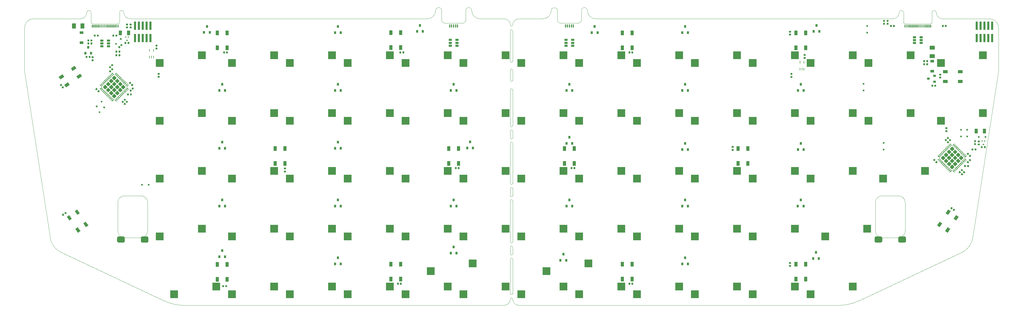
<source format=gbr>
G04 #@! TF.GenerationSoftware,KiCad,Pcbnew,(5.1.5-0-10_14)*
G04 #@! TF.CreationDate,2020-08-05T00:20:44-07:00*
G04 #@! TF.ProjectId,basis_combined_PROTON,62617369-735f-4636-9f6d-62696e65645f,rev?*
G04 #@! TF.SameCoordinates,Original*
G04 #@! TF.FileFunction,Paste,Bot*
G04 #@! TF.FilePolarity,Positive*
%FSLAX46Y46*%
G04 Gerber Fmt 4.6, Leading zero omitted, Abs format (unit mm)*
G04 Created by KiCad (PCBNEW (5.1.5-0-10_14)) date 2020-08-05 00:20:44*
%MOMM*%
%LPD*%
G04 APERTURE LIST*
%ADD10C,0.100000*%
%ADD11C,0.120000*%
%ADD12R,1.000000X1.500000*%
%ADD13R,1.060000X0.650000*%
%ADD14R,2.550000X2.500000*%
%ADD15R,0.450000X1.100000*%
%ADD16R,0.500000X0.500000*%
%ADD17R,0.800000X0.900000*%
%ADD18R,1.500000X1.000000*%
%ADD19R,0.740000X2.790000*%
%ADD20R,0.264800X0.845299*%
%ADD21R,1.100000X1.500000*%
%ADD22R,0.900000X0.800000*%
%ADD23R,0.500000X0.450000*%
%ADD24R,0.400000X0.450000*%
%ADD25R,1.200000X0.900000*%
G04 APERTURE END LIST*
D10*
X-123824375Y-116507500D02*
G75*
G02X-120824375Y-113507500I3000000J0D01*
G01*
X193855625Y-113507500D02*
G75*
G02X196855625Y-116507500I0J-3000000D01*
G01*
X144055625Y-207957499D02*
G75*
G03X150814190Y-206469023I28566J15958475D01*
G01*
X-71044375Y-207957499D02*
G75*
G02X-77802940Y-206469023I-28566J15958475D01*
G01*
X-123824375Y-130787500D02*
G75*
G03X-123788921Y-131207500I2505453J-1D01*
G01*
X196845625Y-130807500D02*
G75*
G02X196810171Y-131227500I-2505453J-1D01*
G01*
X184953082Y-190431995D02*
G75*
G03X188415624Y-185387499I-2817457J5644495D01*
G01*
X-111934375Y-190427500D02*
G75*
G02X-115396917Y-185383004I2817457J5644495D01*
G01*
X-89079308Y-113534373D02*
G75*
G02X-91119308Y-111494373I0J2040000D01*
G01*
X-103332251Y-111461252D02*
G75*
G02X-105372251Y-113501252I-2040000J0D01*
G01*
X-92559375Y-111484375D02*
G75*
G02X-91119308Y-111494373I720068J1D01*
G01*
X-103332251Y-111461252D02*
G75*
G02X-101909375Y-111484375I711626J1D01*
G01*
X178415624Y-113537498D02*
G75*
G02X176375624Y-111497498I0J2040000D01*
G01*
X164144306Y-111474377D02*
G75*
G02X162104306Y-113514377I-2040000J0D01*
G01*
X174935564Y-111484380D02*
G75*
G02X176375624Y-111497498I720061J-3119D01*
G01*
X164144306Y-111474377D02*
G75*
G02X165584375Y-111484375I720069J1D01*
G01*
X64215625Y-113537500D02*
G75*
G02X61515625Y-110837500I0J2700000D01*
G01*
X49623602Y-110727275D02*
G75*
G02X46823602Y-113527275I-2800000J0D01*
G01*
X59516865Y-110787718D02*
G75*
G02X61515625Y-110837500I998760J-49782D01*
G01*
X49623602Y-110727275D02*
G75*
G02X51612500Y-110787500I992023J-110225D01*
G01*
X26115625Y-113537500D02*
G75*
G02X23415625Y-110837500I0J2700000D01*
G01*
X11515625Y-110837500D02*
G75*
G02X8815625Y-113537500I-2700000J0D01*
G01*
X11517497Y-110837500D02*
G75*
G02X13512500Y-110787500I998128J0D01*
G01*
X21416865Y-110787718D02*
G75*
G02X23415625Y-110837500I998760J-49782D01*
G01*
X36915625Y-115537500D02*
G75*
G02X38915625Y-113537500I2000000J0D01*
G01*
X34115625Y-113537500D02*
G75*
G02X36115625Y-115537500I0J-2000000D01*
G01*
X38915625Y-207937500D02*
G75*
G02X36915625Y-205937500I0J2000000D01*
G01*
X36115625Y-205937500D02*
G75*
G02X34115625Y-207937500I-2000000J0D01*
G01*
X36115625Y-205937500D02*
G75*
G02X36915625Y-205937500I400000J0D01*
G01*
X36915625Y-115537500D02*
G75*
G02X36115625Y-115537500I-400000J0D01*
G01*
X150814190Y-206469023D02*
X184953082Y-190431995D01*
X8815625Y-113537500D02*
X-89079308Y-113534373D01*
X-105372251Y-113501252D02*
X-118268750Y-113506250D01*
X36900000Y-204000000D02*
G75*
G02X36100000Y-204000000I-400000J0D01*
G01*
X36100000Y-192750000D02*
G75*
G02X36900000Y-192750000I400000J0D01*
G01*
X36900000Y-191000000D02*
G75*
G02X36100000Y-191000000I-400000J0D01*
G01*
X36100000Y-188750000D02*
G75*
G02X36900000Y-188750000I400000J0D01*
G01*
X36900000Y-187000000D02*
G75*
G02X36100000Y-187000000I-400000J0D01*
G01*
X36100000Y-173500000D02*
G75*
G02X36900000Y-173500000I400000J0D01*
G01*
X36900000Y-171750000D02*
G75*
G02X36100000Y-171750000I-400000J0D01*
G01*
X36100000Y-169500000D02*
G75*
G02X36900000Y-169500000I400000J0D01*
G01*
X36900000Y-167750000D02*
G75*
G02X36100000Y-167750000I-400000J0D01*
G01*
X36100000Y-154500000D02*
G75*
G02X36900000Y-154500000I400000J0D01*
G01*
X36900000Y-152750000D02*
G75*
G02X36100000Y-152750000I-400000J0D01*
G01*
X36100000Y-150500000D02*
G75*
G02X36900000Y-150500000I400000J0D01*
G01*
X36900000Y-148750000D02*
G75*
G02X36100000Y-148750000I-400000J0D01*
G01*
X36100000Y-137000000D02*
G75*
G02X36900000Y-137000000I400000J0D01*
G01*
X36900000Y-133750000D02*
G75*
G02X36100000Y-133750000I-400000J0D01*
G01*
X36100000Y-130500000D02*
G75*
G02X36900000Y-130500000I400000J0D01*
G01*
X36900000Y-127500000D02*
G75*
G02X36100000Y-127500000I-400000J0D01*
G01*
X36100000Y-117500000D02*
G75*
G02X36900000Y-117500000I400000J0D01*
G01*
X36100000Y-133750000D02*
X36100000Y-130500000D01*
X36900000Y-130500000D02*
X36900000Y-133750000D01*
X36100000Y-152750000D02*
X36100000Y-150500000D01*
X36900000Y-150500000D02*
X36900000Y-152750000D01*
X36100000Y-171750000D02*
X36100000Y-169500000D01*
X36900000Y-169500000D02*
X36900000Y-171750000D01*
X36100000Y-191000000D02*
X36100000Y-188750000D01*
X36900000Y-188750000D02*
X36900000Y-191000000D01*
X36900000Y-192750000D02*
X36900000Y-204000000D01*
X36100000Y-204000000D02*
X36100000Y-192750000D01*
X36100000Y-187000000D02*
X36100000Y-173500000D01*
X36900000Y-173500000D02*
X36900000Y-187000000D01*
X36900000Y-167750000D02*
X36900000Y-154500000D01*
X36100000Y-154500000D02*
X36100000Y-167750000D01*
X36100000Y-148750000D02*
X36100000Y-137000000D01*
X36900000Y-137000000D02*
X36900000Y-148750000D01*
X36900000Y-127500000D02*
X36900000Y-117500000D01*
X36100000Y-117500000D02*
X36100000Y-127500000D01*
X26115625Y-113537500D02*
X33337500Y-113537500D01*
X64215625Y-113537500D02*
X162104306Y-113514377D01*
X46823602Y-113527275D02*
X39687500Y-113537500D01*
X178415624Y-113537498D02*
X193855625Y-113507500D01*
X39687500Y-113537500D02*
X38915625Y-113537500D01*
X196855625Y-116507500D02*
X196845625Y-130807500D01*
X196810171Y-131227500D02*
X188415624Y-185387499D01*
X38915625Y-207937500D02*
X144055625Y-207957500D01*
X-77802940Y-206469023D02*
X-111934375Y-190427500D01*
X34115625Y-207937500D02*
X-71044375Y-207957500D01*
X-123788921Y-131207500D02*
X-115396917Y-185383004D01*
X-123824375Y-116507500D02*
X-123824375Y-130787500D01*
X33337500Y-113537500D02*
X34115625Y-113537500D01*
X-118268750Y-113506250D02*
X-120824375Y-113507500D01*
D11*
X166115625Y-174037500D02*
X166115625Y-183437500D01*
X158515625Y-171837500D02*
X163915625Y-171837500D01*
X156315625Y-183437500D02*
X156315625Y-174037500D01*
X163915625Y-185637500D02*
X158515625Y-185637500D01*
X166115625Y-183437500D02*
G75*
G02X163915625Y-185637500I-2200000J0D01*
G01*
X163915625Y-171837500D02*
G75*
G02X166115625Y-174037500I0J-2200000D01*
G01*
X156315625Y-174037500D02*
G75*
G02X158515625Y-171837500I2200000J0D01*
G01*
X158515625Y-185637500D02*
G75*
G02X156315625Y-183437500I0J2200000D01*
G01*
X-83284375Y-174037500D02*
X-83284375Y-183437500D01*
X-90884375Y-171837500D02*
X-85484375Y-171837500D01*
X-93084375Y-183437500D02*
X-93084375Y-174037500D01*
X-85484375Y-185637500D02*
X-90884375Y-185637500D01*
X-83284375Y-183437500D02*
G75*
G02X-85484375Y-185637500I-2200000J0D01*
G01*
X-85484375Y-171837500D02*
G75*
G02X-83284375Y-174037500I0J-2200000D01*
G01*
X-93084375Y-174037500D02*
G75*
G02X-90884375Y-171837500I2200000J0D01*
G01*
X-90884375Y-185637500D02*
G75*
G02X-93084375Y-183437500I0J2200000D01*
G01*
D10*
X-101909375Y-114709375D02*
X-101909375Y-111484375D01*
X-93059375Y-115209375D02*
X-101409375Y-115209375D01*
X-92559375Y-111484375D02*
X-92559375Y-114709375D01*
X-101909375Y-114709375D02*
G75*
G03X-101409375Y-115209375I500000J0D01*
G01*
X-93059375Y-115209375D02*
G75*
G03X-92559375Y-114709375I0J500000D01*
G01*
X165584375Y-114709375D02*
X165584375Y-111484375D01*
X174434375Y-115209375D02*
X166084375Y-115209375D01*
X174934375Y-111484375D02*
X174934375Y-114709375D01*
X165584375Y-114709375D02*
G75*
G03X166084375Y-115209375I500000J0D01*
G01*
X174434375Y-115209375D02*
G75*
G03X174934375Y-114709375I0J500000D01*
G01*
X51612500Y-110787500D02*
X51612500Y-114117500D01*
X52412500Y-114917500D02*
X58712500Y-114917500D01*
X59512500Y-114117500D02*
X59512500Y-110787500D01*
X58712500Y-114917500D02*
G75*
G03X59512500Y-114117500I0J800000D01*
G01*
X51612500Y-114117500D02*
G75*
G03X52412500Y-114917500I800000J0D01*
G01*
X13512500Y-110787500D02*
X13512500Y-114117500D01*
X14312500Y-114917500D02*
X20612500Y-114917500D01*
X21412500Y-114117500D02*
X21412500Y-110787500D01*
X20612500Y-114917500D02*
G75*
G03X21412500Y-114117500I0J800000D01*
G01*
X13512500Y-114117500D02*
G75*
G03X14312500Y-114917500I800000J0D01*
G01*
G36*
X-80197417Y-122058210D02*
G01*
X-80183099Y-122060334D01*
X-80169058Y-122063851D01*
X-80155429Y-122068728D01*
X-80142344Y-122074917D01*
X-80129928Y-122082358D01*
X-80118302Y-122090981D01*
X-80107577Y-122100702D01*
X-80097856Y-122111427D01*
X-80089233Y-122123053D01*
X-80081792Y-122135469D01*
X-80075603Y-122148554D01*
X-80070726Y-122162183D01*
X-80067209Y-122176224D01*
X-80065085Y-122190542D01*
X-80064375Y-122205000D01*
X-80064375Y-122500000D01*
X-80065085Y-122514458D01*
X-80067209Y-122528776D01*
X-80070726Y-122542817D01*
X-80075603Y-122556446D01*
X-80081792Y-122569531D01*
X-80089233Y-122581947D01*
X-80097856Y-122593573D01*
X-80107577Y-122604298D01*
X-80118302Y-122614019D01*
X-80129928Y-122622642D01*
X-80142344Y-122630083D01*
X-80155429Y-122636272D01*
X-80169058Y-122641149D01*
X-80183099Y-122644666D01*
X-80197417Y-122646790D01*
X-80211875Y-122647500D01*
X-80556875Y-122647500D01*
X-80571333Y-122646790D01*
X-80585651Y-122644666D01*
X-80599692Y-122641149D01*
X-80613321Y-122636272D01*
X-80626406Y-122630083D01*
X-80638822Y-122622642D01*
X-80650448Y-122614019D01*
X-80661173Y-122604298D01*
X-80670894Y-122593573D01*
X-80679517Y-122581947D01*
X-80686958Y-122569531D01*
X-80693147Y-122556446D01*
X-80698024Y-122542817D01*
X-80701541Y-122528776D01*
X-80703665Y-122514458D01*
X-80704375Y-122500000D01*
X-80704375Y-122205000D01*
X-80703665Y-122190542D01*
X-80701541Y-122176224D01*
X-80698024Y-122162183D01*
X-80693147Y-122148554D01*
X-80686958Y-122135469D01*
X-80679517Y-122123053D01*
X-80670894Y-122111427D01*
X-80661173Y-122100702D01*
X-80650448Y-122090981D01*
X-80638822Y-122082358D01*
X-80626406Y-122074917D01*
X-80613321Y-122068728D01*
X-80599692Y-122063851D01*
X-80585651Y-122060334D01*
X-80571333Y-122058210D01*
X-80556875Y-122057500D01*
X-80211875Y-122057500D01*
X-80197417Y-122058210D01*
G37*
G36*
X-80197417Y-123028210D02*
G01*
X-80183099Y-123030334D01*
X-80169058Y-123033851D01*
X-80155429Y-123038728D01*
X-80142344Y-123044917D01*
X-80129928Y-123052358D01*
X-80118302Y-123060981D01*
X-80107577Y-123070702D01*
X-80097856Y-123081427D01*
X-80089233Y-123093053D01*
X-80081792Y-123105469D01*
X-80075603Y-123118554D01*
X-80070726Y-123132183D01*
X-80067209Y-123146224D01*
X-80065085Y-123160542D01*
X-80064375Y-123175000D01*
X-80064375Y-123470000D01*
X-80065085Y-123484458D01*
X-80067209Y-123498776D01*
X-80070726Y-123512817D01*
X-80075603Y-123526446D01*
X-80081792Y-123539531D01*
X-80089233Y-123551947D01*
X-80097856Y-123563573D01*
X-80107577Y-123574298D01*
X-80118302Y-123584019D01*
X-80129928Y-123592642D01*
X-80142344Y-123600083D01*
X-80155429Y-123606272D01*
X-80169058Y-123611149D01*
X-80183099Y-123614666D01*
X-80197417Y-123616790D01*
X-80211875Y-123617500D01*
X-80556875Y-123617500D01*
X-80571333Y-123616790D01*
X-80585651Y-123614666D01*
X-80599692Y-123611149D01*
X-80613321Y-123606272D01*
X-80626406Y-123600083D01*
X-80638822Y-123592642D01*
X-80650448Y-123584019D01*
X-80661173Y-123574298D01*
X-80670894Y-123563573D01*
X-80679517Y-123551947D01*
X-80686958Y-123539531D01*
X-80693147Y-123526446D01*
X-80698024Y-123512817D01*
X-80701541Y-123498776D01*
X-80703665Y-123484458D01*
X-80704375Y-123470000D01*
X-80704375Y-123175000D01*
X-80703665Y-123160542D01*
X-80701541Y-123146224D01*
X-80698024Y-123132183D01*
X-80693147Y-123118554D01*
X-80686958Y-123105469D01*
X-80679517Y-123093053D01*
X-80670894Y-123081427D01*
X-80661173Y-123070702D01*
X-80650448Y-123060981D01*
X-80638822Y-123052358D01*
X-80626406Y-123044917D01*
X-80613321Y-123038728D01*
X-80599692Y-123033851D01*
X-80585651Y-123030334D01*
X-80571333Y-123028210D01*
X-80556875Y-123027500D01*
X-80211875Y-123027500D01*
X-80197417Y-123028210D01*
G37*
G36*
X133202583Y-125158210D02*
G01*
X133216901Y-125160334D01*
X133230942Y-125163851D01*
X133244571Y-125168728D01*
X133257656Y-125174917D01*
X133270072Y-125182358D01*
X133281698Y-125190981D01*
X133292423Y-125200702D01*
X133302144Y-125211427D01*
X133310767Y-125223053D01*
X133318208Y-125235469D01*
X133324397Y-125248554D01*
X133329274Y-125262183D01*
X133332791Y-125276224D01*
X133334915Y-125290542D01*
X133335625Y-125305000D01*
X133335625Y-125600000D01*
X133334915Y-125614458D01*
X133332791Y-125628776D01*
X133329274Y-125642817D01*
X133324397Y-125656446D01*
X133318208Y-125669531D01*
X133310767Y-125681947D01*
X133302144Y-125693573D01*
X133292423Y-125704298D01*
X133281698Y-125714019D01*
X133270072Y-125722642D01*
X133257656Y-125730083D01*
X133244571Y-125736272D01*
X133230942Y-125741149D01*
X133216901Y-125744666D01*
X133202583Y-125746790D01*
X133188125Y-125747500D01*
X132843125Y-125747500D01*
X132828667Y-125746790D01*
X132814349Y-125744666D01*
X132800308Y-125741149D01*
X132786679Y-125736272D01*
X132773594Y-125730083D01*
X132761178Y-125722642D01*
X132749552Y-125714019D01*
X132738827Y-125704298D01*
X132729106Y-125693573D01*
X132720483Y-125681947D01*
X132713042Y-125669531D01*
X132706853Y-125656446D01*
X132701976Y-125642817D01*
X132698459Y-125628776D01*
X132696335Y-125614458D01*
X132695625Y-125600000D01*
X132695625Y-125305000D01*
X132696335Y-125290542D01*
X132698459Y-125276224D01*
X132701976Y-125262183D01*
X132706853Y-125248554D01*
X132713042Y-125235469D01*
X132720483Y-125223053D01*
X132729106Y-125211427D01*
X132738827Y-125200702D01*
X132749552Y-125190981D01*
X132761178Y-125182358D01*
X132773594Y-125174917D01*
X132786679Y-125168728D01*
X132800308Y-125163851D01*
X132814349Y-125160334D01*
X132828667Y-125158210D01*
X132843125Y-125157500D01*
X133188125Y-125157500D01*
X133202583Y-125158210D01*
G37*
G36*
X133202583Y-126128210D02*
G01*
X133216901Y-126130334D01*
X133230942Y-126133851D01*
X133244571Y-126138728D01*
X133257656Y-126144917D01*
X133270072Y-126152358D01*
X133281698Y-126160981D01*
X133292423Y-126170702D01*
X133302144Y-126181427D01*
X133310767Y-126193053D01*
X133318208Y-126205469D01*
X133324397Y-126218554D01*
X133329274Y-126232183D01*
X133332791Y-126246224D01*
X133334915Y-126260542D01*
X133335625Y-126275000D01*
X133335625Y-126570000D01*
X133334915Y-126584458D01*
X133332791Y-126598776D01*
X133329274Y-126612817D01*
X133324397Y-126626446D01*
X133318208Y-126639531D01*
X133310767Y-126651947D01*
X133302144Y-126663573D01*
X133292423Y-126674298D01*
X133281698Y-126684019D01*
X133270072Y-126692642D01*
X133257656Y-126700083D01*
X133244571Y-126706272D01*
X133230942Y-126711149D01*
X133216901Y-126714666D01*
X133202583Y-126716790D01*
X133188125Y-126717500D01*
X132843125Y-126717500D01*
X132828667Y-126716790D01*
X132814349Y-126714666D01*
X132800308Y-126711149D01*
X132786679Y-126706272D01*
X132773594Y-126700083D01*
X132761178Y-126692642D01*
X132749552Y-126684019D01*
X132738827Y-126674298D01*
X132729106Y-126663573D01*
X132720483Y-126651947D01*
X132713042Y-126639531D01*
X132706853Y-126626446D01*
X132701976Y-126612817D01*
X132698459Y-126598776D01*
X132696335Y-126584458D01*
X132695625Y-126570000D01*
X132695625Y-126275000D01*
X132696335Y-126260542D01*
X132698459Y-126246224D01*
X132701976Y-126232183D01*
X132706853Y-126218554D01*
X132713042Y-126205469D01*
X132720483Y-126193053D01*
X132729106Y-126181427D01*
X132738827Y-126170702D01*
X132749552Y-126160981D01*
X132761178Y-126152358D01*
X132773594Y-126144917D01*
X132786679Y-126138728D01*
X132800308Y-126133851D01*
X132814349Y-126130334D01*
X132828667Y-126128210D01*
X132843125Y-126127500D01*
X133188125Y-126127500D01*
X133202583Y-126128210D01*
G37*
G36*
X186962583Y-161718210D02*
G01*
X186976901Y-161720334D01*
X186990942Y-161723851D01*
X187004571Y-161728728D01*
X187017656Y-161734917D01*
X187030072Y-161742358D01*
X187041698Y-161750981D01*
X187052423Y-161760702D01*
X187062144Y-161771427D01*
X187070767Y-161783053D01*
X187078208Y-161795469D01*
X187084397Y-161808554D01*
X187089274Y-161822183D01*
X187092791Y-161836224D01*
X187094915Y-161850542D01*
X187095625Y-161865000D01*
X187095625Y-162210000D01*
X187094915Y-162224458D01*
X187092791Y-162238776D01*
X187089274Y-162252817D01*
X187084397Y-162266446D01*
X187078208Y-162279531D01*
X187070767Y-162291947D01*
X187062144Y-162303573D01*
X187052423Y-162314298D01*
X187041698Y-162324019D01*
X187030072Y-162332642D01*
X187017656Y-162340083D01*
X187004571Y-162346272D01*
X186990942Y-162351149D01*
X186976901Y-162354666D01*
X186962583Y-162356790D01*
X186948125Y-162357500D01*
X186653125Y-162357500D01*
X186638667Y-162356790D01*
X186624349Y-162354666D01*
X186610308Y-162351149D01*
X186596679Y-162346272D01*
X186583594Y-162340083D01*
X186571178Y-162332642D01*
X186559552Y-162324019D01*
X186548827Y-162314298D01*
X186539106Y-162303573D01*
X186530483Y-162291947D01*
X186523042Y-162279531D01*
X186516853Y-162266446D01*
X186511976Y-162252817D01*
X186508459Y-162238776D01*
X186506335Y-162224458D01*
X186505625Y-162210000D01*
X186505625Y-161865000D01*
X186506335Y-161850542D01*
X186508459Y-161836224D01*
X186511976Y-161822183D01*
X186516853Y-161808554D01*
X186523042Y-161795469D01*
X186530483Y-161783053D01*
X186539106Y-161771427D01*
X186548827Y-161760702D01*
X186559552Y-161750981D01*
X186571178Y-161742358D01*
X186583594Y-161734917D01*
X186596679Y-161728728D01*
X186610308Y-161723851D01*
X186624349Y-161720334D01*
X186638667Y-161718210D01*
X186653125Y-161717500D01*
X186948125Y-161717500D01*
X186962583Y-161718210D01*
G37*
G36*
X185992583Y-161718210D02*
G01*
X186006901Y-161720334D01*
X186020942Y-161723851D01*
X186034571Y-161728728D01*
X186047656Y-161734917D01*
X186060072Y-161742358D01*
X186071698Y-161750981D01*
X186082423Y-161760702D01*
X186092144Y-161771427D01*
X186100767Y-161783053D01*
X186108208Y-161795469D01*
X186114397Y-161808554D01*
X186119274Y-161822183D01*
X186122791Y-161836224D01*
X186124915Y-161850542D01*
X186125625Y-161865000D01*
X186125625Y-162210000D01*
X186124915Y-162224458D01*
X186122791Y-162238776D01*
X186119274Y-162252817D01*
X186114397Y-162266446D01*
X186108208Y-162279531D01*
X186100767Y-162291947D01*
X186092144Y-162303573D01*
X186082423Y-162314298D01*
X186071698Y-162324019D01*
X186060072Y-162332642D01*
X186047656Y-162340083D01*
X186034571Y-162346272D01*
X186020942Y-162351149D01*
X186006901Y-162354666D01*
X185992583Y-162356790D01*
X185978125Y-162357500D01*
X185683125Y-162357500D01*
X185668667Y-162356790D01*
X185654349Y-162354666D01*
X185640308Y-162351149D01*
X185626679Y-162346272D01*
X185613594Y-162340083D01*
X185601178Y-162332642D01*
X185589552Y-162324019D01*
X185578827Y-162314298D01*
X185569106Y-162303573D01*
X185560483Y-162291947D01*
X185553042Y-162279531D01*
X185546853Y-162266446D01*
X185541976Y-162252817D01*
X185538459Y-162238776D01*
X185536335Y-162224458D01*
X185535625Y-162210000D01*
X185535625Y-161865000D01*
X185536335Y-161850542D01*
X185538459Y-161836224D01*
X185541976Y-161822183D01*
X185546853Y-161808554D01*
X185553042Y-161795469D01*
X185560483Y-161783053D01*
X185569106Y-161771427D01*
X185578827Y-161760702D01*
X185589552Y-161750981D01*
X185601178Y-161742358D01*
X185613594Y-161734917D01*
X185626679Y-161728728D01*
X185640308Y-161723851D01*
X185654349Y-161720334D01*
X185668667Y-161718210D01*
X185683125Y-161717500D01*
X185978125Y-161717500D01*
X185992583Y-161718210D01*
G37*
G36*
X-88637417Y-138118210D02*
G01*
X-88623099Y-138120334D01*
X-88609058Y-138123851D01*
X-88595429Y-138128728D01*
X-88582344Y-138134917D01*
X-88569928Y-138142358D01*
X-88558302Y-138150981D01*
X-88547577Y-138160702D01*
X-88537856Y-138171427D01*
X-88529233Y-138183053D01*
X-88521792Y-138195469D01*
X-88515603Y-138208554D01*
X-88510726Y-138222183D01*
X-88507209Y-138236224D01*
X-88505085Y-138250542D01*
X-88504375Y-138265000D01*
X-88504375Y-138610000D01*
X-88505085Y-138624458D01*
X-88507209Y-138638776D01*
X-88510726Y-138652817D01*
X-88515603Y-138666446D01*
X-88521792Y-138679531D01*
X-88529233Y-138691947D01*
X-88537856Y-138703573D01*
X-88547577Y-138714298D01*
X-88558302Y-138724019D01*
X-88569928Y-138732642D01*
X-88582344Y-138740083D01*
X-88595429Y-138746272D01*
X-88609058Y-138751149D01*
X-88623099Y-138754666D01*
X-88637417Y-138756790D01*
X-88651875Y-138757500D01*
X-88946875Y-138757500D01*
X-88961333Y-138756790D01*
X-88975651Y-138754666D01*
X-88989692Y-138751149D01*
X-89003321Y-138746272D01*
X-89016406Y-138740083D01*
X-89028822Y-138732642D01*
X-89040448Y-138724019D01*
X-89051173Y-138714298D01*
X-89060894Y-138703573D01*
X-89069517Y-138691947D01*
X-89076958Y-138679531D01*
X-89083147Y-138666446D01*
X-89088024Y-138652817D01*
X-89091541Y-138638776D01*
X-89093665Y-138624458D01*
X-89094375Y-138610000D01*
X-89094375Y-138265000D01*
X-89093665Y-138250542D01*
X-89091541Y-138236224D01*
X-89088024Y-138222183D01*
X-89083147Y-138208554D01*
X-89076958Y-138195469D01*
X-89069517Y-138183053D01*
X-89060894Y-138171427D01*
X-89051173Y-138160702D01*
X-89040448Y-138150981D01*
X-89028822Y-138142358D01*
X-89016406Y-138134917D01*
X-89003321Y-138128728D01*
X-88989692Y-138123851D01*
X-88975651Y-138120334D01*
X-88961333Y-138118210D01*
X-88946875Y-138117500D01*
X-88651875Y-138117500D01*
X-88637417Y-138118210D01*
G37*
G36*
X-89607417Y-138118210D02*
G01*
X-89593099Y-138120334D01*
X-89579058Y-138123851D01*
X-89565429Y-138128728D01*
X-89552344Y-138134917D01*
X-89539928Y-138142358D01*
X-89528302Y-138150981D01*
X-89517577Y-138160702D01*
X-89507856Y-138171427D01*
X-89499233Y-138183053D01*
X-89491792Y-138195469D01*
X-89485603Y-138208554D01*
X-89480726Y-138222183D01*
X-89477209Y-138236224D01*
X-89475085Y-138250542D01*
X-89474375Y-138265000D01*
X-89474375Y-138610000D01*
X-89475085Y-138624458D01*
X-89477209Y-138638776D01*
X-89480726Y-138652817D01*
X-89485603Y-138666446D01*
X-89491792Y-138679531D01*
X-89499233Y-138691947D01*
X-89507856Y-138703573D01*
X-89517577Y-138714298D01*
X-89528302Y-138724019D01*
X-89539928Y-138732642D01*
X-89552344Y-138740083D01*
X-89565429Y-138746272D01*
X-89579058Y-138751149D01*
X-89593099Y-138754666D01*
X-89607417Y-138756790D01*
X-89621875Y-138757500D01*
X-89916875Y-138757500D01*
X-89931333Y-138756790D01*
X-89945651Y-138754666D01*
X-89959692Y-138751149D01*
X-89973321Y-138746272D01*
X-89986406Y-138740083D01*
X-89998822Y-138732642D01*
X-90010448Y-138724019D01*
X-90021173Y-138714298D01*
X-90030894Y-138703573D01*
X-90039517Y-138691947D01*
X-90046958Y-138679531D01*
X-90053147Y-138666446D01*
X-90058024Y-138652817D01*
X-90061541Y-138638776D01*
X-90063665Y-138624458D01*
X-90064375Y-138610000D01*
X-90064375Y-138265000D01*
X-90063665Y-138250542D01*
X-90061541Y-138236224D01*
X-90058024Y-138222183D01*
X-90053147Y-138208554D01*
X-90046958Y-138195469D01*
X-90039517Y-138183053D01*
X-90030894Y-138171427D01*
X-90021173Y-138160702D01*
X-90010448Y-138150981D01*
X-89998822Y-138142358D01*
X-89986406Y-138134917D01*
X-89973321Y-138128728D01*
X-89959692Y-138123851D01*
X-89945651Y-138120334D01*
X-89931333Y-138118210D01*
X-89916875Y-138117500D01*
X-89621875Y-138117500D01*
X-89607417Y-138118210D01*
G37*
D12*
X-38084375Y-161187500D03*
X-41284375Y-161187500D03*
X-38084375Y-156287500D03*
X-41284375Y-156287500D03*
X111115625Y-156287500D03*
X114315625Y-156287500D03*
X111115625Y-161187500D03*
X114315625Y-161187500D03*
D10*
G36*
X-37897417Y-163528210D02*
G01*
X-37883099Y-163530334D01*
X-37869058Y-163533851D01*
X-37855429Y-163538728D01*
X-37842344Y-163544917D01*
X-37829928Y-163552358D01*
X-37818302Y-163560981D01*
X-37807577Y-163570702D01*
X-37797856Y-163581427D01*
X-37789233Y-163593053D01*
X-37781792Y-163605469D01*
X-37775603Y-163618554D01*
X-37770726Y-163632183D01*
X-37767209Y-163646224D01*
X-37765085Y-163660542D01*
X-37764375Y-163675000D01*
X-37764375Y-163970000D01*
X-37765085Y-163984458D01*
X-37767209Y-163998776D01*
X-37770726Y-164012817D01*
X-37775603Y-164026446D01*
X-37781792Y-164039531D01*
X-37789233Y-164051947D01*
X-37797856Y-164063573D01*
X-37807577Y-164074298D01*
X-37818302Y-164084019D01*
X-37829928Y-164092642D01*
X-37842344Y-164100083D01*
X-37855429Y-164106272D01*
X-37869058Y-164111149D01*
X-37883099Y-164114666D01*
X-37897417Y-164116790D01*
X-37911875Y-164117500D01*
X-38256875Y-164117500D01*
X-38271333Y-164116790D01*
X-38285651Y-164114666D01*
X-38299692Y-164111149D01*
X-38313321Y-164106272D01*
X-38326406Y-164100083D01*
X-38338822Y-164092642D01*
X-38350448Y-164084019D01*
X-38361173Y-164074298D01*
X-38370894Y-164063573D01*
X-38379517Y-164051947D01*
X-38386958Y-164039531D01*
X-38393147Y-164026446D01*
X-38398024Y-164012817D01*
X-38401541Y-163998776D01*
X-38403665Y-163984458D01*
X-38404375Y-163970000D01*
X-38404375Y-163675000D01*
X-38403665Y-163660542D01*
X-38401541Y-163646224D01*
X-38398024Y-163632183D01*
X-38393147Y-163618554D01*
X-38386958Y-163605469D01*
X-38379517Y-163593053D01*
X-38370894Y-163581427D01*
X-38361173Y-163570702D01*
X-38350448Y-163560981D01*
X-38338822Y-163552358D01*
X-38326406Y-163544917D01*
X-38313321Y-163538728D01*
X-38299692Y-163533851D01*
X-38285651Y-163530334D01*
X-38271333Y-163528210D01*
X-38256875Y-163527500D01*
X-37911875Y-163527500D01*
X-37897417Y-163528210D01*
G37*
G36*
X-37897417Y-162558210D02*
G01*
X-37883099Y-162560334D01*
X-37869058Y-162563851D01*
X-37855429Y-162568728D01*
X-37842344Y-162574917D01*
X-37829928Y-162582358D01*
X-37818302Y-162590981D01*
X-37807577Y-162600702D01*
X-37797856Y-162611427D01*
X-37789233Y-162623053D01*
X-37781792Y-162635469D01*
X-37775603Y-162648554D01*
X-37770726Y-162662183D01*
X-37767209Y-162676224D01*
X-37765085Y-162690542D01*
X-37764375Y-162705000D01*
X-37764375Y-163000000D01*
X-37765085Y-163014458D01*
X-37767209Y-163028776D01*
X-37770726Y-163042817D01*
X-37775603Y-163056446D01*
X-37781792Y-163069531D01*
X-37789233Y-163081947D01*
X-37797856Y-163093573D01*
X-37807577Y-163104298D01*
X-37818302Y-163114019D01*
X-37829928Y-163122642D01*
X-37842344Y-163130083D01*
X-37855429Y-163136272D01*
X-37869058Y-163141149D01*
X-37883099Y-163144666D01*
X-37897417Y-163146790D01*
X-37911875Y-163147500D01*
X-38256875Y-163147500D01*
X-38271333Y-163146790D01*
X-38285651Y-163144666D01*
X-38299692Y-163141149D01*
X-38313321Y-163136272D01*
X-38326406Y-163130083D01*
X-38338822Y-163122642D01*
X-38350448Y-163114019D01*
X-38361173Y-163104298D01*
X-38370894Y-163093573D01*
X-38379517Y-163081947D01*
X-38386958Y-163069531D01*
X-38393147Y-163056446D01*
X-38398024Y-163042817D01*
X-38401541Y-163028776D01*
X-38403665Y-163014458D01*
X-38404375Y-163000000D01*
X-38404375Y-162705000D01*
X-38403665Y-162690542D01*
X-38401541Y-162676224D01*
X-38398024Y-162662183D01*
X-38393147Y-162648554D01*
X-38386958Y-162635469D01*
X-38379517Y-162623053D01*
X-38370894Y-162611427D01*
X-38361173Y-162600702D01*
X-38350448Y-162590981D01*
X-38338822Y-162582358D01*
X-38326406Y-162574917D01*
X-38313321Y-162568728D01*
X-38299692Y-162563851D01*
X-38285651Y-162560334D01*
X-38271333Y-162558210D01*
X-38256875Y-162557500D01*
X-37911875Y-162557500D01*
X-37897417Y-162558210D01*
G37*
G36*
X109502583Y-156428210D02*
G01*
X109516901Y-156430334D01*
X109530942Y-156433851D01*
X109544571Y-156438728D01*
X109557656Y-156444917D01*
X109570072Y-156452358D01*
X109581698Y-156460981D01*
X109592423Y-156470702D01*
X109602144Y-156481427D01*
X109610767Y-156493053D01*
X109618208Y-156505469D01*
X109624397Y-156518554D01*
X109629274Y-156532183D01*
X109632791Y-156546224D01*
X109634915Y-156560542D01*
X109635625Y-156575000D01*
X109635625Y-156870000D01*
X109634915Y-156884458D01*
X109632791Y-156898776D01*
X109629274Y-156912817D01*
X109624397Y-156926446D01*
X109618208Y-156939531D01*
X109610767Y-156951947D01*
X109602144Y-156963573D01*
X109592423Y-156974298D01*
X109581698Y-156984019D01*
X109570072Y-156992642D01*
X109557656Y-157000083D01*
X109544571Y-157006272D01*
X109530942Y-157011149D01*
X109516901Y-157014666D01*
X109502583Y-157016790D01*
X109488125Y-157017500D01*
X109143125Y-157017500D01*
X109128667Y-157016790D01*
X109114349Y-157014666D01*
X109100308Y-157011149D01*
X109086679Y-157006272D01*
X109073594Y-157000083D01*
X109061178Y-156992642D01*
X109049552Y-156984019D01*
X109038827Y-156974298D01*
X109029106Y-156963573D01*
X109020483Y-156951947D01*
X109013042Y-156939531D01*
X109006853Y-156926446D01*
X109001976Y-156912817D01*
X108998459Y-156898776D01*
X108996335Y-156884458D01*
X108995625Y-156870000D01*
X108995625Y-156575000D01*
X108996335Y-156560542D01*
X108998459Y-156546224D01*
X109001976Y-156532183D01*
X109006853Y-156518554D01*
X109013042Y-156505469D01*
X109020483Y-156493053D01*
X109029106Y-156481427D01*
X109038827Y-156470702D01*
X109049552Y-156460981D01*
X109061178Y-156452358D01*
X109073594Y-156444917D01*
X109086679Y-156438728D01*
X109100308Y-156433851D01*
X109114349Y-156430334D01*
X109128667Y-156428210D01*
X109143125Y-156427500D01*
X109488125Y-156427500D01*
X109502583Y-156428210D01*
G37*
G36*
X109502583Y-155458210D02*
G01*
X109516901Y-155460334D01*
X109530942Y-155463851D01*
X109544571Y-155468728D01*
X109557656Y-155474917D01*
X109570072Y-155482358D01*
X109581698Y-155490981D01*
X109592423Y-155500702D01*
X109602144Y-155511427D01*
X109610767Y-155523053D01*
X109618208Y-155535469D01*
X109624397Y-155548554D01*
X109629274Y-155562183D01*
X109632791Y-155576224D01*
X109634915Y-155590542D01*
X109635625Y-155605000D01*
X109635625Y-155900000D01*
X109634915Y-155914458D01*
X109632791Y-155928776D01*
X109629274Y-155942817D01*
X109624397Y-155956446D01*
X109618208Y-155969531D01*
X109610767Y-155981947D01*
X109602144Y-155993573D01*
X109592423Y-156004298D01*
X109581698Y-156014019D01*
X109570072Y-156022642D01*
X109557656Y-156030083D01*
X109544571Y-156036272D01*
X109530942Y-156041149D01*
X109516901Y-156044666D01*
X109502583Y-156046790D01*
X109488125Y-156047500D01*
X109143125Y-156047500D01*
X109128667Y-156046790D01*
X109114349Y-156044666D01*
X109100308Y-156041149D01*
X109086679Y-156036272D01*
X109073594Y-156030083D01*
X109061178Y-156022642D01*
X109049552Y-156014019D01*
X109038827Y-156004298D01*
X109029106Y-155993573D01*
X109020483Y-155981947D01*
X109013042Y-155969531D01*
X109006853Y-155956446D01*
X109001976Y-155942817D01*
X108998459Y-155928776D01*
X108996335Y-155914458D01*
X108995625Y-155900000D01*
X108995625Y-155605000D01*
X108996335Y-155590542D01*
X108998459Y-155576224D01*
X109001976Y-155562183D01*
X109006853Y-155548554D01*
X109013042Y-155535469D01*
X109020483Y-155523053D01*
X109029106Y-155511427D01*
X109038827Y-155500702D01*
X109049552Y-155490981D01*
X109061178Y-155482358D01*
X109073594Y-155474917D01*
X109086679Y-155468728D01*
X109100308Y-155463851D01*
X109114349Y-155460334D01*
X109128667Y-155458210D01*
X109143125Y-155457500D01*
X109488125Y-155457500D01*
X109502583Y-155458210D01*
G37*
G36*
X189302583Y-153558210D02*
G01*
X189316901Y-153560334D01*
X189330942Y-153563851D01*
X189344571Y-153568728D01*
X189357656Y-153574917D01*
X189370072Y-153582358D01*
X189381698Y-153590981D01*
X189392423Y-153600702D01*
X189402144Y-153611427D01*
X189410767Y-153623053D01*
X189418208Y-153635469D01*
X189424397Y-153648554D01*
X189429274Y-153662183D01*
X189432791Y-153676224D01*
X189434915Y-153690542D01*
X189435625Y-153705000D01*
X189435625Y-154000000D01*
X189434915Y-154014458D01*
X189432791Y-154028776D01*
X189429274Y-154042817D01*
X189424397Y-154056446D01*
X189418208Y-154069531D01*
X189410767Y-154081947D01*
X189402144Y-154093573D01*
X189392423Y-154104298D01*
X189381698Y-154114019D01*
X189370072Y-154122642D01*
X189357656Y-154130083D01*
X189344571Y-154136272D01*
X189330942Y-154141149D01*
X189316901Y-154144666D01*
X189302583Y-154146790D01*
X189288125Y-154147500D01*
X188943125Y-154147500D01*
X188928667Y-154146790D01*
X188914349Y-154144666D01*
X188900308Y-154141149D01*
X188886679Y-154136272D01*
X188873594Y-154130083D01*
X188861178Y-154122642D01*
X188849552Y-154114019D01*
X188838827Y-154104298D01*
X188829106Y-154093573D01*
X188820483Y-154081947D01*
X188813042Y-154069531D01*
X188806853Y-154056446D01*
X188801976Y-154042817D01*
X188798459Y-154028776D01*
X188796335Y-154014458D01*
X188795625Y-154000000D01*
X188795625Y-153705000D01*
X188796335Y-153690542D01*
X188798459Y-153676224D01*
X188801976Y-153662183D01*
X188806853Y-153648554D01*
X188813042Y-153635469D01*
X188820483Y-153623053D01*
X188829106Y-153611427D01*
X188838827Y-153600702D01*
X188849552Y-153590981D01*
X188861178Y-153582358D01*
X188873594Y-153574917D01*
X188886679Y-153568728D01*
X188900308Y-153563851D01*
X188914349Y-153560334D01*
X188928667Y-153558210D01*
X188943125Y-153557500D01*
X189288125Y-153557500D01*
X189302583Y-153558210D01*
G37*
G36*
X189302583Y-154528210D02*
G01*
X189316901Y-154530334D01*
X189330942Y-154533851D01*
X189344571Y-154538728D01*
X189357656Y-154544917D01*
X189370072Y-154552358D01*
X189381698Y-154560981D01*
X189392423Y-154570702D01*
X189402144Y-154581427D01*
X189410767Y-154593053D01*
X189418208Y-154605469D01*
X189424397Y-154618554D01*
X189429274Y-154632183D01*
X189432791Y-154646224D01*
X189434915Y-154660542D01*
X189435625Y-154675000D01*
X189435625Y-154970000D01*
X189434915Y-154984458D01*
X189432791Y-154998776D01*
X189429274Y-155012817D01*
X189424397Y-155026446D01*
X189418208Y-155039531D01*
X189410767Y-155051947D01*
X189402144Y-155063573D01*
X189392423Y-155074298D01*
X189381698Y-155084019D01*
X189370072Y-155092642D01*
X189357656Y-155100083D01*
X189344571Y-155106272D01*
X189330942Y-155111149D01*
X189316901Y-155114666D01*
X189302583Y-155116790D01*
X189288125Y-155117500D01*
X188943125Y-155117500D01*
X188928667Y-155116790D01*
X188914349Y-155114666D01*
X188900308Y-155111149D01*
X188886679Y-155106272D01*
X188873594Y-155100083D01*
X188861178Y-155092642D01*
X188849552Y-155084019D01*
X188838827Y-155074298D01*
X188829106Y-155063573D01*
X188820483Y-155051947D01*
X188813042Y-155039531D01*
X188806853Y-155026446D01*
X188801976Y-155012817D01*
X188798459Y-154998776D01*
X188796335Y-154984458D01*
X188795625Y-154970000D01*
X188795625Y-154675000D01*
X188796335Y-154660542D01*
X188798459Y-154646224D01*
X188801976Y-154632183D01*
X188806853Y-154618554D01*
X188813042Y-154605469D01*
X188820483Y-154593053D01*
X188829106Y-154581427D01*
X188838827Y-154570702D01*
X188849552Y-154560981D01*
X188861178Y-154552358D01*
X188873594Y-154544917D01*
X188886679Y-154538728D01*
X188900308Y-154533851D01*
X188914349Y-154530334D01*
X188928667Y-154528210D01*
X188943125Y-154527500D01*
X189288125Y-154527500D01*
X189302583Y-154528210D01*
G37*
G36*
X-93407417Y-124018210D02*
G01*
X-93393099Y-124020334D01*
X-93379058Y-124023851D01*
X-93365429Y-124028728D01*
X-93352344Y-124034917D01*
X-93339928Y-124042358D01*
X-93328302Y-124050981D01*
X-93317577Y-124060702D01*
X-93307856Y-124071427D01*
X-93299233Y-124083053D01*
X-93291792Y-124095469D01*
X-93285603Y-124108554D01*
X-93280726Y-124122183D01*
X-93277209Y-124136224D01*
X-93275085Y-124150542D01*
X-93274375Y-124165000D01*
X-93274375Y-124510000D01*
X-93275085Y-124524458D01*
X-93277209Y-124538776D01*
X-93280726Y-124552817D01*
X-93285603Y-124566446D01*
X-93291792Y-124579531D01*
X-93299233Y-124591947D01*
X-93307856Y-124603573D01*
X-93317577Y-124614298D01*
X-93328302Y-124624019D01*
X-93339928Y-124632642D01*
X-93352344Y-124640083D01*
X-93365429Y-124646272D01*
X-93379058Y-124651149D01*
X-93393099Y-124654666D01*
X-93407417Y-124656790D01*
X-93421875Y-124657500D01*
X-93716875Y-124657500D01*
X-93731333Y-124656790D01*
X-93745651Y-124654666D01*
X-93759692Y-124651149D01*
X-93773321Y-124646272D01*
X-93786406Y-124640083D01*
X-93798822Y-124632642D01*
X-93810448Y-124624019D01*
X-93821173Y-124614298D01*
X-93830894Y-124603573D01*
X-93839517Y-124591947D01*
X-93846958Y-124579531D01*
X-93853147Y-124566446D01*
X-93858024Y-124552817D01*
X-93861541Y-124538776D01*
X-93863665Y-124524458D01*
X-93864375Y-124510000D01*
X-93864375Y-124165000D01*
X-93863665Y-124150542D01*
X-93861541Y-124136224D01*
X-93858024Y-124122183D01*
X-93853147Y-124108554D01*
X-93846958Y-124095469D01*
X-93839517Y-124083053D01*
X-93830894Y-124071427D01*
X-93821173Y-124060702D01*
X-93810448Y-124050981D01*
X-93798822Y-124042358D01*
X-93786406Y-124034917D01*
X-93773321Y-124028728D01*
X-93759692Y-124023851D01*
X-93745651Y-124020334D01*
X-93731333Y-124018210D01*
X-93716875Y-124017500D01*
X-93421875Y-124017500D01*
X-93407417Y-124018210D01*
G37*
G36*
X-92437417Y-124018210D02*
G01*
X-92423099Y-124020334D01*
X-92409058Y-124023851D01*
X-92395429Y-124028728D01*
X-92382344Y-124034917D01*
X-92369928Y-124042358D01*
X-92358302Y-124050981D01*
X-92347577Y-124060702D01*
X-92337856Y-124071427D01*
X-92329233Y-124083053D01*
X-92321792Y-124095469D01*
X-92315603Y-124108554D01*
X-92310726Y-124122183D01*
X-92307209Y-124136224D01*
X-92305085Y-124150542D01*
X-92304375Y-124165000D01*
X-92304375Y-124510000D01*
X-92305085Y-124524458D01*
X-92307209Y-124538776D01*
X-92310726Y-124552817D01*
X-92315603Y-124566446D01*
X-92321792Y-124579531D01*
X-92329233Y-124591947D01*
X-92337856Y-124603573D01*
X-92347577Y-124614298D01*
X-92358302Y-124624019D01*
X-92369928Y-124632642D01*
X-92382344Y-124640083D01*
X-92395429Y-124646272D01*
X-92409058Y-124651149D01*
X-92423099Y-124654666D01*
X-92437417Y-124656790D01*
X-92451875Y-124657500D01*
X-92746875Y-124657500D01*
X-92761333Y-124656790D01*
X-92775651Y-124654666D01*
X-92789692Y-124651149D01*
X-92803321Y-124646272D01*
X-92816406Y-124640083D01*
X-92828822Y-124632642D01*
X-92840448Y-124624019D01*
X-92851173Y-124614298D01*
X-92860894Y-124603573D01*
X-92869517Y-124591947D01*
X-92876958Y-124579531D01*
X-92883147Y-124566446D01*
X-92888024Y-124552817D01*
X-92891541Y-124538776D01*
X-92893665Y-124524458D01*
X-92894375Y-124510000D01*
X-92894375Y-124165000D01*
X-92893665Y-124150542D01*
X-92891541Y-124136224D01*
X-92888024Y-124122183D01*
X-92883147Y-124108554D01*
X-92876958Y-124095469D01*
X-92869517Y-124083053D01*
X-92860894Y-124071427D01*
X-92851173Y-124060702D01*
X-92840448Y-124050981D01*
X-92828822Y-124042358D01*
X-92816406Y-124034917D01*
X-92803321Y-124028728D01*
X-92789692Y-124023851D01*
X-92775651Y-124020334D01*
X-92761333Y-124018210D01*
X-92746875Y-124017500D01*
X-92451875Y-124017500D01*
X-92437417Y-124018210D01*
G37*
D13*
X171415625Y-120537500D03*
X171415625Y-121487500D03*
X171415625Y-119587500D03*
X169215625Y-119587500D03*
X169215625Y-120537500D03*
X169215625Y-121487500D03*
X-98384375Y-121637500D03*
X-98384375Y-120687500D03*
X-98384375Y-122587500D03*
X-96184375Y-122587500D03*
X-96184375Y-121637500D03*
X-96184375Y-120687500D03*
D10*
G36*
X165914634Y-185239908D02*
G01*
X165963170Y-185247107D01*
X166010767Y-185259030D01*
X166056967Y-185275560D01*
X166101323Y-185296539D01*
X166143410Y-185321765D01*
X166182822Y-185350995D01*
X166219178Y-185383947D01*
X166252130Y-185420303D01*
X166281360Y-185459715D01*
X166306586Y-185501802D01*
X166327565Y-185546158D01*
X166344095Y-185592358D01*
X166356018Y-185639955D01*
X166363217Y-185688491D01*
X166365625Y-185737500D01*
X166365625Y-186737500D01*
X166363217Y-186786509D01*
X166356018Y-186835045D01*
X166344095Y-186882642D01*
X166327565Y-186928842D01*
X166306586Y-186973198D01*
X166281360Y-187015285D01*
X166252130Y-187054697D01*
X166219178Y-187091053D01*
X166182822Y-187124005D01*
X166143410Y-187153235D01*
X166101323Y-187178461D01*
X166056967Y-187199440D01*
X166010767Y-187215970D01*
X165963170Y-187227893D01*
X165914634Y-187235092D01*
X165865625Y-187237500D01*
X164365625Y-187237500D01*
X164316616Y-187235092D01*
X164268080Y-187227893D01*
X164220483Y-187215970D01*
X164174283Y-187199440D01*
X164129927Y-187178461D01*
X164087840Y-187153235D01*
X164048428Y-187124005D01*
X164012072Y-187091053D01*
X163979120Y-187054697D01*
X163949890Y-187015285D01*
X163924664Y-186973198D01*
X163903685Y-186928842D01*
X163887155Y-186882642D01*
X163875232Y-186835045D01*
X163868033Y-186786509D01*
X163865625Y-186737500D01*
X163865625Y-185737500D01*
X163868033Y-185688491D01*
X163875232Y-185639955D01*
X163887155Y-185592358D01*
X163903685Y-185546158D01*
X163924664Y-185501802D01*
X163949890Y-185459715D01*
X163979120Y-185420303D01*
X164012072Y-185383947D01*
X164048428Y-185350995D01*
X164087840Y-185321765D01*
X164129927Y-185296539D01*
X164174283Y-185275560D01*
X164220483Y-185259030D01*
X164268080Y-185247107D01*
X164316616Y-185239908D01*
X164365625Y-185237500D01*
X165865625Y-185237500D01*
X165914634Y-185239908D01*
G37*
G36*
X158114634Y-185239908D02*
G01*
X158163170Y-185247107D01*
X158210767Y-185259030D01*
X158256967Y-185275560D01*
X158301323Y-185296539D01*
X158343410Y-185321765D01*
X158382822Y-185350995D01*
X158419178Y-185383947D01*
X158452130Y-185420303D01*
X158481360Y-185459715D01*
X158506586Y-185501802D01*
X158527565Y-185546158D01*
X158544095Y-185592358D01*
X158556018Y-185639955D01*
X158563217Y-185688491D01*
X158565625Y-185737500D01*
X158565625Y-186737500D01*
X158563217Y-186786509D01*
X158556018Y-186835045D01*
X158544095Y-186882642D01*
X158527565Y-186928842D01*
X158506586Y-186973198D01*
X158481360Y-187015285D01*
X158452130Y-187054697D01*
X158419178Y-187091053D01*
X158382822Y-187124005D01*
X158343410Y-187153235D01*
X158301323Y-187178461D01*
X158256967Y-187199440D01*
X158210767Y-187215970D01*
X158163170Y-187227893D01*
X158114634Y-187235092D01*
X158065625Y-187237500D01*
X156565625Y-187237500D01*
X156516616Y-187235092D01*
X156468080Y-187227893D01*
X156420483Y-187215970D01*
X156374283Y-187199440D01*
X156329927Y-187178461D01*
X156287840Y-187153235D01*
X156248428Y-187124005D01*
X156212072Y-187091053D01*
X156179120Y-187054697D01*
X156149890Y-187015285D01*
X156124664Y-186973198D01*
X156103685Y-186928842D01*
X156087155Y-186882642D01*
X156075232Y-186835045D01*
X156068033Y-186786509D01*
X156065625Y-186737500D01*
X156065625Y-185737500D01*
X156068033Y-185688491D01*
X156075232Y-185639955D01*
X156087155Y-185592358D01*
X156103685Y-185546158D01*
X156124664Y-185501802D01*
X156149890Y-185459715D01*
X156179120Y-185420303D01*
X156212072Y-185383947D01*
X156248428Y-185350995D01*
X156287840Y-185321765D01*
X156329927Y-185296539D01*
X156374283Y-185275560D01*
X156420483Y-185259030D01*
X156468080Y-185247107D01*
X156516616Y-185239908D01*
X156565625Y-185237500D01*
X158065625Y-185237500D01*
X158114634Y-185239908D01*
G37*
G36*
X-83485366Y-185239908D02*
G01*
X-83436830Y-185247107D01*
X-83389233Y-185259030D01*
X-83343033Y-185275560D01*
X-83298677Y-185296539D01*
X-83256590Y-185321765D01*
X-83217178Y-185350995D01*
X-83180822Y-185383947D01*
X-83147870Y-185420303D01*
X-83118640Y-185459715D01*
X-83093414Y-185501802D01*
X-83072435Y-185546158D01*
X-83055905Y-185592358D01*
X-83043982Y-185639955D01*
X-83036783Y-185688491D01*
X-83034375Y-185737500D01*
X-83034375Y-186737500D01*
X-83036783Y-186786509D01*
X-83043982Y-186835045D01*
X-83055905Y-186882642D01*
X-83072435Y-186928842D01*
X-83093414Y-186973198D01*
X-83118640Y-187015285D01*
X-83147870Y-187054697D01*
X-83180822Y-187091053D01*
X-83217178Y-187124005D01*
X-83256590Y-187153235D01*
X-83298677Y-187178461D01*
X-83343033Y-187199440D01*
X-83389233Y-187215970D01*
X-83436830Y-187227893D01*
X-83485366Y-187235092D01*
X-83534375Y-187237500D01*
X-85034375Y-187237500D01*
X-85083384Y-187235092D01*
X-85131920Y-187227893D01*
X-85179517Y-187215970D01*
X-85225717Y-187199440D01*
X-85270073Y-187178461D01*
X-85312160Y-187153235D01*
X-85351572Y-187124005D01*
X-85387928Y-187091053D01*
X-85420880Y-187054697D01*
X-85450110Y-187015285D01*
X-85475336Y-186973198D01*
X-85496315Y-186928842D01*
X-85512845Y-186882642D01*
X-85524768Y-186835045D01*
X-85531967Y-186786509D01*
X-85534375Y-186737500D01*
X-85534375Y-185737500D01*
X-85531967Y-185688491D01*
X-85524768Y-185639955D01*
X-85512845Y-185592358D01*
X-85496315Y-185546158D01*
X-85475336Y-185501802D01*
X-85450110Y-185459715D01*
X-85420880Y-185420303D01*
X-85387928Y-185383947D01*
X-85351572Y-185350995D01*
X-85312160Y-185321765D01*
X-85270073Y-185296539D01*
X-85225717Y-185275560D01*
X-85179517Y-185259030D01*
X-85131920Y-185247107D01*
X-85083384Y-185239908D01*
X-85034375Y-185237500D01*
X-83534375Y-185237500D01*
X-83485366Y-185239908D01*
G37*
G36*
X-91285366Y-185239908D02*
G01*
X-91236830Y-185247107D01*
X-91189233Y-185259030D01*
X-91143033Y-185275560D01*
X-91098677Y-185296539D01*
X-91056590Y-185321765D01*
X-91017178Y-185350995D01*
X-90980822Y-185383947D01*
X-90947870Y-185420303D01*
X-90918640Y-185459715D01*
X-90893414Y-185501802D01*
X-90872435Y-185546158D01*
X-90855905Y-185592358D01*
X-90843982Y-185639955D01*
X-90836783Y-185688491D01*
X-90834375Y-185737500D01*
X-90834375Y-186737500D01*
X-90836783Y-186786509D01*
X-90843982Y-186835045D01*
X-90855905Y-186882642D01*
X-90872435Y-186928842D01*
X-90893414Y-186973198D01*
X-90918640Y-187015285D01*
X-90947870Y-187054697D01*
X-90980822Y-187091053D01*
X-91017178Y-187124005D01*
X-91056590Y-187153235D01*
X-91098677Y-187178461D01*
X-91143033Y-187199440D01*
X-91189233Y-187215970D01*
X-91236830Y-187227893D01*
X-91285366Y-187235092D01*
X-91334375Y-187237500D01*
X-92834375Y-187237500D01*
X-92883384Y-187235092D01*
X-92931920Y-187227893D01*
X-92979517Y-187215970D01*
X-93025717Y-187199440D01*
X-93070073Y-187178461D01*
X-93112160Y-187153235D01*
X-93151572Y-187124005D01*
X-93187928Y-187091053D01*
X-93220880Y-187054697D01*
X-93250110Y-187015285D01*
X-93275336Y-186973198D01*
X-93296315Y-186928842D01*
X-93312845Y-186882642D01*
X-93324768Y-186835045D01*
X-93331967Y-186786509D01*
X-93334375Y-186737500D01*
X-93334375Y-185737500D01*
X-93331967Y-185688491D01*
X-93324768Y-185639955D01*
X-93312845Y-185592358D01*
X-93296315Y-185546158D01*
X-93275336Y-185501802D01*
X-93250110Y-185459715D01*
X-93220880Y-185420303D01*
X-93187928Y-185383947D01*
X-93151572Y-185350995D01*
X-93112160Y-185321765D01*
X-93070073Y-185296539D01*
X-93025717Y-185275560D01*
X-92979517Y-185259030D01*
X-92931920Y-185247107D01*
X-92883384Y-185239908D01*
X-92834375Y-185237500D01*
X-91334375Y-185237500D01*
X-91285366Y-185239908D01*
G37*
G36*
X186177945Y-158499755D02*
G01*
X186184012Y-158500655D01*
X186189962Y-158502145D01*
X186195737Y-158504212D01*
X186201281Y-158506834D01*
X186206542Y-158509987D01*
X186211469Y-158513641D01*
X186216013Y-158517760D01*
X186304401Y-158606148D01*
X186308520Y-158610692D01*
X186312174Y-158615619D01*
X186315327Y-158620880D01*
X186317949Y-158626424D01*
X186320016Y-158632199D01*
X186321506Y-158638149D01*
X186322406Y-158644216D01*
X186322707Y-158650342D01*
X186322406Y-158656468D01*
X186321506Y-158662535D01*
X186320016Y-158668485D01*
X186317949Y-158674260D01*
X186315327Y-158679804D01*
X186312174Y-158685065D01*
X186308520Y-158689992D01*
X186304401Y-158694536D01*
X185774071Y-159224866D01*
X185769527Y-159228985D01*
X185764600Y-159232639D01*
X185759339Y-159235792D01*
X185753795Y-159238414D01*
X185748020Y-159240481D01*
X185742070Y-159241971D01*
X185736003Y-159242871D01*
X185729877Y-159243172D01*
X185723751Y-159242871D01*
X185717684Y-159241971D01*
X185711734Y-159240481D01*
X185705959Y-159238414D01*
X185700415Y-159235792D01*
X185695154Y-159232639D01*
X185690227Y-159228985D01*
X185685683Y-159224866D01*
X185597295Y-159136478D01*
X185593176Y-159131934D01*
X185589522Y-159127007D01*
X185586369Y-159121746D01*
X185583747Y-159116202D01*
X185581680Y-159110427D01*
X185580190Y-159104477D01*
X185579290Y-159098410D01*
X185578989Y-159092284D01*
X185579290Y-159086158D01*
X185580190Y-159080091D01*
X185581680Y-159074141D01*
X185583747Y-159068366D01*
X185586369Y-159062822D01*
X185589522Y-159057561D01*
X185593176Y-159052634D01*
X185597295Y-159048090D01*
X186127625Y-158517760D01*
X186132169Y-158513641D01*
X186137096Y-158509987D01*
X186142357Y-158506834D01*
X186147901Y-158504212D01*
X186153676Y-158502145D01*
X186159626Y-158500655D01*
X186165693Y-158499755D01*
X186171819Y-158499454D01*
X186177945Y-158499755D01*
G37*
G36*
X185824392Y-158146202D02*
G01*
X185830459Y-158147102D01*
X185836409Y-158148592D01*
X185842184Y-158150659D01*
X185847728Y-158153281D01*
X185852989Y-158156434D01*
X185857916Y-158160088D01*
X185862460Y-158164207D01*
X185950848Y-158252595D01*
X185954967Y-158257139D01*
X185958621Y-158262066D01*
X185961774Y-158267327D01*
X185964396Y-158272871D01*
X185966463Y-158278646D01*
X185967953Y-158284596D01*
X185968853Y-158290663D01*
X185969154Y-158296789D01*
X185968853Y-158302915D01*
X185967953Y-158308982D01*
X185966463Y-158314932D01*
X185964396Y-158320707D01*
X185961774Y-158326251D01*
X185958621Y-158331512D01*
X185954967Y-158336439D01*
X185950848Y-158340983D01*
X185420518Y-158871313D01*
X185415974Y-158875432D01*
X185411047Y-158879086D01*
X185405786Y-158882239D01*
X185400242Y-158884861D01*
X185394467Y-158886928D01*
X185388517Y-158888418D01*
X185382450Y-158889318D01*
X185376324Y-158889619D01*
X185370198Y-158889318D01*
X185364131Y-158888418D01*
X185358181Y-158886928D01*
X185352406Y-158884861D01*
X185346862Y-158882239D01*
X185341601Y-158879086D01*
X185336674Y-158875432D01*
X185332130Y-158871313D01*
X185243742Y-158782925D01*
X185239623Y-158778381D01*
X185235969Y-158773454D01*
X185232816Y-158768193D01*
X185230194Y-158762649D01*
X185228127Y-158756874D01*
X185226637Y-158750924D01*
X185225737Y-158744857D01*
X185225436Y-158738731D01*
X185225737Y-158732605D01*
X185226637Y-158726538D01*
X185228127Y-158720588D01*
X185230194Y-158714813D01*
X185232816Y-158709269D01*
X185235969Y-158704008D01*
X185239623Y-158699081D01*
X185243742Y-158694537D01*
X185774072Y-158164207D01*
X185778616Y-158160088D01*
X185783543Y-158156434D01*
X185788804Y-158153281D01*
X185794348Y-158150659D01*
X185800123Y-158148592D01*
X185806073Y-158147102D01*
X185812140Y-158146202D01*
X185818266Y-158145901D01*
X185824392Y-158146202D01*
G37*
G36*
X185470838Y-157792648D02*
G01*
X185476905Y-157793548D01*
X185482855Y-157795038D01*
X185488630Y-157797105D01*
X185494174Y-157799727D01*
X185499435Y-157802880D01*
X185504362Y-157806534D01*
X185508906Y-157810653D01*
X185597294Y-157899041D01*
X185601413Y-157903585D01*
X185605067Y-157908512D01*
X185608220Y-157913773D01*
X185610842Y-157919317D01*
X185612909Y-157925092D01*
X185614399Y-157931042D01*
X185615299Y-157937109D01*
X185615600Y-157943235D01*
X185615299Y-157949361D01*
X185614399Y-157955428D01*
X185612909Y-157961378D01*
X185610842Y-157967153D01*
X185608220Y-157972697D01*
X185605067Y-157977958D01*
X185601413Y-157982885D01*
X185597294Y-157987429D01*
X185066964Y-158517759D01*
X185062420Y-158521878D01*
X185057493Y-158525532D01*
X185052232Y-158528685D01*
X185046688Y-158531307D01*
X185040913Y-158533374D01*
X185034963Y-158534864D01*
X185028896Y-158535764D01*
X185022770Y-158536065D01*
X185016644Y-158535764D01*
X185010577Y-158534864D01*
X185004627Y-158533374D01*
X184998852Y-158531307D01*
X184993308Y-158528685D01*
X184988047Y-158525532D01*
X184983120Y-158521878D01*
X184978576Y-158517759D01*
X184890188Y-158429371D01*
X184886069Y-158424827D01*
X184882415Y-158419900D01*
X184879262Y-158414639D01*
X184876640Y-158409095D01*
X184874573Y-158403320D01*
X184873083Y-158397370D01*
X184872183Y-158391303D01*
X184871882Y-158385177D01*
X184872183Y-158379051D01*
X184873083Y-158372984D01*
X184874573Y-158367034D01*
X184876640Y-158361259D01*
X184879262Y-158355715D01*
X184882415Y-158350454D01*
X184886069Y-158345527D01*
X184890188Y-158340983D01*
X185420518Y-157810653D01*
X185425062Y-157806534D01*
X185429989Y-157802880D01*
X185435250Y-157799727D01*
X185440794Y-157797105D01*
X185446569Y-157795038D01*
X185452519Y-157793548D01*
X185458586Y-157792648D01*
X185464712Y-157792347D01*
X185470838Y-157792648D01*
G37*
G36*
X185117285Y-157439095D02*
G01*
X185123352Y-157439995D01*
X185129302Y-157441485D01*
X185135077Y-157443552D01*
X185140621Y-157446174D01*
X185145882Y-157449327D01*
X185150809Y-157452981D01*
X185155353Y-157457100D01*
X185243741Y-157545488D01*
X185247860Y-157550032D01*
X185251514Y-157554959D01*
X185254667Y-157560220D01*
X185257289Y-157565764D01*
X185259356Y-157571539D01*
X185260846Y-157577489D01*
X185261746Y-157583556D01*
X185262047Y-157589682D01*
X185261746Y-157595808D01*
X185260846Y-157601875D01*
X185259356Y-157607825D01*
X185257289Y-157613600D01*
X185254667Y-157619144D01*
X185251514Y-157624405D01*
X185247860Y-157629332D01*
X185243741Y-157633876D01*
X184713411Y-158164206D01*
X184708867Y-158168325D01*
X184703940Y-158171979D01*
X184698679Y-158175132D01*
X184693135Y-158177754D01*
X184687360Y-158179821D01*
X184681410Y-158181311D01*
X184675343Y-158182211D01*
X184669217Y-158182512D01*
X184663091Y-158182211D01*
X184657024Y-158181311D01*
X184651074Y-158179821D01*
X184645299Y-158177754D01*
X184639755Y-158175132D01*
X184634494Y-158171979D01*
X184629567Y-158168325D01*
X184625023Y-158164206D01*
X184536635Y-158075818D01*
X184532516Y-158071274D01*
X184528862Y-158066347D01*
X184525709Y-158061086D01*
X184523087Y-158055542D01*
X184521020Y-158049767D01*
X184519530Y-158043817D01*
X184518630Y-158037750D01*
X184518329Y-158031624D01*
X184518630Y-158025498D01*
X184519530Y-158019431D01*
X184521020Y-158013481D01*
X184523087Y-158007706D01*
X184525709Y-158002162D01*
X184528862Y-157996901D01*
X184532516Y-157991974D01*
X184536635Y-157987430D01*
X185066965Y-157457100D01*
X185071509Y-157452981D01*
X185076436Y-157449327D01*
X185081697Y-157446174D01*
X185087241Y-157443552D01*
X185093016Y-157441485D01*
X185098966Y-157439995D01*
X185105033Y-157439095D01*
X185111159Y-157438794D01*
X185117285Y-157439095D01*
G37*
G36*
X184763732Y-157085542D02*
G01*
X184769799Y-157086442D01*
X184775749Y-157087932D01*
X184781524Y-157089999D01*
X184787068Y-157092621D01*
X184792329Y-157095774D01*
X184797256Y-157099428D01*
X184801800Y-157103547D01*
X184890188Y-157191935D01*
X184894307Y-157196479D01*
X184897961Y-157201406D01*
X184901114Y-157206667D01*
X184903736Y-157212211D01*
X184905803Y-157217986D01*
X184907293Y-157223936D01*
X184908193Y-157230003D01*
X184908494Y-157236129D01*
X184908193Y-157242255D01*
X184907293Y-157248322D01*
X184905803Y-157254272D01*
X184903736Y-157260047D01*
X184901114Y-157265591D01*
X184897961Y-157270852D01*
X184894307Y-157275779D01*
X184890188Y-157280323D01*
X184359858Y-157810653D01*
X184355314Y-157814772D01*
X184350387Y-157818426D01*
X184345126Y-157821579D01*
X184339582Y-157824201D01*
X184333807Y-157826268D01*
X184327857Y-157827758D01*
X184321790Y-157828658D01*
X184315664Y-157828959D01*
X184309538Y-157828658D01*
X184303471Y-157827758D01*
X184297521Y-157826268D01*
X184291746Y-157824201D01*
X184286202Y-157821579D01*
X184280941Y-157818426D01*
X184276014Y-157814772D01*
X184271470Y-157810653D01*
X184183082Y-157722265D01*
X184178963Y-157717721D01*
X184175309Y-157712794D01*
X184172156Y-157707533D01*
X184169534Y-157701989D01*
X184167467Y-157696214D01*
X184165977Y-157690264D01*
X184165077Y-157684197D01*
X184164776Y-157678071D01*
X184165077Y-157671945D01*
X184165977Y-157665878D01*
X184167467Y-157659928D01*
X184169534Y-157654153D01*
X184172156Y-157648609D01*
X184175309Y-157643348D01*
X184178963Y-157638421D01*
X184183082Y-157633877D01*
X184713412Y-157103547D01*
X184717956Y-157099428D01*
X184722883Y-157095774D01*
X184728144Y-157092621D01*
X184733688Y-157089999D01*
X184739463Y-157087932D01*
X184745413Y-157086442D01*
X184751480Y-157085542D01*
X184757606Y-157085241D01*
X184763732Y-157085542D01*
G37*
G36*
X184410178Y-156731988D02*
G01*
X184416245Y-156732888D01*
X184422195Y-156734378D01*
X184427970Y-156736445D01*
X184433514Y-156739067D01*
X184438775Y-156742220D01*
X184443702Y-156745874D01*
X184448246Y-156749993D01*
X184536634Y-156838381D01*
X184540753Y-156842925D01*
X184544407Y-156847852D01*
X184547560Y-156853113D01*
X184550182Y-156858657D01*
X184552249Y-156864432D01*
X184553739Y-156870382D01*
X184554639Y-156876449D01*
X184554940Y-156882575D01*
X184554639Y-156888701D01*
X184553739Y-156894768D01*
X184552249Y-156900718D01*
X184550182Y-156906493D01*
X184547560Y-156912037D01*
X184544407Y-156917298D01*
X184540753Y-156922225D01*
X184536634Y-156926769D01*
X184006304Y-157457099D01*
X184001760Y-157461218D01*
X183996833Y-157464872D01*
X183991572Y-157468025D01*
X183986028Y-157470647D01*
X183980253Y-157472714D01*
X183974303Y-157474204D01*
X183968236Y-157475104D01*
X183962110Y-157475405D01*
X183955984Y-157475104D01*
X183949917Y-157474204D01*
X183943967Y-157472714D01*
X183938192Y-157470647D01*
X183932648Y-157468025D01*
X183927387Y-157464872D01*
X183922460Y-157461218D01*
X183917916Y-157457099D01*
X183829528Y-157368711D01*
X183825409Y-157364167D01*
X183821755Y-157359240D01*
X183818602Y-157353979D01*
X183815980Y-157348435D01*
X183813913Y-157342660D01*
X183812423Y-157336710D01*
X183811523Y-157330643D01*
X183811222Y-157324517D01*
X183811523Y-157318391D01*
X183812423Y-157312324D01*
X183813913Y-157306374D01*
X183815980Y-157300599D01*
X183818602Y-157295055D01*
X183821755Y-157289794D01*
X183825409Y-157284867D01*
X183829528Y-157280323D01*
X184359858Y-156749993D01*
X184364402Y-156745874D01*
X184369329Y-156742220D01*
X184374590Y-156739067D01*
X184380134Y-156736445D01*
X184385909Y-156734378D01*
X184391859Y-156732888D01*
X184397926Y-156731988D01*
X184404052Y-156731687D01*
X184410178Y-156731988D01*
G37*
G36*
X184056625Y-156378435D02*
G01*
X184062692Y-156379335D01*
X184068642Y-156380825D01*
X184074417Y-156382892D01*
X184079961Y-156385514D01*
X184085222Y-156388667D01*
X184090149Y-156392321D01*
X184094693Y-156396440D01*
X184183081Y-156484828D01*
X184187200Y-156489372D01*
X184190854Y-156494299D01*
X184194007Y-156499560D01*
X184196629Y-156505104D01*
X184198696Y-156510879D01*
X184200186Y-156516829D01*
X184201086Y-156522896D01*
X184201387Y-156529022D01*
X184201086Y-156535148D01*
X184200186Y-156541215D01*
X184198696Y-156547165D01*
X184196629Y-156552940D01*
X184194007Y-156558484D01*
X184190854Y-156563745D01*
X184187200Y-156568672D01*
X184183081Y-156573216D01*
X183652751Y-157103546D01*
X183648207Y-157107665D01*
X183643280Y-157111319D01*
X183638019Y-157114472D01*
X183632475Y-157117094D01*
X183626700Y-157119161D01*
X183620750Y-157120651D01*
X183614683Y-157121551D01*
X183608557Y-157121852D01*
X183602431Y-157121551D01*
X183596364Y-157120651D01*
X183590414Y-157119161D01*
X183584639Y-157117094D01*
X183579095Y-157114472D01*
X183573834Y-157111319D01*
X183568907Y-157107665D01*
X183564363Y-157103546D01*
X183475975Y-157015158D01*
X183471856Y-157010614D01*
X183468202Y-157005687D01*
X183465049Y-157000426D01*
X183462427Y-156994882D01*
X183460360Y-156989107D01*
X183458870Y-156983157D01*
X183457970Y-156977090D01*
X183457669Y-156970964D01*
X183457970Y-156964838D01*
X183458870Y-156958771D01*
X183460360Y-156952821D01*
X183462427Y-156947046D01*
X183465049Y-156941502D01*
X183468202Y-156936241D01*
X183471856Y-156931314D01*
X183475975Y-156926770D01*
X184006305Y-156396440D01*
X184010849Y-156392321D01*
X184015776Y-156388667D01*
X184021037Y-156385514D01*
X184026581Y-156382892D01*
X184032356Y-156380825D01*
X184038306Y-156379335D01*
X184044373Y-156378435D01*
X184050499Y-156378134D01*
X184056625Y-156378435D01*
G37*
G36*
X183703071Y-156024881D02*
G01*
X183709138Y-156025781D01*
X183715088Y-156027271D01*
X183720863Y-156029338D01*
X183726407Y-156031960D01*
X183731668Y-156035113D01*
X183736595Y-156038767D01*
X183741139Y-156042886D01*
X183829527Y-156131274D01*
X183833646Y-156135818D01*
X183837300Y-156140745D01*
X183840453Y-156146006D01*
X183843075Y-156151550D01*
X183845142Y-156157325D01*
X183846632Y-156163275D01*
X183847532Y-156169342D01*
X183847833Y-156175468D01*
X183847532Y-156181594D01*
X183846632Y-156187661D01*
X183845142Y-156193611D01*
X183843075Y-156199386D01*
X183840453Y-156204930D01*
X183837300Y-156210191D01*
X183833646Y-156215118D01*
X183829527Y-156219662D01*
X183299197Y-156749992D01*
X183294653Y-156754111D01*
X183289726Y-156757765D01*
X183284465Y-156760918D01*
X183278921Y-156763540D01*
X183273146Y-156765607D01*
X183267196Y-156767097D01*
X183261129Y-156767997D01*
X183255003Y-156768298D01*
X183248877Y-156767997D01*
X183242810Y-156767097D01*
X183236860Y-156765607D01*
X183231085Y-156763540D01*
X183225541Y-156760918D01*
X183220280Y-156757765D01*
X183215353Y-156754111D01*
X183210809Y-156749992D01*
X183122421Y-156661604D01*
X183118302Y-156657060D01*
X183114648Y-156652133D01*
X183111495Y-156646872D01*
X183108873Y-156641328D01*
X183106806Y-156635553D01*
X183105316Y-156629603D01*
X183104416Y-156623536D01*
X183104115Y-156617410D01*
X183104416Y-156611284D01*
X183105316Y-156605217D01*
X183106806Y-156599267D01*
X183108873Y-156593492D01*
X183111495Y-156587948D01*
X183114648Y-156582687D01*
X183118302Y-156577760D01*
X183122421Y-156573216D01*
X183652751Y-156042886D01*
X183657295Y-156038767D01*
X183662222Y-156035113D01*
X183667483Y-156031960D01*
X183673027Y-156029338D01*
X183678802Y-156027271D01*
X183684752Y-156025781D01*
X183690819Y-156024881D01*
X183696945Y-156024580D01*
X183703071Y-156024881D01*
G37*
G36*
X183349518Y-155671328D02*
G01*
X183355585Y-155672228D01*
X183361535Y-155673718D01*
X183367310Y-155675785D01*
X183372854Y-155678407D01*
X183378115Y-155681560D01*
X183383042Y-155685214D01*
X183387586Y-155689333D01*
X183475974Y-155777721D01*
X183480093Y-155782265D01*
X183483747Y-155787192D01*
X183486900Y-155792453D01*
X183489522Y-155797997D01*
X183491589Y-155803772D01*
X183493079Y-155809722D01*
X183493979Y-155815789D01*
X183494280Y-155821915D01*
X183493979Y-155828041D01*
X183493079Y-155834108D01*
X183491589Y-155840058D01*
X183489522Y-155845833D01*
X183486900Y-155851377D01*
X183483747Y-155856638D01*
X183480093Y-155861565D01*
X183475974Y-155866109D01*
X182945644Y-156396439D01*
X182941100Y-156400558D01*
X182936173Y-156404212D01*
X182930912Y-156407365D01*
X182925368Y-156409987D01*
X182919593Y-156412054D01*
X182913643Y-156413544D01*
X182907576Y-156414444D01*
X182901450Y-156414745D01*
X182895324Y-156414444D01*
X182889257Y-156413544D01*
X182883307Y-156412054D01*
X182877532Y-156409987D01*
X182871988Y-156407365D01*
X182866727Y-156404212D01*
X182861800Y-156400558D01*
X182857256Y-156396439D01*
X182768868Y-156308051D01*
X182764749Y-156303507D01*
X182761095Y-156298580D01*
X182757942Y-156293319D01*
X182755320Y-156287775D01*
X182753253Y-156282000D01*
X182751763Y-156276050D01*
X182750863Y-156269983D01*
X182750562Y-156263857D01*
X182750863Y-156257731D01*
X182751763Y-156251664D01*
X182753253Y-156245714D01*
X182755320Y-156239939D01*
X182757942Y-156234395D01*
X182761095Y-156229134D01*
X182764749Y-156224207D01*
X182768868Y-156219663D01*
X183299198Y-155689333D01*
X183303742Y-155685214D01*
X183308669Y-155681560D01*
X183313930Y-155678407D01*
X183319474Y-155675785D01*
X183325249Y-155673718D01*
X183331199Y-155672228D01*
X183337266Y-155671328D01*
X183343392Y-155671027D01*
X183349518Y-155671328D01*
G37*
G36*
X182995965Y-155317775D02*
G01*
X183002032Y-155318675D01*
X183007982Y-155320165D01*
X183013757Y-155322232D01*
X183019301Y-155324854D01*
X183024562Y-155328007D01*
X183029489Y-155331661D01*
X183034033Y-155335780D01*
X183122421Y-155424168D01*
X183126540Y-155428712D01*
X183130194Y-155433639D01*
X183133347Y-155438900D01*
X183135969Y-155444444D01*
X183138036Y-155450219D01*
X183139526Y-155456169D01*
X183140426Y-155462236D01*
X183140727Y-155468362D01*
X183140426Y-155474488D01*
X183139526Y-155480555D01*
X183138036Y-155486505D01*
X183135969Y-155492280D01*
X183133347Y-155497824D01*
X183130194Y-155503085D01*
X183126540Y-155508012D01*
X183122421Y-155512556D01*
X182592091Y-156042886D01*
X182587547Y-156047005D01*
X182582620Y-156050659D01*
X182577359Y-156053812D01*
X182571815Y-156056434D01*
X182566040Y-156058501D01*
X182560090Y-156059991D01*
X182554023Y-156060891D01*
X182547897Y-156061192D01*
X182541771Y-156060891D01*
X182535704Y-156059991D01*
X182529754Y-156058501D01*
X182523979Y-156056434D01*
X182518435Y-156053812D01*
X182513174Y-156050659D01*
X182508247Y-156047005D01*
X182503703Y-156042886D01*
X182415315Y-155954498D01*
X182411196Y-155949954D01*
X182407542Y-155945027D01*
X182404389Y-155939766D01*
X182401767Y-155934222D01*
X182399700Y-155928447D01*
X182398210Y-155922497D01*
X182397310Y-155916430D01*
X182397009Y-155910304D01*
X182397310Y-155904178D01*
X182398210Y-155898111D01*
X182399700Y-155892161D01*
X182401767Y-155886386D01*
X182404389Y-155880842D01*
X182407542Y-155875581D01*
X182411196Y-155870654D01*
X182415315Y-155866110D01*
X182945645Y-155335780D01*
X182950189Y-155331661D01*
X182955116Y-155328007D01*
X182960377Y-155324854D01*
X182965921Y-155322232D01*
X182971696Y-155320165D01*
X182977646Y-155318675D01*
X182983713Y-155317775D01*
X182989839Y-155317474D01*
X182995965Y-155317775D01*
G37*
G36*
X182642411Y-154964221D02*
G01*
X182648478Y-154965121D01*
X182654428Y-154966611D01*
X182660203Y-154968678D01*
X182665747Y-154971300D01*
X182671008Y-154974453D01*
X182675935Y-154978107D01*
X182680479Y-154982226D01*
X182768867Y-155070614D01*
X182772986Y-155075158D01*
X182776640Y-155080085D01*
X182779793Y-155085346D01*
X182782415Y-155090890D01*
X182784482Y-155096665D01*
X182785972Y-155102615D01*
X182786872Y-155108682D01*
X182787173Y-155114808D01*
X182786872Y-155120934D01*
X182785972Y-155127001D01*
X182784482Y-155132951D01*
X182782415Y-155138726D01*
X182779793Y-155144270D01*
X182776640Y-155149531D01*
X182772986Y-155154458D01*
X182768867Y-155159002D01*
X182238537Y-155689332D01*
X182233993Y-155693451D01*
X182229066Y-155697105D01*
X182223805Y-155700258D01*
X182218261Y-155702880D01*
X182212486Y-155704947D01*
X182206536Y-155706437D01*
X182200469Y-155707337D01*
X182194343Y-155707638D01*
X182188217Y-155707337D01*
X182182150Y-155706437D01*
X182176200Y-155704947D01*
X182170425Y-155702880D01*
X182164881Y-155700258D01*
X182159620Y-155697105D01*
X182154693Y-155693451D01*
X182150149Y-155689332D01*
X182061761Y-155600944D01*
X182057642Y-155596400D01*
X182053988Y-155591473D01*
X182050835Y-155586212D01*
X182048213Y-155580668D01*
X182046146Y-155574893D01*
X182044656Y-155568943D01*
X182043756Y-155562876D01*
X182043455Y-155556750D01*
X182043756Y-155550624D01*
X182044656Y-155544557D01*
X182046146Y-155538607D01*
X182048213Y-155532832D01*
X182050835Y-155527288D01*
X182053988Y-155522027D01*
X182057642Y-155517100D01*
X182061761Y-155512556D01*
X182592091Y-154982226D01*
X182596635Y-154978107D01*
X182601562Y-154974453D01*
X182606823Y-154971300D01*
X182612367Y-154968678D01*
X182618142Y-154966611D01*
X182624092Y-154965121D01*
X182630159Y-154964221D01*
X182636285Y-154963920D01*
X182642411Y-154964221D01*
G37*
G36*
X182288858Y-154610668D02*
G01*
X182294925Y-154611568D01*
X182300875Y-154613058D01*
X182306650Y-154615125D01*
X182312194Y-154617747D01*
X182317455Y-154620900D01*
X182322382Y-154624554D01*
X182326926Y-154628673D01*
X182415314Y-154717061D01*
X182419433Y-154721605D01*
X182423087Y-154726532D01*
X182426240Y-154731793D01*
X182428862Y-154737337D01*
X182430929Y-154743112D01*
X182432419Y-154749062D01*
X182433319Y-154755129D01*
X182433620Y-154761255D01*
X182433319Y-154767381D01*
X182432419Y-154773448D01*
X182430929Y-154779398D01*
X182428862Y-154785173D01*
X182426240Y-154790717D01*
X182423087Y-154795978D01*
X182419433Y-154800905D01*
X182415314Y-154805449D01*
X181884984Y-155335779D01*
X181880440Y-155339898D01*
X181875513Y-155343552D01*
X181870252Y-155346705D01*
X181864708Y-155349327D01*
X181858933Y-155351394D01*
X181852983Y-155352884D01*
X181846916Y-155353784D01*
X181840790Y-155354085D01*
X181834664Y-155353784D01*
X181828597Y-155352884D01*
X181822647Y-155351394D01*
X181816872Y-155349327D01*
X181811328Y-155346705D01*
X181806067Y-155343552D01*
X181801140Y-155339898D01*
X181796596Y-155335779D01*
X181708208Y-155247391D01*
X181704089Y-155242847D01*
X181700435Y-155237920D01*
X181697282Y-155232659D01*
X181694660Y-155227115D01*
X181692593Y-155221340D01*
X181691103Y-155215390D01*
X181690203Y-155209323D01*
X181689902Y-155203197D01*
X181690203Y-155197071D01*
X181691103Y-155191004D01*
X181692593Y-155185054D01*
X181694660Y-155179279D01*
X181697282Y-155173735D01*
X181700435Y-155168474D01*
X181704089Y-155163547D01*
X181708208Y-155159003D01*
X182238538Y-154628673D01*
X182243082Y-154624554D01*
X182248009Y-154620900D01*
X182253270Y-154617747D01*
X182258814Y-154615125D01*
X182264589Y-154613058D01*
X182270539Y-154611568D01*
X182276606Y-154610668D01*
X182282732Y-154610367D01*
X182288858Y-154610668D01*
G37*
G36*
X180874644Y-154610668D02*
G01*
X180880711Y-154611568D01*
X180886661Y-154613058D01*
X180892436Y-154615125D01*
X180897980Y-154617747D01*
X180903241Y-154620900D01*
X180908168Y-154624554D01*
X180912712Y-154628673D01*
X181443042Y-155159003D01*
X181447161Y-155163547D01*
X181450815Y-155168474D01*
X181453968Y-155173735D01*
X181456590Y-155179279D01*
X181458657Y-155185054D01*
X181460147Y-155191004D01*
X181461047Y-155197071D01*
X181461348Y-155203197D01*
X181461047Y-155209323D01*
X181460147Y-155215390D01*
X181458657Y-155221340D01*
X181456590Y-155227115D01*
X181453968Y-155232659D01*
X181450815Y-155237920D01*
X181447161Y-155242847D01*
X181443042Y-155247391D01*
X181354654Y-155335779D01*
X181350110Y-155339898D01*
X181345183Y-155343552D01*
X181339922Y-155346705D01*
X181334378Y-155349327D01*
X181328603Y-155351394D01*
X181322653Y-155352884D01*
X181316586Y-155353784D01*
X181310460Y-155354085D01*
X181304334Y-155353784D01*
X181298267Y-155352884D01*
X181292317Y-155351394D01*
X181286542Y-155349327D01*
X181280998Y-155346705D01*
X181275737Y-155343552D01*
X181270810Y-155339898D01*
X181266266Y-155335779D01*
X180735936Y-154805449D01*
X180731817Y-154800905D01*
X180728163Y-154795978D01*
X180725010Y-154790717D01*
X180722388Y-154785173D01*
X180720321Y-154779398D01*
X180718831Y-154773448D01*
X180717931Y-154767381D01*
X180717630Y-154761255D01*
X180717931Y-154755129D01*
X180718831Y-154749062D01*
X180720321Y-154743112D01*
X180722388Y-154737337D01*
X180725010Y-154731793D01*
X180728163Y-154726532D01*
X180731817Y-154721605D01*
X180735936Y-154717061D01*
X180824324Y-154628673D01*
X180828868Y-154624554D01*
X180833795Y-154620900D01*
X180839056Y-154617747D01*
X180844600Y-154615125D01*
X180850375Y-154613058D01*
X180856325Y-154611568D01*
X180862392Y-154610668D01*
X180868518Y-154610367D01*
X180874644Y-154610668D01*
G37*
G36*
X180521091Y-154964221D02*
G01*
X180527158Y-154965121D01*
X180533108Y-154966611D01*
X180538883Y-154968678D01*
X180544427Y-154971300D01*
X180549688Y-154974453D01*
X180554615Y-154978107D01*
X180559159Y-154982226D01*
X181089489Y-155512556D01*
X181093608Y-155517100D01*
X181097262Y-155522027D01*
X181100415Y-155527288D01*
X181103037Y-155532832D01*
X181105104Y-155538607D01*
X181106594Y-155544557D01*
X181107494Y-155550624D01*
X181107795Y-155556750D01*
X181107494Y-155562876D01*
X181106594Y-155568943D01*
X181105104Y-155574893D01*
X181103037Y-155580668D01*
X181100415Y-155586212D01*
X181097262Y-155591473D01*
X181093608Y-155596400D01*
X181089489Y-155600944D01*
X181001101Y-155689332D01*
X180996557Y-155693451D01*
X180991630Y-155697105D01*
X180986369Y-155700258D01*
X180980825Y-155702880D01*
X180975050Y-155704947D01*
X180969100Y-155706437D01*
X180963033Y-155707337D01*
X180956907Y-155707638D01*
X180950781Y-155707337D01*
X180944714Y-155706437D01*
X180938764Y-155704947D01*
X180932989Y-155702880D01*
X180927445Y-155700258D01*
X180922184Y-155697105D01*
X180917257Y-155693451D01*
X180912713Y-155689332D01*
X180382383Y-155159002D01*
X180378264Y-155154458D01*
X180374610Y-155149531D01*
X180371457Y-155144270D01*
X180368835Y-155138726D01*
X180366768Y-155132951D01*
X180365278Y-155127001D01*
X180364378Y-155120934D01*
X180364077Y-155114808D01*
X180364378Y-155108682D01*
X180365278Y-155102615D01*
X180366768Y-155096665D01*
X180368835Y-155090890D01*
X180371457Y-155085346D01*
X180374610Y-155080085D01*
X180378264Y-155075158D01*
X180382383Y-155070614D01*
X180470771Y-154982226D01*
X180475315Y-154978107D01*
X180480242Y-154974453D01*
X180485503Y-154971300D01*
X180491047Y-154968678D01*
X180496822Y-154966611D01*
X180502772Y-154965121D01*
X180508839Y-154964221D01*
X180514965Y-154963920D01*
X180521091Y-154964221D01*
G37*
G36*
X180167537Y-155317775D02*
G01*
X180173604Y-155318675D01*
X180179554Y-155320165D01*
X180185329Y-155322232D01*
X180190873Y-155324854D01*
X180196134Y-155328007D01*
X180201061Y-155331661D01*
X180205605Y-155335780D01*
X180735935Y-155866110D01*
X180740054Y-155870654D01*
X180743708Y-155875581D01*
X180746861Y-155880842D01*
X180749483Y-155886386D01*
X180751550Y-155892161D01*
X180753040Y-155898111D01*
X180753940Y-155904178D01*
X180754241Y-155910304D01*
X180753940Y-155916430D01*
X180753040Y-155922497D01*
X180751550Y-155928447D01*
X180749483Y-155934222D01*
X180746861Y-155939766D01*
X180743708Y-155945027D01*
X180740054Y-155949954D01*
X180735935Y-155954498D01*
X180647547Y-156042886D01*
X180643003Y-156047005D01*
X180638076Y-156050659D01*
X180632815Y-156053812D01*
X180627271Y-156056434D01*
X180621496Y-156058501D01*
X180615546Y-156059991D01*
X180609479Y-156060891D01*
X180603353Y-156061192D01*
X180597227Y-156060891D01*
X180591160Y-156059991D01*
X180585210Y-156058501D01*
X180579435Y-156056434D01*
X180573891Y-156053812D01*
X180568630Y-156050659D01*
X180563703Y-156047005D01*
X180559159Y-156042886D01*
X180028829Y-155512556D01*
X180024710Y-155508012D01*
X180021056Y-155503085D01*
X180017903Y-155497824D01*
X180015281Y-155492280D01*
X180013214Y-155486505D01*
X180011724Y-155480555D01*
X180010824Y-155474488D01*
X180010523Y-155468362D01*
X180010824Y-155462236D01*
X180011724Y-155456169D01*
X180013214Y-155450219D01*
X180015281Y-155444444D01*
X180017903Y-155438900D01*
X180021056Y-155433639D01*
X180024710Y-155428712D01*
X180028829Y-155424168D01*
X180117217Y-155335780D01*
X180121761Y-155331661D01*
X180126688Y-155328007D01*
X180131949Y-155324854D01*
X180137493Y-155322232D01*
X180143268Y-155320165D01*
X180149218Y-155318675D01*
X180155285Y-155317775D01*
X180161411Y-155317474D01*
X180167537Y-155317775D01*
G37*
G36*
X179813984Y-155671328D02*
G01*
X179820051Y-155672228D01*
X179826001Y-155673718D01*
X179831776Y-155675785D01*
X179837320Y-155678407D01*
X179842581Y-155681560D01*
X179847508Y-155685214D01*
X179852052Y-155689333D01*
X180382382Y-156219663D01*
X180386501Y-156224207D01*
X180390155Y-156229134D01*
X180393308Y-156234395D01*
X180395930Y-156239939D01*
X180397997Y-156245714D01*
X180399487Y-156251664D01*
X180400387Y-156257731D01*
X180400688Y-156263857D01*
X180400387Y-156269983D01*
X180399487Y-156276050D01*
X180397997Y-156282000D01*
X180395930Y-156287775D01*
X180393308Y-156293319D01*
X180390155Y-156298580D01*
X180386501Y-156303507D01*
X180382382Y-156308051D01*
X180293994Y-156396439D01*
X180289450Y-156400558D01*
X180284523Y-156404212D01*
X180279262Y-156407365D01*
X180273718Y-156409987D01*
X180267943Y-156412054D01*
X180261993Y-156413544D01*
X180255926Y-156414444D01*
X180249800Y-156414745D01*
X180243674Y-156414444D01*
X180237607Y-156413544D01*
X180231657Y-156412054D01*
X180225882Y-156409987D01*
X180220338Y-156407365D01*
X180215077Y-156404212D01*
X180210150Y-156400558D01*
X180205606Y-156396439D01*
X179675276Y-155866109D01*
X179671157Y-155861565D01*
X179667503Y-155856638D01*
X179664350Y-155851377D01*
X179661728Y-155845833D01*
X179659661Y-155840058D01*
X179658171Y-155834108D01*
X179657271Y-155828041D01*
X179656970Y-155821915D01*
X179657271Y-155815789D01*
X179658171Y-155809722D01*
X179659661Y-155803772D01*
X179661728Y-155797997D01*
X179664350Y-155792453D01*
X179667503Y-155787192D01*
X179671157Y-155782265D01*
X179675276Y-155777721D01*
X179763664Y-155689333D01*
X179768208Y-155685214D01*
X179773135Y-155681560D01*
X179778396Y-155678407D01*
X179783940Y-155675785D01*
X179789715Y-155673718D01*
X179795665Y-155672228D01*
X179801732Y-155671328D01*
X179807858Y-155671027D01*
X179813984Y-155671328D01*
G37*
G36*
X179460431Y-156024881D02*
G01*
X179466498Y-156025781D01*
X179472448Y-156027271D01*
X179478223Y-156029338D01*
X179483767Y-156031960D01*
X179489028Y-156035113D01*
X179493955Y-156038767D01*
X179498499Y-156042886D01*
X180028829Y-156573216D01*
X180032948Y-156577760D01*
X180036602Y-156582687D01*
X180039755Y-156587948D01*
X180042377Y-156593492D01*
X180044444Y-156599267D01*
X180045934Y-156605217D01*
X180046834Y-156611284D01*
X180047135Y-156617410D01*
X180046834Y-156623536D01*
X180045934Y-156629603D01*
X180044444Y-156635553D01*
X180042377Y-156641328D01*
X180039755Y-156646872D01*
X180036602Y-156652133D01*
X180032948Y-156657060D01*
X180028829Y-156661604D01*
X179940441Y-156749992D01*
X179935897Y-156754111D01*
X179930970Y-156757765D01*
X179925709Y-156760918D01*
X179920165Y-156763540D01*
X179914390Y-156765607D01*
X179908440Y-156767097D01*
X179902373Y-156767997D01*
X179896247Y-156768298D01*
X179890121Y-156767997D01*
X179884054Y-156767097D01*
X179878104Y-156765607D01*
X179872329Y-156763540D01*
X179866785Y-156760918D01*
X179861524Y-156757765D01*
X179856597Y-156754111D01*
X179852053Y-156749992D01*
X179321723Y-156219662D01*
X179317604Y-156215118D01*
X179313950Y-156210191D01*
X179310797Y-156204930D01*
X179308175Y-156199386D01*
X179306108Y-156193611D01*
X179304618Y-156187661D01*
X179303718Y-156181594D01*
X179303417Y-156175468D01*
X179303718Y-156169342D01*
X179304618Y-156163275D01*
X179306108Y-156157325D01*
X179308175Y-156151550D01*
X179310797Y-156146006D01*
X179313950Y-156140745D01*
X179317604Y-156135818D01*
X179321723Y-156131274D01*
X179410111Y-156042886D01*
X179414655Y-156038767D01*
X179419582Y-156035113D01*
X179424843Y-156031960D01*
X179430387Y-156029338D01*
X179436162Y-156027271D01*
X179442112Y-156025781D01*
X179448179Y-156024881D01*
X179454305Y-156024580D01*
X179460431Y-156024881D01*
G37*
G36*
X179106877Y-156378435D02*
G01*
X179112944Y-156379335D01*
X179118894Y-156380825D01*
X179124669Y-156382892D01*
X179130213Y-156385514D01*
X179135474Y-156388667D01*
X179140401Y-156392321D01*
X179144945Y-156396440D01*
X179675275Y-156926770D01*
X179679394Y-156931314D01*
X179683048Y-156936241D01*
X179686201Y-156941502D01*
X179688823Y-156947046D01*
X179690890Y-156952821D01*
X179692380Y-156958771D01*
X179693280Y-156964838D01*
X179693581Y-156970964D01*
X179693280Y-156977090D01*
X179692380Y-156983157D01*
X179690890Y-156989107D01*
X179688823Y-156994882D01*
X179686201Y-157000426D01*
X179683048Y-157005687D01*
X179679394Y-157010614D01*
X179675275Y-157015158D01*
X179586887Y-157103546D01*
X179582343Y-157107665D01*
X179577416Y-157111319D01*
X179572155Y-157114472D01*
X179566611Y-157117094D01*
X179560836Y-157119161D01*
X179554886Y-157120651D01*
X179548819Y-157121551D01*
X179542693Y-157121852D01*
X179536567Y-157121551D01*
X179530500Y-157120651D01*
X179524550Y-157119161D01*
X179518775Y-157117094D01*
X179513231Y-157114472D01*
X179507970Y-157111319D01*
X179503043Y-157107665D01*
X179498499Y-157103546D01*
X178968169Y-156573216D01*
X178964050Y-156568672D01*
X178960396Y-156563745D01*
X178957243Y-156558484D01*
X178954621Y-156552940D01*
X178952554Y-156547165D01*
X178951064Y-156541215D01*
X178950164Y-156535148D01*
X178949863Y-156529022D01*
X178950164Y-156522896D01*
X178951064Y-156516829D01*
X178952554Y-156510879D01*
X178954621Y-156505104D01*
X178957243Y-156499560D01*
X178960396Y-156494299D01*
X178964050Y-156489372D01*
X178968169Y-156484828D01*
X179056557Y-156396440D01*
X179061101Y-156392321D01*
X179066028Y-156388667D01*
X179071289Y-156385514D01*
X179076833Y-156382892D01*
X179082608Y-156380825D01*
X179088558Y-156379335D01*
X179094625Y-156378435D01*
X179100751Y-156378134D01*
X179106877Y-156378435D01*
G37*
G36*
X178753324Y-156731988D02*
G01*
X178759391Y-156732888D01*
X178765341Y-156734378D01*
X178771116Y-156736445D01*
X178776660Y-156739067D01*
X178781921Y-156742220D01*
X178786848Y-156745874D01*
X178791392Y-156749993D01*
X179321722Y-157280323D01*
X179325841Y-157284867D01*
X179329495Y-157289794D01*
X179332648Y-157295055D01*
X179335270Y-157300599D01*
X179337337Y-157306374D01*
X179338827Y-157312324D01*
X179339727Y-157318391D01*
X179340028Y-157324517D01*
X179339727Y-157330643D01*
X179338827Y-157336710D01*
X179337337Y-157342660D01*
X179335270Y-157348435D01*
X179332648Y-157353979D01*
X179329495Y-157359240D01*
X179325841Y-157364167D01*
X179321722Y-157368711D01*
X179233334Y-157457099D01*
X179228790Y-157461218D01*
X179223863Y-157464872D01*
X179218602Y-157468025D01*
X179213058Y-157470647D01*
X179207283Y-157472714D01*
X179201333Y-157474204D01*
X179195266Y-157475104D01*
X179189140Y-157475405D01*
X179183014Y-157475104D01*
X179176947Y-157474204D01*
X179170997Y-157472714D01*
X179165222Y-157470647D01*
X179159678Y-157468025D01*
X179154417Y-157464872D01*
X179149490Y-157461218D01*
X179144946Y-157457099D01*
X178614616Y-156926769D01*
X178610497Y-156922225D01*
X178606843Y-156917298D01*
X178603690Y-156912037D01*
X178601068Y-156906493D01*
X178599001Y-156900718D01*
X178597511Y-156894768D01*
X178596611Y-156888701D01*
X178596310Y-156882575D01*
X178596611Y-156876449D01*
X178597511Y-156870382D01*
X178599001Y-156864432D01*
X178601068Y-156858657D01*
X178603690Y-156853113D01*
X178606843Y-156847852D01*
X178610497Y-156842925D01*
X178614616Y-156838381D01*
X178703004Y-156749993D01*
X178707548Y-156745874D01*
X178712475Y-156742220D01*
X178717736Y-156739067D01*
X178723280Y-156736445D01*
X178729055Y-156734378D01*
X178735005Y-156732888D01*
X178741072Y-156731988D01*
X178747198Y-156731687D01*
X178753324Y-156731988D01*
G37*
G36*
X178399770Y-157085542D02*
G01*
X178405837Y-157086442D01*
X178411787Y-157087932D01*
X178417562Y-157089999D01*
X178423106Y-157092621D01*
X178428367Y-157095774D01*
X178433294Y-157099428D01*
X178437838Y-157103547D01*
X178968168Y-157633877D01*
X178972287Y-157638421D01*
X178975941Y-157643348D01*
X178979094Y-157648609D01*
X178981716Y-157654153D01*
X178983783Y-157659928D01*
X178985273Y-157665878D01*
X178986173Y-157671945D01*
X178986474Y-157678071D01*
X178986173Y-157684197D01*
X178985273Y-157690264D01*
X178983783Y-157696214D01*
X178981716Y-157701989D01*
X178979094Y-157707533D01*
X178975941Y-157712794D01*
X178972287Y-157717721D01*
X178968168Y-157722265D01*
X178879780Y-157810653D01*
X178875236Y-157814772D01*
X178870309Y-157818426D01*
X178865048Y-157821579D01*
X178859504Y-157824201D01*
X178853729Y-157826268D01*
X178847779Y-157827758D01*
X178841712Y-157828658D01*
X178835586Y-157828959D01*
X178829460Y-157828658D01*
X178823393Y-157827758D01*
X178817443Y-157826268D01*
X178811668Y-157824201D01*
X178806124Y-157821579D01*
X178800863Y-157818426D01*
X178795936Y-157814772D01*
X178791392Y-157810653D01*
X178261062Y-157280323D01*
X178256943Y-157275779D01*
X178253289Y-157270852D01*
X178250136Y-157265591D01*
X178247514Y-157260047D01*
X178245447Y-157254272D01*
X178243957Y-157248322D01*
X178243057Y-157242255D01*
X178242756Y-157236129D01*
X178243057Y-157230003D01*
X178243957Y-157223936D01*
X178245447Y-157217986D01*
X178247514Y-157212211D01*
X178250136Y-157206667D01*
X178253289Y-157201406D01*
X178256943Y-157196479D01*
X178261062Y-157191935D01*
X178349450Y-157103547D01*
X178353994Y-157099428D01*
X178358921Y-157095774D01*
X178364182Y-157092621D01*
X178369726Y-157089999D01*
X178375501Y-157087932D01*
X178381451Y-157086442D01*
X178387518Y-157085542D01*
X178393644Y-157085241D01*
X178399770Y-157085542D01*
G37*
G36*
X178046217Y-157439095D02*
G01*
X178052284Y-157439995D01*
X178058234Y-157441485D01*
X178064009Y-157443552D01*
X178069553Y-157446174D01*
X178074814Y-157449327D01*
X178079741Y-157452981D01*
X178084285Y-157457100D01*
X178614615Y-157987430D01*
X178618734Y-157991974D01*
X178622388Y-157996901D01*
X178625541Y-158002162D01*
X178628163Y-158007706D01*
X178630230Y-158013481D01*
X178631720Y-158019431D01*
X178632620Y-158025498D01*
X178632921Y-158031624D01*
X178632620Y-158037750D01*
X178631720Y-158043817D01*
X178630230Y-158049767D01*
X178628163Y-158055542D01*
X178625541Y-158061086D01*
X178622388Y-158066347D01*
X178618734Y-158071274D01*
X178614615Y-158075818D01*
X178526227Y-158164206D01*
X178521683Y-158168325D01*
X178516756Y-158171979D01*
X178511495Y-158175132D01*
X178505951Y-158177754D01*
X178500176Y-158179821D01*
X178494226Y-158181311D01*
X178488159Y-158182211D01*
X178482033Y-158182512D01*
X178475907Y-158182211D01*
X178469840Y-158181311D01*
X178463890Y-158179821D01*
X178458115Y-158177754D01*
X178452571Y-158175132D01*
X178447310Y-158171979D01*
X178442383Y-158168325D01*
X178437839Y-158164206D01*
X177907509Y-157633876D01*
X177903390Y-157629332D01*
X177899736Y-157624405D01*
X177896583Y-157619144D01*
X177893961Y-157613600D01*
X177891894Y-157607825D01*
X177890404Y-157601875D01*
X177889504Y-157595808D01*
X177889203Y-157589682D01*
X177889504Y-157583556D01*
X177890404Y-157577489D01*
X177891894Y-157571539D01*
X177893961Y-157565764D01*
X177896583Y-157560220D01*
X177899736Y-157554959D01*
X177903390Y-157550032D01*
X177907509Y-157545488D01*
X177995897Y-157457100D01*
X178000441Y-157452981D01*
X178005368Y-157449327D01*
X178010629Y-157446174D01*
X178016173Y-157443552D01*
X178021948Y-157441485D01*
X178027898Y-157439995D01*
X178033965Y-157439095D01*
X178040091Y-157438794D01*
X178046217Y-157439095D01*
G37*
G36*
X177692664Y-157792648D02*
G01*
X177698731Y-157793548D01*
X177704681Y-157795038D01*
X177710456Y-157797105D01*
X177716000Y-157799727D01*
X177721261Y-157802880D01*
X177726188Y-157806534D01*
X177730732Y-157810653D01*
X178261062Y-158340983D01*
X178265181Y-158345527D01*
X178268835Y-158350454D01*
X178271988Y-158355715D01*
X178274610Y-158361259D01*
X178276677Y-158367034D01*
X178278167Y-158372984D01*
X178279067Y-158379051D01*
X178279368Y-158385177D01*
X178279067Y-158391303D01*
X178278167Y-158397370D01*
X178276677Y-158403320D01*
X178274610Y-158409095D01*
X178271988Y-158414639D01*
X178268835Y-158419900D01*
X178265181Y-158424827D01*
X178261062Y-158429371D01*
X178172674Y-158517759D01*
X178168130Y-158521878D01*
X178163203Y-158525532D01*
X178157942Y-158528685D01*
X178152398Y-158531307D01*
X178146623Y-158533374D01*
X178140673Y-158534864D01*
X178134606Y-158535764D01*
X178128480Y-158536065D01*
X178122354Y-158535764D01*
X178116287Y-158534864D01*
X178110337Y-158533374D01*
X178104562Y-158531307D01*
X178099018Y-158528685D01*
X178093757Y-158525532D01*
X178088830Y-158521878D01*
X178084286Y-158517759D01*
X177553956Y-157987429D01*
X177549837Y-157982885D01*
X177546183Y-157977958D01*
X177543030Y-157972697D01*
X177540408Y-157967153D01*
X177538341Y-157961378D01*
X177536851Y-157955428D01*
X177535951Y-157949361D01*
X177535650Y-157943235D01*
X177535951Y-157937109D01*
X177536851Y-157931042D01*
X177538341Y-157925092D01*
X177540408Y-157919317D01*
X177543030Y-157913773D01*
X177546183Y-157908512D01*
X177549837Y-157903585D01*
X177553956Y-157899041D01*
X177642344Y-157810653D01*
X177646888Y-157806534D01*
X177651815Y-157802880D01*
X177657076Y-157799727D01*
X177662620Y-157797105D01*
X177668395Y-157795038D01*
X177674345Y-157793548D01*
X177680412Y-157792648D01*
X177686538Y-157792347D01*
X177692664Y-157792648D01*
G37*
G36*
X177339110Y-158146202D02*
G01*
X177345177Y-158147102D01*
X177351127Y-158148592D01*
X177356902Y-158150659D01*
X177362446Y-158153281D01*
X177367707Y-158156434D01*
X177372634Y-158160088D01*
X177377178Y-158164207D01*
X177907508Y-158694537D01*
X177911627Y-158699081D01*
X177915281Y-158704008D01*
X177918434Y-158709269D01*
X177921056Y-158714813D01*
X177923123Y-158720588D01*
X177924613Y-158726538D01*
X177925513Y-158732605D01*
X177925814Y-158738731D01*
X177925513Y-158744857D01*
X177924613Y-158750924D01*
X177923123Y-158756874D01*
X177921056Y-158762649D01*
X177918434Y-158768193D01*
X177915281Y-158773454D01*
X177911627Y-158778381D01*
X177907508Y-158782925D01*
X177819120Y-158871313D01*
X177814576Y-158875432D01*
X177809649Y-158879086D01*
X177804388Y-158882239D01*
X177798844Y-158884861D01*
X177793069Y-158886928D01*
X177787119Y-158888418D01*
X177781052Y-158889318D01*
X177774926Y-158889619D01*
X177768800Y-158889318D01*
X177762733Y-158888418D01*
X177756783Y-158886928D01*
X177751008Y-158884861D01*
X177745464Y-158882239D01*
X177740203Y-158879086D01*
X177735276Y-158875432D01*
X177730732Y-158871313D01*
X177200402Y-158340983D01*
X177196283Y-158336439D01*
X177192629Y-158331512D01*
X177189476Y-158326251D01*
X177186854Y-158320707D01*
X177184787Y-158314932D01*
X177183297Y-158308982D01*
X177182397Y-158302915D01*
X177182096Y-158296789D01*
X177182397Y-158290663D01*
X177183297Y-158284596D01*
X177184787Y-158278646D01*
X177186854Y-158272871D01*
X177189476Y-158267327D01*
X177192629Y-158262066D01*
X177196283Y-158257139D01*
X177200402Y-158252595D01*
X177288790Y-158164207D01*
X177293334Y-158160088D01*
X177298261Y-158156434D01*
X177303522Y-158153281D01*
X177309066Y-158150659D01*
X177314841Y-158148592D01*
X177320791Y-158147102D01*
X177326858Y-158146202D01*
X177332984Y-158145901D01*
X177339110Y-158146202D01*
G37*
G36*
X176985557Y-158499755D02*
G01*
X176991624Y-158500655D01*
X176997574Y-158502145D01*
X177003349Y-158504212D01*
X177008893Y-158506834D01*
X177014154Y-158509987D01*
X177019081Y-158513641D01*
X177023625Y-158517760D01*
X177553955Y-159048090D01*
X177558074Y-159052634D01*
X177561728Y-159057561D01*
X177564881Y-159062822D01*
X177567503Y-159068366D01*
X177569570Y-159074141D01*
X177571060Y-159080091D01*
X177571960Y-159086158D01*
X177572261Y-159092284D01*
X177571960Y-159098410D01*
X177571060Y-159104477D01*
X177569570Y-159110427D01*
X177567503Y-159116202D01*
X177564881Y-159121746D01*
X177561728Y-159127007D01*
X177558074Y-159131934D01*
X177553955Y-159136478D01*
X177465567Y-159224866D01*
X177461023Y-159228985D01*
X177456096Y-159232639D01*
X177450835Y-159235792D01*
X177445291Y-159238414D01*
X177439516Y-159240481D01*
X177433566Y-159241971D01*
X177427499Y-159242871D01*
X177421373Y-159243172D01*
X177415247Y-159242871D01*
X177409180Y-159241971D01*
X177403230Y-159240481D01*
X177397455Y-159238414D01*
X177391911Y-159235792D01*
X177386650Y-159232639D01*
X177381723Y-159228985D01*
X177377179Y-159224866D01*
X176846849Y-158694536D01*
X176842730Y-158689992D01*
X176839076Y-158685065D01*
X176835923Y-158679804D01*
X176833301Y-158674260D01*
X176831234Y-158668485D01*
X176829744Y-158662535D01*
X176828844Y-158656468D01*
X176828543Y-158650342D01*
X176828844Y-158644216D01*
X176829744Y-158638149D01*
X176831234Y-158632199D01*
X176833301Y-158626424D01*
X176835923Y-158620880D01*
X176839076Y-158615619D01*
X176842730Y-158610692D01*
X176846849Y-158606148D01*
X176935237Y-158517760D01*
X176939781Y-158513641D01*
X176944708Y-158509987D01*
X176949969Y-158506834D01*
X176955513Y-158504212D01*
X176961288Y-158502145D01*
X176967238Y-158500655D01*
X176973305Y-158499755D01*
X176979431Y-158499454D01*
X176985557Y-158499755D01*
G37*
G36*
X177427499Y-159472027D02*
G01*
X177433566Y-159472927D01*
X177439516Y-159474417D01*
X177445291Y-159476484D01*
X177450835Y-159479106D01*
X177456096Y-159482259D01*
X177461023Y-159485913D01*
X177465567Y-159490032D01*
X177553955Y-159578420D01*
X177558074Y-159582964D01*
X177561728Y-159587891D01*
X177564881Y-159593152D01*
X177567503Y-159598696D01*
X177569570Y-159604471D01*
X177571060Y-159610421D01*
X177571960Y-159616488D01*
X177572261Y-159622614D01*
X177571960Y-159628740D01*
X177571060Y-159634807D01*
X177569570Y-159640757D01*
X177567503Y-159646532D01*
X177564881Y-159652076D01*
X177561728Y-159657337D01*
X177558074Y-159662264D01*
X177553955Y-159666808D01*
X177023625Y-160197138D01*
X177019081Y-160201257D01*
X177014154Y-160204911D01*
X177008893Y-160208064D01*
X177003349Y-160210686D01*
X176997574Y-160212753D01*
X176991624Y-160214243D01*
X176985557Y-160215143D01*
X176979431Y-160215444D01*
X176973305Y-160215143D01*
X176967238Y-160214243D01*
X176961288Y-160212753D01*
X176955513Y-160210686D01*
X176949969Y-160208064D01*
X176944708Y-160204911D01*
X176939781Y-160201257D01*
X176935237Y-160197138D01*
X176846849Y-160108750D01*
X176842730Y-160104206D01*
X176839076Y-160099279D01*
X176835923Y-160094018D01*
X176833301Y-160088474D01*
X176831234Y-160082699D01*
X176829744Y-160076749D01*
X176828844Y-160070682D01*
X176828543Y-160064556D01*
X176828844Y-160058430D01*
X176829744Y-160052363D01*
X176831234Y-160046413D01*
X176833301Y-160040638D01*
X176835923Y-160035094D01*
X176839076Y-160029833D01*
X176842730Y-160024906D01*
X176846849Y-160020362D01*
X177377179Y-159490032D01*
X177381723Y-159485913D01*
X177386650Y-159482259D01*
X177391911Y-159479106D01*
X177397455Y-159476484D01*
X177403230Y-159474417D01*
X177409180Y-159472927D01*
X177415247Y-159472027D01*
X177421373Y-159471726D01*
X177427499Y-159472027D01*
G37*
G36*
X177781052Y-159825580D02*
G01*
X177787119Y-159826480D01*
X177793069Y-159827970D01*
X177798844Y-159830037D01*
X177804388Y-159832659D01*
X177809649Y-159835812D01*
X177814576Y-159839466D01*
X177819120Y-159843585D01*
X177907508Y-159931973D01*
X177911627Y-159936517D01*
X177915281Y-159941444D01*
X177918434Y-159946705D01*
X177921056Y-159952249D01*
X177923123Y-159958024D01*
X177924613Y-159963974D01*
X177925513Y-159970041D01*
X177925814Y-159976167D01*
X177925513Y-159982293D01*
X177924613Y-159988360D01*
X177923123Y-159994310D01*
X177921056Y-160000085D01*
X177918434Y-160005629D01*
X177915281Y-160010890D01*
X177911627Y-160015817D01*
X177907508Y-160020361D01*
X177377178Y-160550691D01*
X177372634Y-160554810D01*
X177367707Y-160558464D01*
X177362446Y-160561617D01*
X177356902Y-160564239D01*
X177351127Y-160566306D01*
X177345177Y-160567796D01*
X177339110Y-160568696D01*
X177332984Y-160568997D01*
X177326858Y-160568696D01*
X177320791Y-160567796D01*
X177314841Y-160566306D01*
X177309066Y-160564239D01*
X177303522Y-160561617D01*
X177298261Y-160558464D01*
X177293334Y-160554810D01*
X177288790Y-160550691D01*
X177200402Y-160462303D01*
X177196283Y-160457759D01*
X177192629Y-160452832D01*
X177189476Y-160447571D01*
X177186854Y-160442027D01*
X177184787Y-160436252D01*
X177183297Y-160430302D01*
X177182397Y-160424235D01*
X177182096Y-160418109D01*
X177182397Y-160411983D01*
X177183297Y-160405916D01*
X177184787Y-160399966D01*
X177186854Y-160394191D01*
X177189476Y-160388647D01*
X177192629Y-160383386D01*
X177196283Y-160378459D01*
X177200402Y-160373915D01*
X177730732Y-159843585D01*
X177735276Y-159839466D01*
X177740203Y-159835812D01*
X177745464Y-159832659D01*
X177751008Y-159830037D01*
X177756783Y-159827970D01*
X177762733Y-159826480D01*
X177768800Y-159825580D01*
X177774926Y-159825279D01*
X177781052Y-159825580D01*
G37*
G36*
X178134606Y-160179134D02*
G01*
X178140673Y-160180034D01*
X178146623Y-160181524D01*
X178152398Y-160183591D01*
X178157942Y-160186213D01*
X178163203Y-160189366D01*
X178168130Y-160193020D01*
X178172674Y-160197139D01*
X178261062Y-160285527D01*
X178265181Y-160290071D01*
X178268835Y-160294998D01*
X178271988Y-160300259D01*
X178274610Y-160305803D01*
X178276677Y-160311578D01*
X178278167Y-160317528D01*
X178279067Y-160323595D01*
X178279368Y-160329721D01*
X178279067Y-160335847D01*
X178278167Y-160341914D01*
X178276677Y-160347864D01*
X178274610Y-160353639D01*
X178271988Y-160359183D01*
X178268835Y-160364444D01*
X178265181Y-160369371D01*
X178261062Y-160373915D01*
X177730732Y-160904245D01*
X177726188Y-160908364D01*
X177721261Y-160912018D01*
X177716000Y-160915171D01*
X177710456Y-160917793D01*
X177704681Y-160919860D01*
X177698731Y-160921350D01*
X177692664Y-160922250D01*
X177686538Y-160922551D01*
X177680412Y-160922250D01*
X177674345Y-160921350D01*
X177668395Y-160919860D01*
X177662620Y-160917793D01*
X177657076Y-160915171D01*
X177651815Y-160912018D01*
X177646888Y-160908364D01*
X177642344Y-160904245D01*
X177553956Y-160815857D01*
X177549837Y-160811313D01*
X177546183Y-160806386D01*
X177543030Y-160801125D01*
X177540408Y-160795581D01*
X177538341Y-160789806D01*
X177536851Y-160783856D01*
X177535951Y-160777789D01*
X177535650Y-160771663D01*
X177535951Y-160765537D01*
X177536851Y-160759470D01*
X177538341Y-160753520D01*
X177540408Y-160747745D01*
X177543030Y-160742201D01*
X177546183Y-160736940D01*
X177549837Y-160732013D01*
X177553956Y-160727469D01*
X178084286Y-160197139D01*
X178088830Y-160193020D01*
X178093757Y-160189366D01*
X178099018Y-160186213D01*
X178104562Y-160183591D01*
X178110337Y-160181524D01*
X178116287Y-160180034D01*
X178122354Y-160179134D01*
X178128480Y-160178833D01*
X178134606Y-160179134D01*
G37*
G36*
X178488159Y-160532687D02*
G01*
X178494226Y-160533587D01*
X178500176Y-160535077D01*
X178505951Y-160537144D01*
X178511495Y-160539766D01*
X178516756Y-160542919D01*
X178521683Y-160546573D01*
X178526227Y-160550692D01*
X178614615Y-160639080D01*
X178618734Y-160643624D01*
X178622388Y-160648551D01*
X178625541Y-160653812D01*
X178628163Y-160659356D01*
X178630230Y-160665131D01*
X178631720Y-160671081D01*
X178632620Y-160677148D01*
X178632921Y-160683274D01*
X178632620Y-160689400D01*
X178631720Y-160695467D01*
X178630230Y-160701417D01*
X178628163Y-160707192D01*
X178625541Y-160712736D01*
X178622388Y-160717997D01*
X178618734Y-160722924D01*
X178614615Y-160727468D01*
X178084285Y-161257798D01*
X178079741Y-161261917D01*
X178074814Y-161265571D01*
X178069553Y-161268724D01*
X178064009Y-161271346D01*
X178058234Y-161273413D01*
X178052284Y-161274903D01*
X178046217Y-161275803D01*
X178040091Y-161276104D01*
X178033965Y-161275803D01*
X178027898Y-161274903D01*
X178021948Y-161273413D01*
X178016173Y-161271346D01*
X178010629Y-161268724D01*
X178005368Y-161265571D01*
X178000441Y-161261917D01*
X177995897Y-161257798D01*
X177907509Y-161169410D01*
X177903390Y-161164866D01*
X177899736Y-161159939D01*
X177896583Y-161154678D01*
X177893961Y-161149134D01*
X177891894Y-161143359D01*
X177890404Y-161137409D01*
X177889504Y-161131342D01*
X177889203Y-161125216D01*
X177889504Y-161119090D01*
X177890404Y-161113023D01*
X177891894Y-161107073D01*
X177893961Y-161101298D01*
X177896583Y-161095754D01*
X177899736Y-161090493D01*
X177903390Y-161085566D01*
X177907509Y-161081022D01*
X178437839Y-160550692D01*
X178442383Y-160546573D01*
X178447310Y-160542919D01*
X178452571Y-160539766D01*
X178458115Y-160537144D01*
X178463890Y-160535077D01*
X178469840Y-160533587D01*
X178475907Y-160532687D01*
X178482033Y-160532386D01*
X178488159Y-160532687D01*
G37*
G36*
X178841712Y-160886240D02*
G01*
X178847779Y-160887140D01*
X178853729Y-160888630D01*
X178859504Y-160890697D01*
X178865048Y-160893319D01*
X178870309Y-160896472D01*
X178875236Y-160900126D01*
X178879780Y-160904245D01*
X178968168Y-160992633D01*
X178972287Y-160997177D01*
X178975941Y-161002104D01*
X178979094Y-161007365D01*
X178981716Y-161012909D01*
X178983783Y-161018684D01*
X178985273Y-161024634D01*
X178986173Y-161030701D01*
X178986474Y-161036827D01*
X178986173Y-161042953D01*
X178985273Y-161049020D01*
X178983783Y-161054970D01*
X178981716Y-161060745D01*
X178979094Y-161066289D01*
X178975941Y-161071550D01*
X178972287Y-161076477D01*
X178968168Y-161081021D01*
X178437838Y-161611351D01*
X178433294Y-161615470D01*
X178428367Y-161619124D01*
X178423106Y-161622277D01*
X178417562Y-161624899D01*
X178411787Y-161626966D01*
X178405837Y-161628456D01*
X178399770Y-161629356D01*
X178393644Y-161629657D01*
X178387518Y-161629356D01*
X178381451Y-161628456D01*
X178375501Y-161626966D01*
X178369726Y-161624899D01*
X178364182Y-161622277D01*
X178358921Y-161619124D01*
X178353994Y-161615470D01*
X178349450Y-161611351D01*
X178261062Y-161522963D01*
X178256943Y-161518419D01*
X178253289Y-161513492D01*
X178250136Y-161508231D01*
X178247514Y-161502687D01*
X178245447Y-161496912D01*
X178243957Y-161490962D01*
X178243057Y-161484895D01*
X178242756Y-161478769D01*
X178243057Y-161472643D01*
X178243957Y-161466576D01*
X178245447Y-161460626D01*
X178247514Y-161454851D01*
X178250136Y-161449307D01*
X178253289Y-161444046D01*
X178256943Y-161439119D01*
X178261062Y-161434575D01*
X178791392Y-160904245D01*
X178795936Y-160900126D01*
X178800863Y-160896472D01*
X178806124Y-160893319D01*
X178811668Y-160890697D01*
X178817443Y-160888630D01*
X178823393Y-160887140D01*
X178829460Y-160886240D01*
X178835586Y-160885939D01*
X178841712Y-160886240D01*
G37*
G36*
X179195266Y-161239794D02*
G01*
X179201333Y-161240694D01*
X179207283Y-161242184D01*
X179213058Y-161244251D01*
X179218602Y-161246873D01*
X179223863Y-161250026D01*
X179228790Y-161253680D01*
X179233334Y-161257799D01*
X179321722Y-161346187D01*
X179325841Y-161350731D01*
X179329495Y-161355658D01*
X179332648Y-161360919D01*
X179335270Y-161366463D01*
X179337337Y-161372238D01*
X179338827Y-161378188D01*
X179339727Y-161384255D01*
X179340028Y-161390381D01*
X179339727Y-161396507D01*
X179338827Y-161402574D01*
X179337337Y-161408524D01*
X179335270Y-161414299D01*
X179332648Y-161419843D01*
X179329495Y-161425104D01*
X179325841Y-161430031D01*
X179321722Y-161434575D01*
X178791392Y-161964905D01*
X178786848Y-161969024D01*
X178781921Y-161972678D01*
X178776660Y-161975831D01*
X178771116Y-161978453D01*
X178765341Y-161980520D01*
X178759391Y-161982010D01*
X178753324Y-161982910D01*
X178747198Y-161983211D01*
X178741072Y-161982910D01*
X178735005Y-161982010D01*
X178729055Y-161980520D01*
X178723280Y-161978453D01*
X178717736Y-161975831D01*
X178712475Y-161972678D01*
X178707548Y-161969024D01*
X178703004Y-161964905D01*
X178614616Y-161876517D01*
X178610497Y-161871973D01*
X178606843Y-161867046D01*
X178603690Y-161861785D01*
X178601068Y-161856241D01*
X178599001Y-161850466D01*
X178597511Y-161844516D01*
X178596611Y-161838449D01*
X178596310Y-161832323D01*
X178596611Y-161826197D01*
X178597511Y-161820130D01*
X178599001Y-161814180D01*
X178601068Y-161808405D01*
X178603690Y-161802861D01*
X178606843Y-161797600D01*
X178610497Y-161792673D01*
X178614616Y-161788129D01*
X179144946Y-161257799D01*
X179149490Y-161253680D01*
X179154417Y-161250026D01*
X179159678Y-161246873D01*
X179165222Y-161244251D01*
X179170997Y-161242184D01*
X179176947Y-161240694D01*
X179183014Y-161239794D01*
X179189140Y-161239493D01*
X179195266Y-161239794D01*
G37*
G36*
X179548819Y-161593347D02*
G01*
X179554886Y-161594247D01*
X179560836Y-161595737D01*
X179566611Y-161597804D01*
X179572155Y-161600426D01*
X179577416Y-161603579D01*
X179582343Y-161607233D01*
X179586887Y-161611352D01*
X179675275Y-161699740D01*
X179679394Y-161704284D01*
X179683048Y-161709211D01*
X179686201Y-161714472D01*
X179688823Y-161720016D01*
X179690890Y-161725791D01*
X179692380Y-161731741D01*
X179693280Y-161737808D01*
X179693581Y-161743934D01*
X179693280Y-161750060D01*
X179692380Y-161756127D01*
X179690890Y-161762077D01*
X179688823Y-161767852D01*
X179686201Y-161773396D01*
X179683048Y-161778657D01*
X179679394Y-161783584D01*
X179675275Y-161788128D01*
X179144945Y-162318458D01*
X179140401Y-162322577D01*
X179135474Y-162326231D01*
X179130213Y-162329384D01*
X179124669Y-162332006D01*
X179118894Y-162334073D01*
X179112944Y-162335563D01*
X179106877Y-162336463D01*
X179100751Y-162336764D01*
X179094625Y-162336463D01*
X179088558Y-162335563D01*
X179082608Y-162334073D01*
X179076833Y-162332006D01*
X179071289Y-162329384D01*
X179066028Y-162326231D01*
X179061101Y-162322577D01*
X179056557Y-162318458D01*
X178968169Y-162230070D01*
X178964050Y-162225526D01*
X178960396Y-162220599D01*
X178957243Y-162215338D01*
X178954621Y-162209794D01*
X178952554Y-162204019D01*
X178951064Y-162198069D01*
X178950164Y-162192002D01*
X178949863Y-162185876D01*
X178950164Y-162179750D01*
X178951064Y-162173683D01*
X178952554Y-162167733D01*
X178954621Y-162161958D01*
X178957243Y-162156414D01*
X178960396Y-162151153D01*
X178964050Y-162146226D01*
X178968169Y-162141682D01*
X179498499Y-161611352D01*
X179503043Y-161607233D01*
X179507970Y-161603579D01*
X179513231Y-161600426D01*
X179518775Y-161597804D01*
X179524550Y-161595737D01*
X179530500Y-161594247D01*
X179536567Y-161593347D01*
X179542693Y-161593046D01*
X179548819Y-161593347D01*
G37*
G36*
X179902373Y-161946901D02*
G01*
X179908440Y-161947801D01*
X179914390Y-161949291D01*
X179920165Y-161951358D01*
X179925709Y-161953980D01*
X179930970Y-161957133D01*
X179935897Y-161960787D01*
X179940441Y-161964906D01*
X180028829Y-162053294D01*
X180032948Y-162057838D01*
X180036602Y-162062765D01*
X180039755Y-162068026D01*
X180042377Y-162073570D01*
X180044444Y-162079345D01*
X180045934Y-162085295D01*
X180046834Y-162091362D01*
X180047135Y-162097488D01*
X180046834Y-162103614D01*
X180045934Y-162109681D01*
X180044444Y-162115631D01*
X180042377Y-162121406D01*
X180039755Y-162126950D01*
X180036602Y-162132211D01*
X180032948Y-162137138D01*
X180028829Y-162141682D01*
X179498499Y-162672012D01*
X179493955Y-162676131D01*
X179489028Y-162679785D01*
X179483767Y-162682938D01*
X179478223Y-162685560D01*
X179472448Y-162687627D01*
X179466498Y-162689117D01*
X179460431Y-162690017D01*
X179454305Y-162690318D01*
X179448179Y-162690017D01*
X179442112Y-162689117D01*
X179436162Y-162687627D01*
X179430387Y-162685560D01*
X179424843Y-162682938D01*
X179419582Y-162679785D01*
X179414655Y-162676131D01*
X179410111Y-162672012D01*
X179321723Y-162583624D01*
X179317604Y-162579080D01*
X179313950Y-162574153D01*
X179310797Y-162568892D01*
X179308175Y-162563348D01*
X179306108Y-162557573D01*
X179304618Y-162551623D01*
X179303718Y-162545556D01*
X179303417Y-162539430D01*
X179303718Y-162533304D01*
X179304618Y-162527237D01*
X179306108Y-162521287D01*
X179308175Y-162515512D01*
X179310797Y-162509968D01*
X179313950Y-162504707D01*
X179317604Y-162499780D01*
X179321723Y-162495236D01*
X179852053Y-161964906D01*
X179856597Y-161960787D01*
X179861524Y-161957133D01*
X179866785Y-161953980D01*
X179872329Y-161951358D01*
X179878104Y-161949291D01*
X179884054Y-161947801D01*
X179890121Y-161946901D01*
X179896247Y-161946600D01*
X179902373Y-161946901D01*
G37*
G36*
X180255926Y-162300454D02*
G01*
X180261993Y-162301354D01*
X180267943Y-162302844D01*
X180273718Y-162304911D01*
X180279262Y-162307533D01*
X180284523Y-162310686D01*
X180289450Y-162314340D01*
X180293994Y-162318459D01*
X180382382Y-162406847D01*
X180386501Y-162411391D01*
X180390155Y-162416318D01*
X180393308Y-162421579D01*
X180395930Y-162427123D01*
X180397997Y-162432898D01*
X180399487Y-162438848D01*
X180400387Y-162444915D01*
X180400688Y-162451041D01*
X180400387Y-162457167D01*
X180399487Y-162463234D01*
X180397997Y-162469184D01*
X180395930Y-162474959D01*
X180393308Y-162480503D01*
X180390155Y-162485764D01*
X180386501Y-162490691D01*
X180382382Y-162495235D01*
X179852052Y-163025565D01*
X179847508Y-163029684D01*
X179842581Y-163033338D01*
X179837320Y-163036491D01*
X179831776Y-163039113D01*
X179826001Y-163041180D01*
X179820051Y-163042670D01*
X179813984Y-163043570D01*
X179807858Y-163043871D01*
X179801732Y-163043570D01*
X179795665Y-163042670D01*
X179789715Y-163041180D01*
X179783940Y-163039113D01*
X179778396Y-163036491D01*
X179773135Y-163033338D01*
X179768208Y-163029684D01*
X179763664Y-163025565D01*
X179675276Y-162937177D01*
X179671157Y-162932633D01*
X179667503Y-162927706D01*
X179664350Y-162922445D01*
X179661728Y-162916901D01*
X179659661Y-162911126D01*
X179658171Y-162905176D01*
X179657271Y-162899109D01*
X179656970Y-162892983D01*
X179657271Y-162886857D01*
X179658171Y-162880790D01*
X179659661Y-162874840D01*
X179661728Y-162869065D01*
X179664350Y-162863521D01*
X179667503Y-162858260D01*
X179671157Y-162853333D01*
X179675276Y-162848789D01*
X180205606Y-162318459D01*
X180210150Y-162314340D01*
X180215077Y-162310686D01*
X180220338Y-162307533D01*
X180225882Y-162304911D01*
X180231657Y-162302844D01*
X180237607Y-162301354D01*
X180243674Y-162300454D01*
X180249800Y-162300153D01*
X180255926Y-162300454D01*
G37*
G36*
X180609479Y-162654007D02*
G01*
X180615546Y-162654907D01*
X180621496Y-162656397D01*
X180627271Y-162658464D01*
X180632815Y-162661086D01*
X180638076Y-162664239D01*
X180643003Y-162667893D01*
X180647547Y-162672012D01*
X180735935Y-162760400D01*
X180740054Y-162764944D01*
X180743708Y-162769871D01*
X180746861Y-162775132D01*
X180749483Y-162780676D01*
X180751550Y-162786451D01*
X180753040Y-162792401D01*
X180753940Y-162798468D01*
X180754241Y-162804594D01*
X180753940Y-162810720D01*
X180753040Y-162816787D01*
X180751550Y-162822737D01*
X180749483Y-162828512D01*
X180746861Y-162834056D01*
X180743708Y-162839317D01*
X180740054Y-162844244D01*
X180735935Y-162848788D01*
X180205605Y-163379118D01*
X180201061Y-163383237D01*
X180196134Y-163386891D01*
X180190873Y-163390044D01*
X180185329Y-163392666D01*
X180179554Y-163394733D01*
X180173604Y-163396223D01*
X180167537Y-163397123D01*
X180161411Y-163397424D01*
X180155285Y-163397123D01*
X180149218Y-163396223D01*
X180143268Y-163394733D01*
X180137493Y-163392666D01*
X180131949Y-163390044D01*
X180126688Y-163386891D01*
X180121761Y-163383237D01*
X180117217Y-163379118D01*
X180028829Y-163290730D01*
X180024710Y-163286186D01*
X180021056Y-163281259D01*
X180017903Y-163275998D01*
X180015281Y-163270454D01*
X180013214Y-163264679D01*
X180011724Y-163258729D01*
X180010824Y-163252662D01*
X180010523Y-163246536D01*
X180010824Y-163240410D01*
X180011724Y-163234343D01*
X180013214Y-163228393D01*
X180015281Y-163222618D01*
X180017903Y-163217074D01*
X180021056Y-163211813D01*
X180024710Y-163206886D01*
X180028829Y-163202342D01*
X180559159Y-162672012D01*
X180563703Y-162667893D01*
X180568630Y-162664239D01*
X180573891Y-162661086D01*
X180579435Y-162658464D01*
X180585210Y-162656397D01*
X180591160Y-162654907D01*
X180597227Y-162654007D01*
X180603353Y-162653706D01*
X180609479Y-162654007D01*
G37*
G36*
X180963033Y-163007561D02*
G01*
X180969100Y-163008461D01*
X180975050Y-163009951D01*
X180980825Y-163012018D01*
X180986369Y-163014640D01*
X180991630Y-163017793D01*
X180996557Y-163021447D01*
X181001101Y-163025566D01*
X181089489Y-163113954D01*
X181093608Y-163118498D01*
X181097262Y-163123425D01*
X181100415Y-163128686D01*
X181103037Y-163134230D01*
X181105104Y-163140005D01*
X181106594Y-163145955D01*
X181107494Y-163152022D01*
X181107795Y-163158148D01*
X181107494Y-163164274D01*
X181106594Y-163170341D01*
X181105104Y-163176291D01*
X181103037Y-163182066D01*
X181100415Y-163187610D01*
X181097262Y-163192871D01*
X181093608Y-163197798D01*
X181089489Y-163202342D01*
X180559159Y-163732672D01*
X180554615Y-163736791D01*
X180549688Y-163740445D01*
X180544427Y-163743598D01*
X180538883Y-163746220D01*
X180533108Y-163748287D01*
X180527158Y-163749777D01*
X180521091Y-163750677D01*
X180514965Y-163750978D01*
X180508839Y-163750677D01*
X180502772Y-163749777D01*
X180496822Y-163748287D01*
X180491047Y-163746220D01*
X180485503Y-163743598D01*
X180480242Y-163740445D01*
X180475315Y-163736791D01*
X180470771Y-163732672D01*
X180382383Y-163644284D01*
X180378264Y-163639740D01*
X180374610Y-163634813D01*
X180371457Y-163629552D01*
X180368835Y-163624008D01*
X180366768Y-163618233D01*
X180365278Y-163612283D01*
X180364378Y-163606216D01*
X180364077Y-163600090D01*
X180364378Y-163593964D01*
X180365278Y-163587897D01*
X180366768Y-163581947D01*
X180368835Y-163576172D01*
X180371457Y-163570628D01*
X180374610Y-163565367D01*
X180378264Y-163560440D01*
X180382383Y-163555896D01*
X180912713Y-163025566D01*
X180917257Y-163021447D01*
X180922184Y-163017793D01*
X180927445Y-163014640D01*
X180932989Y-163012018D01*
X180938764Y-163009951D01*
X180944714Y-163008461D01*
X180950781Y-163007561D01*
X180956907Y-163007260D01*
X180963033Y-163007561D01*
G37*
G36*
X181316586Y-163361114D02*
G01*
X181322653Y-163362014D01*
X181328603Y-163363504D01*
X181334378Y-163365571D01*
X181339922Y-163368193D01*
X181345183Y-163371346D01*
X181350110Y-163375000D01*
X181354654Y-163379119D01*
X181443042Y-163467507D01*
X181447161Y-163472051D01*
X181450815Y-163476978D01*
X181453968Y-163482239D01*
X181456590Y-163487783D01*
X181458657Y-163493558D01*
X181460147Y-163499508D01*
X181461047Y-163505575D01*
X181461348Y-163511701D01*
X181461047Y-163517827D01*
X181460147Y-163523894D01*
X181458657Y-163529844D01*
X181456590Y-163535619D01*
X181453968Y-163541163D01*
X181450815Y-163546424D01*
X181447161Y-163551351D01*
X181443042Y-163555895D01*
X180912712Y-164086225D01*
X180908168Y-164090344D01*
X180903241Y-164093998D01*
X180897980Y-164097151D01*
X180892436Y-164099773D01*
X180886661Y-164101840D01*
X180880711Y-164103330D01*
X180874644Y-164104230D01*
X180868518Y-164104531D01*
X180862392Y-164104230D01*
X180856325Y-164103330D01*
X180850375Y-164101840D01*
X180844600Y-164099773D01*
X180839056Y-164097151D01*
X180833795Y-164093998D01*
X180828868Y-164090344D01*
X180824324Y-164086225D01*
X180735936Y-163997837D01*
X180731817Y-163993293D01*
X180728163Y-163988366D01*
X180725010Y-163983105D01*
X180722388Y-163977561D01*
X180720321Y-163971786D01*
X180718831Y-163965836D01*
X180717931Y-163959769D01*
X180717630Y-163953643D01*
X180717931Y-163947517D01*
X180718831Y-163941450D01*
X180720321Y-163935500D01*
X180722388Y-163929725D01*
X180725010Y-163924181D01*
X180728163Y-163918920D01*
X180731817Y-163913993D01*
X180735936Y-163909449D01*
X181266266Y-163379119D01*
X181270810Y-163375000D01*
X181275737Y-163371346D01*
X181280998Y-163368193D01*
X181286542Y-163365571D01*
X181292317Y-163363504D01*
X181298267Y-163362014D01*
X181304334Y-163361114D01*
X181310460Y-163360813D01*
X181316586Y-163361114D01*
G37*
G36*
X181846916Y-163361114D02*
G01*
X181852983Y-163362014D01*
X181858933Y-163363504D01*
X181864708Y-163365571D01*
X181870252Y-163368193D01*
X181875513Y-163371346D01*
X181880440Y-163375000D01*
X181884984Y-163379119D01*
X182415314Y-163909449D01*
X182419433Y-163913993D01*
X182423087Y-163918920D01*
X182426240Y-163924181D01*
X182428862Y-163929725D01*
X182430929Y-163935500D01*
X182432419Y-163941450D01*
X182433319Y-163947517D01*
X182433620Y-163953643D01*
X182433319Y-163959769D01*
X182432419Y-163965836D01*
X182430929Y-163971786D01*
X182428862Y-163977561D01*
X182426240Y-163983105D01*
X182423087Y-163988366D01*
X182419433Y-163993293D01*
X182415314Y-163997837D01*
X182326926Y-164086225D01*
X182322382Y-164090344D01*
X182317455Y-164093998D01*
X182312194Y-164097151D01*
X182306650Y-164099773D01*
X182300875Y-164101840D01*
X182294925Y-164103330D01*
X182288858Y-164104230D01*
X182282732Y-164104531D01*
X182276606Y-164104230D01*
X182270539Y-164103330D01*
X182264589Y-164101840D01*
X182258814Y-164099773D01*
X182253270Y-164097151D01*
X182248009Y-164093998D01*
X182243082Y-164090344D01*
X182238538Y-164086225D01*
X181708208Y-163555895D01*
X181704089Y-163551351D01*
X181700435Y-163546424D01*
X181697282Y-163541163D01*
X181694660Y-163535619D01*
X181692593Y-163529844D01*
X181691103Y-163523894D01*
X181690203Y-163517827D01*
X181689902Y-163511701D01*
X181690203Y-163505575D01*
X181691103Y-163499508D01*
X181692593Y-163493558D01*
X181694660Y-163487783D01*
X181697282Y-163482239D01*
X181700435Y-163476978D01*
X181704089Y-163472051D01*
X181708208Y-163467507D01*
X181796596Y-163379119D01*
X181801140Y-163375000D01*
X181806067Y-163371346D01*
X181811328Y-163368193D01*
X181816872Y-163365571D01*
X181822647Y-163363504D01*
X181828597Y-163362014D01*
X181834664Y-163361114D01*
X181840790Y-163360813D01*
X181846916Y-163361114D01*
G37*
G36*
X182200469Y-163007561D02*
G01*
X182206536Y-163008461D01*
X182212486Y-163009951D01*
X182218261Y-163012018D01*
X182223805Y-163014640D01*
X182229066Y-163017793D01*
X182233993Y-163021447D01*
X182238537Y-163025566D01*
X182768867Y-163555896D01*
X182772986Y-163560440D01*
X182776640Y-163565367D01*
X182779793Y-163570628D01*
X182782415Y-163576172D01*
X182784482Y-163581947D01*
X182785972Y-163587897D01*
X182786872Y-163593964D01*
X182787173Y-163600090D01*
X182786872Y-163606216D01*
X182785972Y-163612283D01*
X182784482Y-163618233D01*
X182782415Y-163624008D01*
X182779793Y-163629552D01*
X182776640Y-163634813D01*
X182772986Y-163639740D01*
X182768867Y-163644284D01*
X182680479Y-163732672D01*
X182675935Y-163736791D01*
X182671008Y-163740445D01*
X182665747Y-163743598D01*
X182660203Y-163746220D01*
X182654428Y-163748287D01*
X182648478Y-163749777D01*
X182642411Y-163750677D01*
X182636285Y-163750978D01*
X182630159Y-163750677D01*
X182624092Y-163749777D01*
X182618142Y-163748287D01*
X182612367Y-163746220D01*
X182606823Y-163743598D01*
X182601562Y-163740445D01*
X182596635Y-163736791D01*
X182592091Y-163732672D01*
X182061761Y-163202342D01*
X182057642Y-163197798D01*
X182053988Y-163192871D01*
X182050835Y-163187610D01*
X182048213Y-163182066D01*
X182046146Y-163176291D01*
X182044656Y-163170341D01*
X182043756Y-163164274D01*
X182043455Y-163158148D01*
X182043756Y-163152022D01*
X182044656Y-163145955D01*
X182046146Y-163140005D01*
X182048213Y-163134230D01*
X182050835Y-163128686D01*
X182053988Y-163123425D01*
X182057642Y-163118498D01*
X182061761Y-163113954D01*
X182150149Y-163025566D01*
X182154693Y-163021447D01*
X182159620Y-163017793D01*
X182164881Y-163014640D01*
X182170425Y-163012018D01*
X182176200Y-163009951D01*
X182182150Y-163008461D01*
X182188217Y-163007561D01*
X182194343Y-163007260D01*
X182200469Y-163007561D01*
G37*
G36*
X182554023Y-162654007D02*
G01*
X182560090Y-162654907D01*
X182566040Y-162656397D01*
X182571815Y-162658464D01*
X182577359Y-162661086D01*
X182582620Y-162664239D01*
X182587547Y-162667893D01*
X182592091Y-162672012D01*
X183122421Y-163202342D01*
X183126540Y-163206886D01*
X183130194Y-163211813D01*
X183133347Y-163217074D01*
X183135969Y-163222618D01*
X183138036Y-163228393D01*
X183139526Y-163234343D01*
X183140426Y-163240410D01*
X183140727Y-163246536D01*
X183140426Y-163252662D01*
X183139526Y-163258729D01*
X183138036Y-163264679D01*
X183135969Y-163270454D01*
X183133347Y-163275998D01*
X183130194Y-163281259D01*
X183126540Y-163286186D01*
X183122421Y-163290730D01*
X183034033Y-163379118D01*
X183029489Y-163383237D01*
X183024562Y-163386891D01*
X183019301Y-163390044D01*
X183013757Y-163392666D01*
X183007982Y-163394733D01*
X183002032Y-163396223D01*
X182995965Y-163397123D01*
X182989839Y-163397424D01*
X182983713Y-163397123D01*
X182977646Y-163396223D01*
X182971696Y-163394733D01*
X182965921Y-163392666D01*
X182960377Y-163390044D01*
X182955116Y-163386891D01*
X182950189Y-163383237D01*
X182945645Y-163379118D01*
X182415315Y-162848788D01*
X182411196Y-162844244D01*
X182407542Y-162839317D01*
X182404389Y-162834056D01*
X182401767Y-162828512D01*
X182399700Y-162822737D01*
X182398210Y-162816787D01*
X182397310Y-162810720D01*
X182397009Y-162804594D01*
X182397310Y-162798468D01*
X182398210Y-162792401D01*
X182399700Y-162786451D01*
X182401767Y-162780676D01*
X182404389Y-162775132D01*
X182407542Y-162769871D01*
X182411196Y-162764944D01*
X182415315Y-162760400D01*
X182503703Y-162672012D01*
X182508247Y-162667893D01*
X182513174Y-162664239D01*
X182518435Y-162661086D01*
X182523979Y-162658464D01*
X182529754Y-162656397D01*
X182535704Y-162654907D01*
X182541771Y-162654007D01*
X182547897Y-162653706D01*
X182554023Y-162654007D01*
G37*
G36*
X182907576Y-162300454D02*
G01*
X182913643Y-162301354D01*
X182919593Y-162302844D01*
X182925368Y-162304911D01*
X182930912Y-162307533D01*
X182936173Y-162310686D01*
X182941100Y-162314340D01*
X182945644Y-162318459D01*
X183475974Y-162848789D01*
X183480093Y-162853333D01*
X183483747Y-162858260D01*
X183486900Y-162863521D01*
X183489522Y-162869065D01*
X183491589Y-162874840D01*
X183493079Y-162880790D01*
X183493979Y-162886857D01*
X183494280Y-162892983D01*
X183493979Y-162899109D01*
X183493079Y-162905176D01*
X183491589Y-162911126D01*
X183489522Y-162916901D01*
X183486900Y-162922445D01*
X183483747Y-162927706D01*
X183480093Y-162932633D01*
X183475974Y-162937177D01*
X183387586Y-163025565D01*
X183383042Y-163029684D01*
X183378115Y-163033338D01*
X183372854Y-163036491D01*
X183367310Y-163039113D01*
X183361535Y-163041180D01*
X183355585Y-163042670D01*
X183349518Y-163043570D01*
X183343392Y-163043871D01*
X183337266Y-163043570D01*
X183331199Y-163042670D01*
X183325249Y-163041180D01*
X183319474Y-163039113D01*
X183313930Y-163036491D01*
X183308669Y-163033338D01*
X183303742Y-163029684D01*
X183299198Y-163025565D01*
X182768868Y-162495235D01*
X182764749Y-162490691D01*
X182761095Y-162485764D01*
X182757942Y-162480503D01*
X182755320Y-162474959D01*
X182753253Y-162469184D01*
X182751763Y-162463234D01*
X182750863Y-162457167D01*
X182750562Y-162451041D01*
X182750863Y-162444915D01*
X182751763Y-162438848D01*
X182753253Y-162432898D01*
X182755320Y-162427123D01*
X182757942Y-162421579D01*
X182761095Y-162416318D01*
X182764749Y-162411391D01*
X182768868Y-162406847D01*
X182857256Y-162318459D01*
X182861800Y-162314340D01*
X182866727Y-162310686D01*
X182871988Y-162307533D01*
X182877532Y-162304911D01*
X182883307Y-162302844D01*
X182889257Y-162301354D01*
X182895324Y-162300454D01*
X182901450Y-162300153D01*
X182907576Y-162300454D01*
G37*
G36*
X183261129Y-161946901D02*
G01*
X183267196Y-161947801D01*
X183273146Y-161949291D01*
X183278921Y-161951358D01*
X183284465Y-161953980D01*
X183289726Y-161957133D01*
X183294653Y-161960787D01*
X183299197Y-161964906D01*
X183829527Y-162495236D01*
X183833646Y-162499780D01*
X183837300Y-162504707D01*
X183840453Y-162509968D01*
X183843075Y-162515512D01*
X183845142Y-162521287D01*
X183846632Y-162527237D01*
X183847532Y-162533304D01*
X183847833Y-162539430D01*
X183847532Y-162545556D01*
X183846632Y-162551623D01*
X183845142Y-162557573D01*
X183843075Y-162563348D01*
X183840453Y-162568892D01*
X183837300Y-162574153D01*
X183833646Y-162579080D01*
X183829527Y-162583624D01*
X183741139Y-162672012D01*
X183736595Y-162676131D01*
X183731668Y-162679785D01*
X183726407Y-162682938D01*
X183720863Y-162685560D01*
X183715088Y-162687627D01*
X183709138Y-162689117D01*
X183703071Y-162690017D01*
X183696945Y-162690318D01*
X183690819Y-162690017D01*
X183684752Y-162689117D01*
X183678802Y-162687627D01*
X183673027Y-162685560D01*
X183667483Y-162682938D01*
X183662222Y-162679785D01*
X183657295Y-162676131D01*
X183652751Y-162672012D01*
X183122421Y-162141682D01*
X183118302Y-162137138D01*
X183114648Y-162132211D01*
X183111495Y-162126950D01*
X183108873Y-162121406D01*
X183106806Y-162115631D01*
X183105316Y-162109681D01*
X183104416Y-162103614D01*
X183104115Y-162097488D01*
X183104416Y-162091362D01*
X183105316Y-162085295D01*
X183106806Y-162079345D01*
X183108873Y-162073570D01*
X183111495Y-162068026D01*
X183114648Y-162062765D01*
X183118302Y-162057838D01*
X183122421Y-162053294D01*
X183210809Y-161964906D01*
X183215353Y-161960787D01*
X183220280Y-161957133D01*
X183225541Y-161953980D01*
X183231085Y-161951358D01*
X183236860Y-161949291D01*
X183242810Y-161947801D01*
X183248877Y-161946901D01*
X183255003Y-161946600D01*
X183261129Y-161946901D01*
G37*
G36*
X183614683Y-161593347D02*
G01*
X183620750Y-161594247D01*
X183626700Y-161595737D01*
X183632475Y-161597804D01*
X183638019Y-161600426D01*
X183643280Y-161603579D01*
X183648207Y-161607233D01*
X183652751Y-161611352D01*
X184183081Y-162141682D01*
X184187200Y-162146226D01*
X184190854Y-162151153D01*
X184194007Y-162156414D01*
X184196629Y-162161958D01*
X184198696Y-162167733D01*
X184200186Y-162173683D01*
X184201086Y-162179750D01*
X184201387Y-162185876D01*
X184201086Y-162192002D01*
X184200186Y-162198069D01*
X184198696Y-162204019D01*
X184196629Y-162209794D01*
X184194007Y-162215338D01*
X184190854Y-162220599D01*
X184187200Y-162225526D01*
X184183081Y-162230070D01*
X184094693Y-162318458D01*
X184090149Y-162322577D01*
X184085222Y-162326231D01*
X184079961Y-162329384D01*
X184074417Y-162332006D01*
X184068642Y-162334073D01*
X184062692Y-162335563D01*
X184056625Y-162336463D01*
X184050499Y-162336764D01*
X184044373Y-162336463D01*
X184038306Y-162335563D01*
X184032356Y-162334073D01*
X184026581Y-162332006D01*
X184021037Y-162329384D01*
X184015776Y-162326231D01*
X184010849Y-162322577D01*
X184006305Y-162318458D01*
X183475975Y-161788128D01*
X183471856Y-161783584D01*
X183468202Y-161778657D01*
X183465049Y-161773396D01*
X183462427Y-161767852D01*
X183460360Y-161762077D01*
X183458870Y-161756127D01*
X183457970Y-161750060D01*
X183457669Y-161743934D01*
X183457970Y-161737808D01*
X183458870Y-161731741D01*
X183460360Y-161725791D01*
X183462427Y-161720016D01*
X183465049Y-161714472D01*
X183468202Y-161709211D01*
X183471856Y-161704284D01*
X183475975Y-161699740D01*
X183564363Y-161611352D01*
X183568907Y-161607233D01*
X183573834Y-161603579D01*
X183579095Y-161600426D01*
X183584639Y-161597804D01*
X183590414Y-161595737D01*
X183596364Y-161594247D01*
X183602431Y-161593347D01*
X183608557Y-161593046D01*
X183614683Y-161593347D01*
G37*
G36*
X183968236Y-161239794D02*
G01*
X183974303Y-161240694D01*
X183980253Y-161242184D01*
X183986028Y-161244251D01*
X183991572Y-161246873D01*
X183996833Y-161250026D01*
X184001760Y-161253680D01*
X184006304Y-161257799D01*
X184536634Y-161788129D01*
X184540753Y-161792673D01*
X184544407Y-161797600D01*
X184547560Y-161802861D01*
X184550182Y-161808405D01*
X184552249Y-161814180D01*
X184553739Y-161820130D01*
X184554639Y-161826197D01*
X184554940Y-161832323D01*
X184554639Y-161838449D01*
X184553739Y-161844516D01*
X184552249Y-161850466D01*
X184550182Y-161856241D01*
X184547560Y-161861785D01*
X184544407Y-161867046D01*
X184540753Y-161871973D01*
X184536634Y-161876517D01*
X184448246Y-161964905D01*
X184443702Y-161969024D01*
X184438775Y-161972678D01*
X184433514Y-161975831D01*
X184427970Y-161978453D01*
X184422195Y-161980520D01*
X184416245Y-161982010D01*
X184410178Y-161982910D01*
X184404052Y-161983211D01*
X184397926Y-161982910D01*
X184391859Y-161982010D01*
X184385909Y-161980520D01*
X184380134Y-161978453D01*
X184374590Y-161975831D01*
X184369329Y-161972678D01*
X184364402Y-161969024D01*
X184359858Y-161964905D01*
X183829528Y-161434575D01*
X183825409Y-161430031D01*
X183821755Y-161425104D01*
X183818602Y-161419843D01*
X183815980Y-161414299D01*
X183813913Y-161408524D01*
X183812423Y-161402574D01*
X183811523Y-161396507D01*
X183811222Y-161390381D01*
X183811523Y-161384255D01*
X183812423Y-161378188D01*
X183813913Y-161372238D01*
X183815980Y-161366463D01*
X183818602Y-161360919D01*
X183821755Y-161355658D01*
X183825409Y-161350731D01*
X183829528Y-161346187D01*
X183917916Y-161257799D01*
X183922460Y-161253680D01*
X183927387Y-161250026D01*
X183932648Y-161246873D01*
X183938192Y-161244251D01*
X183943967Y-161242184D01*
X183949917Y-161240694D01*
X183955984Y-161239794D01*
X183962110Y-161239493D01*
X183968236Y-161239794D01*
G37*
G36*
X184321790Y-160886240D02*
G01*
X184327857Y-160887140D01*
X184333807Y-160888630D01*
X184339582Y-160890697D01*
X184345126Y-160893319D01*
X184350387Y-160896472D01*
X184355314Y-160900126D01*
X184359858Y-160904245D01*
X184890188Y-161434575D01*
X184894307Y-161439119D01*
X184897961Y-161444046D01*
X184901114Y-161449307D01*
X184903736Y-161454851D01*
X184905803Y-161460626D01*
X184907293Y-161466576D01*
X184908193Y-161472643D01*
X184908494Y-161478769D01*
X184908193Y-161484895D01*
X184907293Y-161490962D01*
X184905803Y-161496912D01*
X184903736Y-161502687D01*
X184901114Y-161508231D01*
X184897961Y-161513492D01*
X184894307Y-161518419D01*
X184890188Y-161522963D01*
X184801800Y-161611351D01*
X184797256Y-161615470D01*
X184792329Y-161619124D01*
X184787068Y-161622277D01*
X184781524Y-161624899D01*
X184775749Y-161626966D01*
X184769799Y-161628456D01*
X184763732Y-161629356D01*
X184757606Y-161629657D01*
X184751480Y-161629356D01*
X184745413Y-161628456D01*
X184739463Y-161626966D01*
X184733688Y-161624899D01*
X184728144Y-161622277D01*
X184722883Y-161619124D01*
X184717956Y-161615470D01*
X184713412Y-161611351D01*
X184183082Y-161081021D01*
X184178963Y-161076477D01*
X184175309Y-161071550D01*
X184172156Y-161066289D01*
X184169534Y-161060745D01*
X184167467Y-161054970D01*
X184165977Y-161049020D01*
X184165077Y-161042953D01*
X184164776Y-161036827D01*
X184165077Y-161030701D01*
X184165977Y-161024634D01*
X184167467Y-161018684D01*
X184169534Y-161012909D01*
X184172156Y-161007365D01*
X184175309Y-161002104D01*
X184178963Y-160997177D01*
X184183082Y-160992633D01*
X184271470Y-160904245D01*
X184276014Y-160900126D01*
X184280941Y-160896472D01*
X184286202Y-160893319D01*
X184291746Y-160890697D01*
X184297521Y-160888630D01*
X184303471Y-160887140D01*
X184309538Y-160886240D01*
X184315664Y-160885939D01*
X184321790Y-160886240D01*
G37*
G36*
X184675343Y-160532687D02*
G01*
X184681410Y-160533587D01*
X184687360Y-160535077D01*
X184693135Y-160537144D01*
X184698679Y-160539766D01*
X184703940Y-160542919D01*
X184708867Y-160546573D01*
X184713411Y-160550692D01*
X185243741Y-161081022D01*
X185247860Y-161085566D01*
X185251514Y-161090493D01*
X185254667Y-161095754D01*
X185257289Y-161101298D01*
X185259356Y-161107073D01*
X185260846Y-161113023D01*
X185261746Y-161119090D01*
X185262047Y-161125216D01*
X185261746Y-161131342D01*
X185260846Y-161137409D01*
X185259356Y-161143359D01*
X185257289Y-161149134D01*
X185254667Y-161154678D01*
X185251514Y-161159939D01*
X185247860Y-161164866D01*
X185243741Y-161169410D01*
X185155353Y-161257798D01*
X185150809Y-161261917D01*
X185145882Y-161265571D01*
X185140621Y-161268724D01*
X185135077Y-161271346D01*
X185129302Y-161273413D01*
X185123352Y-161274903D01*
X185117285Y-161275803D01*
X185111159Y-161276104D01*
X185105033Y-161275803D01*
X185098966Y-161274903D01*
X185093016Y-161273413D01*
X185087241Y-161271346D01*
X185081697Y-161268724D01*
X185076436Y-161265571D01*
X185071509Y-161261917D01*
X185066965Y-161257798D01*
X184536635Y-160727468D01*
X184532516Y-160722924D01*
X184528862Y-160717997D01*
X184525709Y-160712736D01*
X184523087Y-160707192D01*
X184521020Y-160701417D01*
X184519530Y-160695467D01*
X184518630Y-160689400D01*
X184518329Y-160683274D01*
X184518630Y-160677148D01*
X184519530Y-160671081D01*
X184521020Y-160665131D01*
X184523087Y-160659356D01*
X184525709Y-160653812D01*
X184528862Y-160648551D01*
X184532516Y-160643624D01*
X184536635Y-160639080D01*
X184625023Y-160550692D01*
X184629567Y-160546573D01*
X184634494Y-160542919D01*
X184639755Y-160539766D01*
X184645299Y-160537144D01*
X184651074Y-160535077D01*
X184657024Y-160533587D01*
X184663091Y-160532687D01*
X184669217Y-160532386D01*
X184675343Y-160532687D01*
G37*
G36*
X185028896Y-160179134D02*
G01*
X185034963Y-160180034D01*
X185040913Y-160181524D01*
X185046688Y-160183591D01*
X185052232Y-160186213D01*
X185057493Y-160189366D01*
X185062420Y-160193020D01*
X185066964Y-160197139D01*
X185597294Y-160727469D01*
X185601413Y-160732013D01*
X185605067Y-160736940D01*
X185608220Y-160742201D01*
X185610842Y-160747745D01*
X185612909Y-160753520D01*
X185614399Y-160759470D01*
X185615299Y-160765537D01*
X185615600Y-160771663D01*
X185615299Y-160777789D01*
X185614399Y-160783856D01*
X185612909Y-160789806D01*
X185610842Y-160795581D01*
X185608220Y-160801125D01*
X185605067Y-160806386D01*
X185601413Y-160811313D01*
X185597294Y-160815857D01*
X185508906Y-160904245D01*
X185504362Y-160908364D01*
X185499435Y-160912018D01*
X185494174Y-160915171D01*
X185488630Y-160917793D01*
X185482855Y-160919860D01*
X185476905Y-160921350D01*
X185470838Y-160922250D01*
X185464712Y-160922551D01*
X185458586Y-160922250D01*
X185452519Y-160921350D01*
X185446569Y-160919860D01*
X185440794Y-160917793D01*
X185435250Y-160915171D01*
X185429989Y-160912018D01*
X185425062Y-160908364D01*
X185420518Y-160904245D01*
X184890188Y-160373915D01*
X184886069Y-160369371D01*
X184882415Y-160364444D01*
X184879262Y-160359183D01*
X184876640Y-160353639D01*
X184874573Y-160347864D01*
X184873083Y-160341914D01*
X184872183Y-160335847D01*
X184871882Y-160329721D01*
X184872183Y-160323595D01*
X184873083Y-160317528D01*
X184874573Y-160311578D01*
X184876640Y-160305803D01*
X184879262Y-160300259D01*
X184882415Y-160294998D01*
X184886069Y-160290071D01*
X184890188Y-160285527D01*
X184978576Y-160197139D01*
X184983120Y-160193020D01*
X184988047Y-160189366D01*
X184993308Y-160186213D01*
X184998852Y-160183591D01*
X185004627Y-160181524D01*
X185010577Y-160180034D01*
X185016644Y-160179134D01*
X185022770Y-160178833D01*
X185028896Y-160179134D01*
G37*
G36*
X185382450Y-159825580D02*
G01*
X185388517Y-159826480D01*
X185394467Y-159827970D01*
X185400242Y-159830037D01*
X185405786Y-159832659D01*
X185411047Y-159835812D01*
X185415974Y-159839466D01*
X185420518Y-159843585D01*
X185950848Y-160373915D01*
X185954967Y-160378459D01*
X185958621Y-160383386D01*
X185961774Y-160388647D01*
X185964396Y-160394191D01*
X185966463Y-160399966D01*
X185967953Y-160405916D01*
X185968853Y-160411983D01*
X185969154Y-160418109D01*
X185968853Y-160424235D01*
X185967953Y-160430302D01*
X185966463Y-160436252D01*
X185964396Y-160442027D01*
X185961774Y-160447571D01*
X185958621Y-160452832D01*
X185954967Y-160457759D01*
X185950848Y-160462303D01*
X185862460Y-160550691D01*
X185857916Y-160554810D01*
X185852989Y-160558464D01*
X185847728Y-160561617D01*
X185842184Y-160564239D01*
X185836409Y-160566306D01*
X185830459Y-160567796D01*
X185824392Y-160568696D01*
X185818266Y-160568997D01*
X185812140Y-160568696D01*
X185806073Y-160567796D01*
X185800123Y-160566306D01*
X185794348Y-160564239D01*
X185788804Y-160561617D01*
X185783543Y-160558464D01*
X185778616Y-160554810D01*
X185774072Y-160550691D01*
X185243742Y-160020361D01*
X185239623Y-160015817D01*
X185235969Y-160010890D01*
X185232816Y-160005629D01*
X185230194Y-160000085D01*
X185228127Y-159994310D01*
X185226637Y-159988360D01*
X185225737Y-159982293D01*
X185225436Y-159976167D01*
X185225737Y-159970041D01*
X185226637Y-159963974D01*
X185228127Y-159958024D01*
X185230194Y-159952249D01*
X185232816Y-159946705D01*
X185235969Y-159941444D01*
X185239623Y-159936517D01*
X185243742Y-159931973D01*
X185332130Y-159843585D01*
X185336674Y-159839466D01*
X185341601Y-159835812D01*
X185346862Y-159832659D01*
X185352406Y-159830037D01*
X185358181Y-159827970D01*
X185364131Y-159826480D01*
X185370198Y-159825580D01*
X185376324Y-159825279D01*
X185382450Y-159825580D01*
G37*
G36*
X185736003Y-159472027D02*
G01*
X185742070Y-159472927D01*
X185748020Y-159474417D01*
X185753795Y-159476484D01*
X185759339Y-159479106D01*
X185764600Y-159482259D01*
X185769527Y-159485913D01*
X185774071Y-159490032D01*
X186304401Y-160020362D01*
X186308520Y-160024906D01*
X186312174Y-160029833D01*
X186315327Y-160035094D01*
X186317949Y-160040638D01*
X186320016Y-160046413D01*
X186321506Y-160052363D01*
X186322406Y-160058430D01*
X186322707Y-160064556D01*
X186322406Y-160070682D01*
X186321506Y-160076749D01*
X186320016Y-160082699D01*
X186317949Y-160088474D01*
X186315327Y-160094018D01*
X186312174Y-160099279D01*
X186308520Y-160104206D01*
X186304401Y-160108750D01*
X186216013Y-160197138D01*
X186211469Y-160201257D01*
X186206542Y-160204911D01*
X186201281Y-160208064D01*
X186195737Y-160210686D01*
X186189962Y-160212753D01*
X186184012Y-160214243D01*
X186177945Y-160215143D01*
X186171819Y-160215444D01*
X186165693Y-160215143D01*
X186159626Y-160214243D01*
X186153676Y-160212753D01*
X186147901Y-160210686D01*
X186142357Y-160208064D01*
X186137096Y-160204911D01*
X186132169Y-160201257D01*
X186127625Y-160197138D01*
X185597295Y-159666808D01*
X185593176Y-159662264D01*
X185589522Y-159657337D01*
X185586369Y-159652076D01*
X185583747Y-159646532D01*
X185581680Y-159640757D01*
X185580190Y-159634807D01*
X185579290Y-159628740D01*
X185578989Y-159622614D01*
X185579290Y-159616488D01*
X185580190Y-159610421D01*
X185581680Y-159604471D01*
X185583747Y-159598696D01*
X185586369Y-159593152D01*
X185589522Y-159587891D01*
X185593176Y-159582964D01*
X185597295Y-159578420D01*
X185685683Y-159490032D01*
X185690227Y-159485913D01*
X185695154Y-159482259D01*
X185700415Y-159479106D01*
X185705959Y-159476484D01*
X185711734Y-159474417D01*
X185717684Y-159472927D01*
X185723751Y-159472027D01*
X185729877Y-159471726D01*
X185736003Y-159472027D01*
G37*
G36*
X178630281Y-158663176D02*
G01*
X178654550Y-158666776D01*
X178678348Y-158672737D01*
X178701448Y-158681002D01*
X178723626Y-158691492D01*
X178744670Y-158704105D01*
X178764375Y-158718719D01*
X178782554Y-158735195D01*
X179228031Y-159180672D01*
X179244507Y-159198851D01*
X179259121Y-159218556D01*
X179271734Y-159239600D01*
X179282224Y-159261778D01*
X179290489Y-159284878D01*
X179296450Y-159308676D01*
X179300050Y-159332945D01*
X179301254Y-159357449D01*
X179300050Y-159381953D01*
X179296450Y-159406222D01*
X179290489Y-159430020D01*
X179282224Y-159453120D01*
X179271734Y-159475298D01*
X179259121Y-159496342D01*
X179244507Y-159516047D01*
X179228031Y-159534226D01*
X178782554Y-159979703D01*
X178764375Y-159996179D01*
X178744670Y-160010793D01*
X178723626Y-160023406D01*
X178701448Y-160033896D01*
X178678348Y-160042161D01*
X178654550Y-160048122D01*
X178630281Y-160051722D01*
X178605777Y-160052926D01*
X178581273Y-160051722D01*
X178557004Y-160048122D01*
X178533206Y-160042161D01*
X178510106Y-160033896D01*
X178487928Y-160023406D01*
X178466884Y-160010793D01*
X178447179Y-159996179D01*
X178429000Y-159979703D01*
X177983523Y-159534226D01*
X177967047Y-159516047D01*
X177952433Y-159496342D01*
X177939820Y-159475298D01*
X177929330Y-159453120D01*
X177921065Y-159430020D01*
X177915104Y-159406222D01*
X177911504Y-159381953D01*
X177910300Y-159357449D01*
X177911504Y-159332945D01*
X177915104Y-159308676D01*
X177921065Y-159284878D01*
X177929330Y-159261778D01*
X177939820Y-159239600D01*
X177952433Y-159218556D01*
X177967047Y-159198851D01*
X177983523Y-159180672D01*
X178429000Y-158735195D01*
X178447179Y-158718719D01*
X178466884Y-158704105D01*
X178487928Y-158691492D01*
X178510106Y-158681002D01*
X178533206Y-158672737D01*
X178557004Y-158666776D01*
X178581273Y-158663176D01*
X178605777Y-158661972D01*
X178630281Y-158663176D01*
G37*
G36*
X179620230Y-157673227D02*
G01*
X179644499Y-157676827D01*
X179668297Y-157682788D01*
X179691397Y-157691053D01*
X179713575Y-157701543D01*
X179734619Y-157714156D01*
X179754324Y-157728770D01*
X179772503Y-157745246D01*
X180217980Y-158190723D01*
X180234456Y-158208902D01*
X180249070Y-158228607D01*
X180261683Y-158249651D01*
X180272173Y-158271829D01*
X180280438Y-158294929D01*
X180286399Y-158318727D01*
X180289999Y-158342996D01*
X180291203Y-158367500D01*
X180289999Y-158392004D01*
X180286399Y-158416273D01*
X180280438Y-158440071D01*
X180272173Y-158463171D01*
X180261683Y-158485349D01*
X180249070Y-158506393D01*
X180234456Y-158526098D01*
X180217980Y-158544277D01*
X179772503Y-158989754D01*
X179754324Y-159006230D01*
X179734619Y-159020844D01*
X179713575Y-159033457D01*
X179691397Y-159043947D01*
X179668297Y-159052212D01*
X179644499Y-159058173D01*
X179620230Y-159061773D01*
X179595726Y-159062977D01*
X179571222Y-159061773D01*
X179546953Y-159058173D01*
X179523155Y-159052212D01*
X179500055Y-159043947D01*
X179477877Y-159033457D01*
X179456833Y-159020844D01*
X179437128Y-159006230D01*
X179418949Y-158989754D01*
X178973472Y-158544277D01*
X178956996Y-158526098D01*
X178942382Y-158506393D01*
X178929769Y-158485349D01*
X178919279Y-158463171D01*
X178911014Y-158440071D01*
X178905053Y-158416273D01*
X178901453Y-158392004D01*
X178900249Y-158367500D01*
X178901453Y-158342996D01*
X178905053Y-158318727D01*
X178911014Y-158294929D01*
X178919279Y-158271829D01*
X178929769Y-158249651D01*
X178942382Y-158228607D01*
X178956996Y-158208902D01*
X178973472Y-158190723D01*
X179418949Y-157745246D01*
X179437128Y-157728770D01*
X179456833Y-157714156D01*
X179477877Y-157701543D01*
X179500055Y-157691053D01*
X179523155Y-157682788D01*
X179546953Y-157676827D01*
X179571222Y-157673227D01*
X179595726Y-157672023D01*
X179620230Y-157673227D01*
G37*
G36*
X180610180Y-156683277D02*
G01*
X180634449Y-156686877D01*
X180658247Y-156692838D01*
X180681347Y-156701103D01*
X180703525Y-156711593D01*
X180724569Y-156724206D01*
X180744274Y-156738820D01*
X180762453Y-156755296D01*
X181207930Y-157200773D01*
X181224406Y-157218952D01*
X181239020Y-157238657D01*
X181251633Y-157259701D01*
X181262123Y-157281879D01*
X181270388Y-157304979D01*
X181276349Y-157328777D01*
X181279949Y-157353046D01*
X181281153Y-157377550D01*
X181279949Y-157402054D01*
X181276349Y-157426323D01*
X181270388Y-157450121D01*
X181262123Y-157473221D01*
X181251633Y-157495399D01*
X181239020Y-157516443D01*
X181224406Y-157536148D01*
X181207930Y-157554327D01*
X180762453Y-157999804D01*
X180744274Y-158016280D01*
X180724569Y-158030894D01*
X180703525Y-158043507D01*
X180681347Y-158053997D01*
X180658247Y-158062262D01*
X180634449Y-158068223D01*
X180610180Y-158071823D01*
X180585676Y-158073027D01*
X180561172Y-158071823D01*
X180536903Y-158068223D01*
X180513105Y-158062262D01*
X180490005Y-158053997D01*
X180467827Y-158043507D01*
X180446783Y-158030894D01*
X180427078Y-158016280D01*
X180408899Y-157999804D01*
X179963422Y-157554327D01*
X179946946Y-157536148D01*
X179932332Y-157516443D01*
X179919719Y-157495399D01*
X179909229Y-157473221D01*
X179900964Y-157450121D01*
X179895003Y-157426323D01*
X179891403Y-157402054D01*
X179890199Y-157377550D01*
X179891403Y-157353046D01*
X179895003Y-157328777D01*
X179900964Y-157304979D01*
X179909229Y-157281879D01*
X179919719Y-157259701D01*
X179932332Y-157238657D01*
X179946946Y-157218952D01*
X179963422Y-157200773D01*
X180408899Y-156755296D01*
X180427078Y-156738820D01*
X180446783Y-156724206D01*
X180467827Y-156711593D01*
X180490005Y-156701103D01*
X180513105Y-156692838D01*
X180536903Y-156686877D01*
X180561172Y-156683277D01*
X180585676Y-156682073D01*
X180610180Y-156683277D01*
G37*
G36*
X181600129Y-155693328D02*
G01*
X181624398Y-155696928D01*
X181648196Y-155702889D01*
X181671296Y-155711154D01*
X181693474Y-155721644D01*
X181714518Y-155734257D01*
X181734223Y-155748871D01*
X181752402Y-155765347D01*
X182197879Y-156210824D01*
X182214355Y-156229003D01*
X182228969Y-156248708D01*
X182241582Y-156269752D01*
X182252072Y-156291930D01*
X182260337Y-156315030D01*
X182266298Y-156338828D01*
X182269898Y-156363097D01*
X182271102Y-156387601D01*
X182269898Y-156412105D01*
X182266298Y-156436374D01*
X182260337Y-156460172D01*
X182252072Y-156483272D01*
X182241582Y-156505450D01*
X182228969Y-156526494D01*
X182214355Y-156546199D01*
X182197879Y-156564378D01*
X181752402Y-157009855D01*
X181734223Y-157026331D01*
X181714518Y-157040945D01*
X181693474Y-157053558D01*
X181671296Y-157064048D01*
X181648196Y-157072313D01*
X181624398Y-157078274D01*
X181600129Y-157081874D01*
X181575625Y-157083078D01*
X181551121Y-157081874D01*
X181526852Y-157078274D01*
X181503054Y-157072313D01*
X181479954Y-157064048D01*
X181457776Y-157053558D01*
X181436732Y-157040945D01*
X181417027Y-157026331D01*
X181398848Y-157009855D01*
X180953371Y-156564378D01*
X180936895Y-156546199D01*
X180922281Y-156526494D01*
X180909668Y-156505450D01*
X180899178Y-156483272D01*
X180890913Y-156460172D01*
X180884952Y-156436374D01*
X180881352Y-156412105D01*
X180880148Y-156387601D01*
X180881352Y-156363097D01*
X180884952Y-156338828D01*
X180890913Y-156315030D01*
X180899178Y-156291930D01*
X180909668Y-156269752D01*
X180922281Y-156248708D01*
X180936895Y-156229003D01*
X180953371Y-156210824D01*
X181398848Y-155765347D01*
X181417027Y-155748871D01*
X181436732Y-155734257D01*
X181457776Y-155721644D01*
X181479954Y-155711154D01*
X181503054Y-155702889D01*
X181526852Y-155696928D01*
X181551121Y-155693328D01*
X181575625Y-155692124D01*
X181600129Y-155693328D01*
G37*
G36*
X179620230Y-159653125D02*
G01*
X179644499Y-159656725D01*
X179668297Y-159662686D01*
X179691397Y-159670951D01*
X179713575Y-159681441D01*
X179734619Y-159694054D01*
X179754324Y-159708668D01*
X179772503Y-159725144D01*
X180217980Y-160170621D01*
X180234456Y-160188800D01*
X180249070Y-160208505D01*
X180261683Y-160229549D01*
X180272173Y-160251727D01*
X180280438Y-160274827D01*
X180286399Y-160298625D01*
X180289999Y-160322894D01*
X180291203Y-160347398D01*
X180289999Y-160371902D01*
X180286399Y-160396171D01*
X180280438Y-160419969D01*
X180272173Y-160443069D01*
X180261683Y-160465247D01*
X180249070Y-160486291D01*
X180234456Y-160505996D01*
X180217980Y-160524175D01*
X179772503Y-160969652D01*
X179754324Y-160986128D01*
X179734619Y-161000742D01*
X179713575Y-161013355D01*
X179691397Y-161023845D01*
X179668297Y-161032110D01*
X179644499Y-161038071D01*
X179620230Y-161041671D01*
X179595726Y-161042875D01*
X179571222Y-161041671D01*
X179546953Y-161038071D01*
X179523155Y-161032110D01*
X179500055Y-161023845D01*
X179477877Y-161013355D01*
X179456833Y-161000742D01*
X179437128Y-160986128D01*
X179418949Y-160969652D01*
X178973472Y-160524175D01*
X178956996Y-160505996D01*
X178942382Y-160486291D01*
X178929769Y-160465247D01*
X178919279Y-160443069D01*
X178911014Y-160419969D01*
X178905053Y-160396171D01*
X178901453Y-160371902D01*
X178900249Y-160347398D01*
X178901453Y-160322894D01*
X178905053Y-160298625D01*
X178911014Y-160274827D01*
X178919279Y-160251727D01*
X178929769Y-160229549D01*
X178942382Y-160208505D01*
X178956996Y-160188800D01*
X178973472Y-160170621D01*
X179418949Y-159725144D01*
X179437128Y-159708668D01*
X179456833Y-159694054D01*
X179477877Y-159681441D01*
X179500055Y-159670951D01*
X179523155Y-159662686D01*
X179546953Y-159656725D01*
X179571222Y-159653125D01*
X179595726Y-159651921D01*
X179620230Y-159653125D01*
G37*
G36*
X180610180Y-158663176D02*
G01*
X180634449Y-158666776D01*
X180658247Y-158672737D01*
X180681347Y-158681002D01*
X180703525Y-158691492D01*
X180724569Y-158704105D01*
X180744274Y-158718719D01*
X180762453Y-158735195D01*
X181207930Y-159180672D01*
X181224406Y-159198851D01*
X181239020Y-159218556D01*
X181251633Y-159239600D01*
X181262123Y-159261778D01*
X181270388Y-159284878D01*
X181276349Y-159308676D01*
X181279949Y-159332945D01*
X181281153Y-159357449D01*
X181279949Y-159381953D01*
X181276349Y-159406222D01*
X181270388Y-159430020D01*
X181262123Y-159453120D01*
X181251633Y-159475298D01*
X181239020Y-159496342D01*
X181224406Y-159516047D01*
X181207930Y-159534226D01*
X180762453Y-159979703D01*
X180744274Y-159996179D01*
X180724569Y-160010793D01*
X180703525Y-160023406D01*
X180681347Y-160033896D01*
X180658247Y-160042161D01*
X180634449Y-160048122D01*
X180610180Y-160051722D01*
X180585676Y-160052926D01*
X180561172Y-160051722D01*
X180536903Y-160048122D01*
X180513105Y-160042161D01*
X180490005Y-160033896D01*
X180467827Y-160023406D01*
X180446783Y-160010793D01*
X180427078Y-159996179D01*
X180408899Y-159979703D01*
X179963422Y-159534226D01*
X179946946Y-159516047D01*
X179932332Y-159496342D01*
X179919719Y-159475298D01*
X179909229Y-159453120D01*
X179900964Y-159430020D01*
X179895003Y-159406222D01*
X179891403Y-159381953D01*
X179890199Y-159357449D01*
X179891403Y-159332945D01*
X179895003Y-159308676D01*
X179900964Y-159284878D01*
X179909229Y-159261778D01*
X179919719Y-159239600D01*
X179932332Y-159218556D01*
X179946946Y-159198851D01*
X179963422Y-159180672D01*
X180408899Y-158735195D01*
X180427078Y-158718719D01*
X180446783Y-158704105D01*
X180467827Y-158691492D01*
X180490005Y-158681002D01*
X180513105Y-158672737D01*
X180536903Y-158666776D01*
X180561172Y-158663176D01*
X180585676Y-158661972D01*
X180610180Y-158663176D01*
G37*
G36*
X181600129Y-157673227D02*
G01*
X181624398Y-157676827D01*
X181648196Y-157682788D01*
X181671296Y-157691053D01*
X181693474Y-157701543D01*
X181714518Y-157714156D01*
X181734223Y-157728770D01*
X181752402Y-157745246D01*
X182197879Y-158190723D01*
X182214355Y-158208902D01*
X182228969Y-158228607D01*
X182241582Y-158249651D01*
X182252072Y-158271829D01*
X182260337Y-158294929D01*
X182266298Y-158318727D01*
X182269898Y-158342996D01*
X182271102Y-158367500D01*
X182269898Y-158392004D01*
X182266298Y-158416273D01*
X182260337Y-158440071D01*
X182252072Y-158463171D01*
X182241582Y-158485349D01*
X182228969Y-158506393D01*
X182214355Y-158526098D01*
X182197879Y-158544277D01*
X181752402Y-158989754D01*
X181734223Y-159006230D01*
X181714518Y-159020844D01*
X181693474Y-159033457D01*
X181671296Y-159043947D01*
X181648196Y-159052212D01*
X181624398Y-159058173D01*
X181600129Y-159061773D01*
X181575625Y-159062977D01*
X181551121Y-159061773D01*
X181526852Y-159058173D01*
X181503054Y-159052212D01*
X181479954Y-159043947D01*
X181457776Y-159033457D01*
X181436732Y-159020844D01*
X181417027Y-159006230D01*
X181398848Y-158989754D01*
X180953371Y-158544277D01*
X180936895Y-158526098D01*
X180922281Y-158506393D01*
X180909668Y-158485349D01*
X180899178Y-158463171D01*
X180890913Y-158440071D01*
X180884952Y-158416273D01*
X180881352Y-158392004D01*
X180880148Y-158367500D01*
X180881352Y-158342996D01*
X180884952Y-158318727D01*
X180890913Y-158294929D01*
X180899178Y-158271829D01*
X180909668Y-158249651D01*
X180922281Y-158228607D01*
X180936895Y-158208902D01*
X180953371Y-158190723D01*
X181398848Y-157745246D01*
X181417027Y-157728770D01*
X181436732Y-157714156D01*
X181457776Y-157701543D01*
X181479954Y-157691053D01*
X181503054Y-157682788D01*
X181526852Y-157676827D01*
X181551121Y-157673227D01*
X181575625Y-157672023D01*
X181600129Y-157673227D01*
G37*
G36*
X182590078Y-156683277D02*
G01*
X182614347Y-156686877D01*
X182638145Y-156692838D01*
X182661245Y-156701103D01*
X182683423Y-156711593D01*
X182704467Y-156724206D01*
X182724172Y-156738820D01*
X182742351Y-156755296D01*
X183187828Y-157200773D01*
X183204304Y-157218952D01*
X183218918Y-157238657D01*
X183231531Y-157259701D01*
X183242021Y-157281879D01*
X183250286Y-157304979D01*
X183256247Y-157328777D01*
X183259847Y-157353046D01*
X183261051Y-157377550D01*
X183259847Y-157402054D01*
X183256247Y-157426323D01*
X183250286Y-157450121D01*
X183242021Y-157473221D01*
X183231531Y-157495399D01*
X183218918Y-157516443D01*
X183204304Y-157536148D01*
X183187828Y-157554327D01*
X182742351Y-157999804D01*
X182724172Y-158016280D01*
X182704467Y-158030894D01*
X182683423Y-158043507D01*
X182661245Y-158053997D01*
X182638145Y-158062262D01*
X182614347Y-158068223D01*
X182590078Y-158071823D01*
X182565574Y-158073027D01*
X182541070Y-158071823D01*
X182516801Y-158068223D01*
X182493003Y-158062262D01*
X182469903Y-158053997D01*
X182447725Y-158043507D01*
X182426681Y-158030894D01*
X182406976Y-158016280D01*
X182388797Y-157999804D01*
X181943320Y-157554327D01*
X181926844Y-157536148D01*
X181912230Y-157516443D01*
X181899617Y-157495399D01*
X181889127Y-157473221D01*
X181880862Y-157450121D01*
X181874901Y-157426323D01*
X181871301Y-157402054D01*
X181870097Y-157377550D01*
X181871301Y-157353046D01*
X181874901Y-157328777D01*
X181880862Y-157304979D01*
X181889127Y-157281879D01*
X181899617Y-157259701D01*
X181912230Y-157238657D01*
X181926844Y-157218952D01*
X181943320Y-157200773D01*
X182388797Y-156755296D01*
X182406976Y-156738820D01*
X182426681Y-156724206D01*
X182447725Y-156711593D01*
X182469903Y-156701103D01*
X182493003Y-156692838D01*
X182516801Y-156686877D01*
X182541070Y-156683277D01*
X182565574Y-156682073D01*
X182590078Y-156683277D01*
G37*
G36*
X180610180Y-160643075D02*
G01*
X180634449Y-160646675D01*
X180658247Y-160652636D01*
X180681347Y-160660901D01*
X180703525Y-160671391D01*
X180724569Y-160684004D01*
X180744274Y-160698618D01*
X180762453Y-160715094D01*
X181207930Y-161160571D01*
X181224406Y-161178750D01*
X181239020Y-161198455D01*
X181251633Y-161219499D01*
X181262123Y-161241677D01*
X181270388Y-161264777D01*
X181276349Y-161288575D01*
X181279949Y-161312844D01*
X181281153Y-161337348D01*
X181279949Y-161361852D01*
X181276349Y-161386121D01*
X181270388Y-161409919D01*
X181262123Y-161433019D01*
X181251633Y-161455197D01*
X181239020Y-161476241D01*
X181224406Y-161495946D01*
X181207930Y-161514125D01*
X180762453Y-161959602D01*
X180744274Y-161976078D01*
X180724569Y-161990692D01*
X180703525Y-162003305D01*
X180681347Y-162013795D01*
X180658247Y-162022060D01*
X180634449Y-162028021D01*
X180610180Y-162031621D01*
X180585676Y-162032825D01*
X180561172Y-162031621D01*
X180536903Y-162028021D01*
X180513105Y-162022060D01*
X180490005Y-162013795D01*
X180467827Y-162003305D01*
X180446783Y-161990692D01*
X180427078Y-161976078D01*
X180408899Y-161959602D01*
X179963422Y-161514125D01*
X179946946Y-161495946D01*
X179932332Y-161476241D01*
X179919719Y-161455197D01*
X179909229Y-161433019D01*
X179900964Y-161409919D01*
X179895003Y-161386121D01*
X179891403Y-161361852D01*
X179890199Y-161337348D01*
X179891403Y-161312844D01*
X179895003Y-161288575D01*
X179900964Y-161264777D01*
X179909229Y-161241677D01*
X179919719Y-161219499D01*
X179932332Y-161198455D01*
X179946946Y-161178750D01*
X179963422Y-161160571D01*
X180408899Y-160715094D01*
X180427078Y-160698618D01*
X180446783Y-160684004D01*
X180467827Y-160671391D01*
X180490005Y-160660901D01*
X180513105Y-160652636D01*
X180536903Y-160646675D01*
X180561172Y-160643075D01*
X180585676Y-160641871D01*
X180610180Y-160643075D01*
G37*
G36*
X181600129Y-159653125D02*
G01*
X181624398Y-159656725D01*
X181648196Y-159662686D01*
X181671296Y-159670951D01*
X181693474Y-159681441D01*
X181714518Y-159694054D01*
X181734223Y-159708668D01*
X181752402Y-159725144D01*
X182197879Y-160170621D01*
X182214355Y-160188800D01*
X182228969Y-160208505D01*
X182241582Y-160229549D01*
X182252072Y-160251727D01*
X182260337Y-160274827D01*
X182266298Y-160298625D01*
X182269898Y-160322894D01*
X182271102Y-160347398D01*
X182269898Y-160371902D01*
X182266298Y-160396171D01*
X182260337Y-160419969D01*
X182252072Y-160443069D01*
X182241582Y-160465247D01*
X182228969Y-160486291D01*
X182214355Y-160505996D01*
X182197879Y-160524175D01*
X181752402Y-160969652D01*
X181734223Y-160986128D01*
X181714518Y-161000742D01*
X181693474Y-161013355D01*
X181671296Y-161023845D01*
X181648196Y-161032110D01*
X181624398Y-161038071D01*
X181600129Y-161041671D01*
X181575625Y-161042875D01*
X181551121Y-161041671D01*
X181526852Y-161038071D01*
X181503054Y-161032110D01*
X181479954Y-161023845D01*
X181457776Y-161013355D01*
X181436732Y-161000742D01*
X181417027Y-160986128D01*
X181398848Y-160969652D01*
X180953371Y-160524175D01*
X180936895Y-160505996D01*
X180922281Y-160486291D01*
X180909668Y-160465247D01*
X180899178Y-160443069D01*
X180890913Y-160419969D01*
X180884952Y-160396171D01*
X180881352Y-160371902D01*
X180880148Y-160347398D01*
X180881352Y-160322894D01*
X180884952Y-160298625D01*
X180890913Y-160274827D01*
X180899178Y-160251727D01*
X180909668Y-160229549D01*
X180922281Y-160208505D01*
X180936895Y-160188800D01*
X180953371Y-160170621D01*
X181398848Y-159725144D01*
X181417027Y-159708668D01*
X181436732Y-159694054D01*
X181457776Y-159681441D01*
X181479954Y-159670951D01*
X181503054Y-159662686D01*
X181526852Y-159656725D01*
X181551121Y-159653125D01*
X181575625Y-159651921D01*
X181600129Y-159653125D01*
G37*
G36*
X182590078Y-158663176D02*
G01*
X182614347Y-158666776D01*
X182638145Y-158672737D01*
X182661245Y-158681002D01*
X182683423Y-158691492D01*
X182704467Y-158704105D01*
X182724172Y-158718719D01*
X182742351Y-158735195D01*
X183187828Y-159180672D01*
X183204304Y-159198851D01*
X183218918Y-159218556D01*
X183231531Y-159239600D01*
X183242021Y-159261778D01*
X183250286Y-159284878D01*
X183256247Y-159308676D01*
X183259847Y-159332945D01*
X183261051Y-159357449D01*
X183259847Y-159381953D01*
X183256247Y-159406222D01*
X183250286Y-159430020D01*
X183242021Y-159453120D01*
X183231531Y-159475298D01*
X183218918Y-159496342D01*
X183204304Y-159516047D01*
X183187828Y-159534226D01*
X182742351Y-159979703D01*
X182724172Y-159996179D01*
X182704467Y-160010793D01*
X182683423Y-160023406D01*
X182661245Y-160033896D01*
X182638145Y-160042161D01*
X182614347Y-160048122D01*
X182590078Y-160051722D01*
X182565574Y-160052926D01*
X182541070Y-160051722D01*
X182516801Y-160048122D01*
X182493003Y-160042161D01*
X182469903Y-160033896D01*
X182447725Y-160023406D01*
X182426681Y-160010793D01*
X182406976Y-159996179D01*
X182388797Y-159979703D01*
X181943320Y-159534226D01*
X181926844Y-159516047D01*
X181912230Y-159496342D01*
X181899617Y-159475298D01*
X181889127Y-159453120D01*
X181880862Y-159430020D01*
X181874901Y-159406222D01*
X181871301Y-159381953D01*
X181870097Y-159357449D01*
X181871301Y-159332945D01*
X181874901Y-159308676D01*
X181880862Y-159284878D01*
X181889127Y-159261778D01*
X181899617Y-159239600D01*
X181912230Y-159218556D01*
X181926844Y-159198851D01*
X181943320Y-159180672D01*
X182388797Y-158735195D01*
X182406976Y-158718719D01*
X182426681Y-158704105D01*
X182447725Y-158691492D01*
X182469903Y-158681002D01*
X182493003Y-158672737D01*
X182516801Y-158666776D01*
X182541070Y-158663176D01*
X182565574Y-158661972D01*
X182590078Y-158663176D01*
G37*
G36*
X183580028Y-157673227D02*
G01*
X183604297Y-157676827D01*
X183628095Y-157682788D01*
X183651195Y-157691053D01*
X183673373Y-157701543D01*
X183694417Y-157714156D01*
X183714122Y-157728770D01*
X183732301Y-157745246D01*
X184177778Y-158190723D01*
X184194254Y-158208902D01*
X184208868Y-158228607D01*
X184221481Y-158249651D01*
X184231971Y-158271829D01*
X184240236Y-158294929D01*
X184246197Y-158318727D01*
X184249797Y-158342996D01*
X184251001Y-158367500D01*
X184249797Y-158392004D01*
X184246197Y-158416273D01*
X184240236Y-158440071D01*
X184231971Y-158463171D01*
X184221481Y-158485349D01*
X184208868Y-158506393D01*
X184194254Y-158526098D01*
X184177778Y-158544277D01*
X183732301Y-158989754D01*
X183714122Y-159006230D01*
X183694417Y-159020844D01*
X183673373Y-159033457D01*
X183651195Y-159043947D01*
X183628095Y-159052212D01*
X183604297Y-159058173D01*
X183580028Y-159061773D01*
X183555524Y-159062977D01*
X183531020Y-159061773D01*
X183506751Y-159058173D01*
X183482953Y-159052212D01*
X183459853Y-159043947D01*
X183437675Y-159033457D01*
X183416631Y-159020844D01*
X183396926Y-159006230D01*
X183378747Y-158989754D01*
X182933270Y-158544277D01*
X182916794Y-158526098D01*
X182902180Y-158506393D01*
X182889567Y-158485349D01*
X182879077Y-158463171D01*
X182870812Y-158440071D01*
X182864851Y-158416273D01*
X182861251Y-158392004D01*
X182860047Y-158367500D01*
X182861251Y-158342996D01*
X182864851Y-158318727D01*
X182870812Y-158294929D01*
X182879077Y-158271829D01*
X182889567Y-158249651D01*
X182902180Y-158228607D01*
X182916794Y-158208902D01*
X182933270Y-158190723D01*
X183378747Y-157745246D01*
X183396926Y-157728770D01*
X183416631Y-157714156D01*
X183437675Y-157701543D01*
X183459853Y-157691053D01*
X183482953Y-157682788D01*
X183506751Y-157676827D01*
X183531020Y-157673227D01*
X183555524Y-157672023D01*
X183580028Y-157673227D01*
G37*
G36*
X181600129Y-161633024D02*
G01*
X181624398Y-161636624D01*
X181648196Y-161642585D01*
X181671296Y-161650850D01*
X181693474Y-161661340D01*
X181714518Y-161673953D01*
X181734223Y-161688567D01*
X181752402Y-161705043D01*
X182197879Y-162150520D01*
X182214355Y-162168699D01*
X182228969Y-162188404D01*
X182241582Y-162209448D01*
X182252072Y-162231626D01*
X182260337Y-162254726D01*
X182266298Y-162278524D01*
X182269898Y-162302793D01*
X182271102Y-162327297D01*
X182269898Y-162351801D01*
X182266298Y-162376070D01*
X182260337Y-162399868D01*
X182252072Y-162422968D01*
X182241582Y-162445146D01*
X182228969Y-162466190D01*
X182214355Y-162485895D01*
X182197879Y-162504074D01*
X181752402Y-162949551D01*
X181734223Y-162966027D01*
X181714518Y-162980641D01*
X181693474Y-162993254D01*
X181671296Y-163003744D01*
X181648196Y-163012009D01*
X181624398Y-163017970D01*
X181600129Y-163021570D01*
X181575625Y-163022774D01*
X181551121Y-163021570D01*
X181526852Y-163017970D01*
X181503054Y-163012009D01*
X181479954Y-163003744D01*
X181457776Y-162993254D01*
X181436732Y-162980641D01*
X181417027Y-162966027D01*
X181398848Y-162949551D01*
X180953371Y-162504074D01*
X180936895Y-162485895D01*
X180922281Y-162466190D01*
X180909668Y-162445146D01*
X180899178Y-162422968D01*
X180890913Y-162399868D01*
X180884952Y-162376070D01*
X180881352Y-162351801D01*
X180880148Y-162327297D01*
X180881352Y-162302793D01*
X180884952Y-162278524D01*
X180890913Y-162254726D01*
X180899178Y-162231626D01*
X180909668Y-162209448D01*
X180922281Y-162188404D01*
X180936895Y-162168699D01*
X180953371Y-162150520D01*
X181398848Y-161705043D01*
X181417027Y-161688567D01*
X181436732Y-161673953D01*
X181457776Y-161661340D01*
X181479954Y-161650850D01*
X181503054Y-161642585D01*
X181526852Y-161636624D01*
X181551121Y-161633024D01*
X181575625Y-161631820D01*
X181600129Y-161633024D01*
G37*
G36*
X182590078Y-160643075D02*
G01*
X182614347Y-160646675D01*
X182638145Y-160652636D01*
X182661245Y-160660901D01*
X182683423Y-160671391D01*
X182704467Y-160684004D01*
X182724172Y-160698618D01*
X182742351Y-160715094D01*
X183187828Y-161160571D01*
X183204304Y-161178750D01*
X183218918Y-161198455D01*
X183231531Y-161219499D01*
X183242021Y-161241677D01*
X183250286Y-161264777D01*
X183256247Y-161288575D01*
X183259847Y-161312844D01*
X183261051Y-161337348D01*
X183259847Y-161361852D01*
X183256247Y-161386121D01*
X183250286Y-161409919D01*
X183242021Y-161433019D01*
X183231531Y-161455197D01*
X183218918Y-161476241D01*
X183204304Y-161495946D01*
X183187828Y-161514125D01*
X182742351Y-161959602D01*
X182724172Y-161976078D01*
X182704467Y-161990692D01*
X182683423Y-162003305D01*
X182661245Y-162013795D01*
X182638145Y-162022060D01*
X182614347Y-162028021D01*
X182590078Y-162031621D01*
X182565574Y-162032825D01*
X182541070Y-162031621D01*
X182516801Y-162028021D01*
X182493003Y-162022060D01*
X182469903Y-162013795D01*
X182447725Y-162003305D01*
X182426681Y-161990692D01*
X182406976Y-161976078D01*
X182388797Y-161959602D01*
X181943320Y-161514125D01*
X181926844Y-161495946D01*
X181912230Y-161476241D01*
X181899617Y-161455197D01*
X181889127Y-161433019D01*
X181880862Y-161409919D01*
X181874901Y-161386121D01*
X181871301Y-161361852D01*
X181870097Y-161337348D01*
X181871301Y-161312844D01*
X181874901Y-161288575D01*
X181880862Y-161264777D01*
X181889127Y-161241677D01*
X181899617Y-161219499D01*
X181912230Y-161198455D01*
X181926844Y-161178750D01*
X181943320Y-161160571D01*
X182388797Y-160715094D01*
X182406976Y-160698618D01*
X182426681Y-160684004D01*
X182447725Y-160671391D01*
X182469903Y-160660901D01*
X182493003Y-160652636D01*
X182516801Y-160646675D01*
X182541070Y-160643075D01*
X182565574Y-160641871D01*
X182590078Y-160643075D01*
G37*
G36*
X183580028Y-159653125D02*
G01*
X183604297Y-159656725D01*
X183628095Y-159662686D01*
X183651195Y-159670951D01*
X183673373Y-159681441D01*
X183694417Y-159694054D01*
X183714122Y-159708668D01*
X183732301Y-159725144D01*
X184177778Y-160170621D01*
X184194254Y-160188800D01*
X184208868Y-160208505D01*
X184221481Y-160229549D01*
X184231971Y-160251727D01*
X184240236Y-160274827D01*
X184246197Y-160298625D01*
X184249797Y-160322894D01*
X184251001Y-160347398D01*
X184249797Y-160371902D01*
X184246197Y-160396171D01*
X184240236Y-160419969D01*
X184231971Y-160443069D01*
X184221481Y-160465247D01*
X184208868Y-160486291D01*
X184194254Y-160505996D01*
X184177778Y-160524175D01*
X183732301Y-160969652D01*
X183714122Y-160986128D01*
X183694417Y-161000742D01*
X183673373Y-161013355D01*
X183651195Y-161023845D01*
X183628095Y-161032110D01*
X183604297Y-161038071D01*
X183580028Y-161041671D01*
X183555524Y-161042875D01*
X183531020Y-161041671D01*
X183506751Y-161038071D01*
X183482953Y-161032110D01*
X183459853Y-161023845D01*
X183437675Y-161013355D01*
X183416631Y-161000742D01*
X183396926Y-160986128D01*
X183378747Y-160969652D01*
X182933270Y-160524175D01*
X182916794Y-160505996D01*
X182902180Y-160486291D01*
X182889567Y-160465247D01*
X182879077Y-160443069D01*
X182870812Y-160419969D01*
X182864851Y-160396171D01*
X182861251Y-160371902D01*
X182860047Y-160347398D01*
X182861251Y-160322894D01*
X182864851Y-160298625D01*
X182870812Y-160274827D01*
X182879077Y-160251727D01*
X182889567Y-160229549D01*
X182902180Y-160208505D01*
X182916794Y-160188800D01*
X182933270Y-160170621D01*
X183378747Y-159725144D01*
X183396926Y-159708668D01*
X183416631Y-159694054D01*
X183437675Y-159681441D01*
X183459853Y-159670951D01*
X183482953Y-159662686D01*
X183506751Y-159656725D01*
X183531020Y-159653125D01*
X183555524Y-159651921D01*
X183580028Y-159653125D01*
G37*
G36*
X184569977Y-158663176D02*
G01*
X184594246Y-158666776D01*
X184618044Y-158672737D01*
X184641144Y-158681002D01*
X184663322Y-158691492D01*
X184684366Y-158704105D01*
X184704071Y-158718719D01*
X184722250Y-158735195D01*
X185167727Y-159180672D01*
X185184203Y-159198851D01*
X185198817Y-159218556D01*
X185211430Y-159239600D01*
X185221920Y-159261778D01*
X185230185Y-159284878D01*
X185236146Y-159308676D01*
X185239746Y-159332945D01*
X185240950Y-159357449D01*
X185239746Y-159381953D01*
X185236146Y-159406222D01*
X185230185Y-159430020D01*
X185221920Y-159453120D01*
X185211430Y-159475298D01*
X185198817Y-159496342D01*
X185184203Y-159516047D01*
X185167727Y-159534226D01*
X184722250Y-159979703D01*
X184704071Y-159996179D01*
X184684366Y-160010793D01*
X184663322Y-160023406D01*
X184641144Y-160033896D01*
X184618044Y-160042161D01*
X184594246Y-160048122D01*
X184569977Y-160051722D01*
X184545473Y-160052926D01*
X184520969Y-160051722D01*
X184496700Y-160048122D01*
X184472902Y-160042161D01*
X184449802Y-160033896D01*
X184427624Y-160023406D01*
X184406580Y-160010793D01*
X184386875Y-159996179D01*
X184368696Y-159979703D01*
X183923219Y-159534226D01*
X183906743Y-159516047D01*
X183892129Y-159496342D01*
X183879516Y-159475298D01*
X183869026Y-159453120D01*
X183860761Y-159430020D01*
X183854800Y-159406222D01*
X183851200Y-159381953D01*
X183849996Y-159357449D01*
X183851200Y-159332945D01*
X183854800Y-159308676D01*
X183860761Y-159284878D01*
X183869026Y-159261778D01*
X183879516Y-159239600D01*
X183892129Y-159218556D01*
X183906743Y-159198851D01*
X183923219Y-159180672D01*
X184368696Y-158735195D01*
X184386875Y-158718719D01*
X184406580Y-158704105D01*
X184427624Y-158691492D01*
X184449802Y-158681002D01*
X184472902Y-158672737D01*
X184496700Y-158666776D01*
X184520969Y-158663176D01*
X184545473Y-158661972D01*
X184569977Y-158663176D01*
G37*
G36*
X-89672055Y-135149806D02*
G01*
X-89665988Y-135150706D01*
X-89660038Y-135152196D01*
X-89654263Y-135154263D01*
X-89648719Y-135156885D01*
X-89643458Y-135160038D01*
X-89638531Y-135163692D01*
X-89633987Y-135167811D01*
X-89545599Y-135256199D01*
X-89541480Y-135260743D01*
X-89537826Y-135265670D01*
X-89534673Y-135270931D01*
X-89532051Y-135276475D01*
X-89529984Y-135282250D01*
X-89528494Y-135288200D01*
X-89527594Y-135294267D01*
X-89527293Y-135300393D01*
X-89527594Y-135306519D01*
X-89528494Y-135312586D01*
X-89529984Y-135318536D01*
X-89532051Y-135324311D01*
X-89534673Y-135329855D01*
X-89537826Y-135335116D01*
X-89541480Y-135340043D01*
X-89545599Y-135344587D01*
X-90075929Y-135874917D01*
X-90080473Y-135879036D01*
X-90085400Y-135882690D01*
X-90090661Y-135885843D01*
X-90096205Y-135888465D01*
X-90101980Y-135890532D01*
X-90107930Y-135892022D01*
X-90113997Y-135892922D01*
X-90120123Y-135893223D01*
X-90126249Y-135892922D01*
X-90132316Y-135892022D01*
X-90138266Y-135890532D01*
X-90144041Y-135888465D01*
X-90149585Y-135885843D01*
X-90154846Y-135882690D01*
X-90159773Y-135879036D01*
X-90164317Y-135874917D01*
X-90252705Y-135786529D01*
X-90256824Y-135781985D01*
X-90260478Y-135777058D01*
X-90263631Y-135771797D01*
X-90266253Y-135766253D01*
X-90268320Y-135760478D01*
X-90269810Y-135754528D01*
X-90270710Y-135748461D01*
X-90271011Y-135742335D01*
X-90270710Y-135736209D01*
X-90269810Y-135730142D01*
X-90268320Y-135724192D01*
X-90266253Y-135718417D01*
X-90263631Y-135712873D01*
X-90260478Y-135707612D01*
X-90256824Y-135702685D01*
X-90252705Y-135698141D01*
X-89722375Y-135167811D01*
X-89717831Y-135163692D01*
X-89712904Y-135160038D01*
X-89707643Y-135156885D01*
X-89702099Y-135154263D01*
X-89696324Y-135152196D01*
X-89690374Y-135150706D01*
X-89684307Y-135149806D01*
X-89678181Y-135149505D01*
X-89672055Y-135149806D01*
G37*
G36*
X-90025608Y-134796253D02*
G01*
X-90019541Y-134797153D01*
X-90013591Y-134798643D01*
X-90007816Y-134800710D01*
X-90002272Y-134803332D01*
X-89997011Y-134806485D01*
X-89992084Y-134810139D01*
X-89987540Y-134814258D01*
X-89899152Y-134902646D01*
X-89895033Y-134907190D01*
X-89891379Y-134912117D01*
X-89888226Y-134917378D01*
X-89885604Y-134922922D01*
X-89883537Y-134928697D01*
X-89882047Y-134934647D01*
X-89881147Y-134940714D01*
X-89880846Y-134946840D01*
X-89881147Y-134952966D01*
X-89882047Y-134959033D01*
X-89883537Y-134964983D01*
X-89885604Y-134970758D01*
X-89888226Y-134976302D01*
X-89891379Y-134981563D01*
X-89895033Y-134986490D01*
X-89899152Y-134991034D01*
X-90429482Y-135521364D01*
X-90434026Y-135525483D01*
X-90438953Y-135529137D01*
X-90444214Y-135532290D01*
X-90449758Y-135534912D01*
X-90455533Y-135536979D01*
X-90461483Y-135538469D01*
X-90467550Y-135539369D01*
X-90473676Y-135539670D01*
X-90479802Y-135539369D01*
X-90485869Y-135538469D01*
X-90491819Y-135536979D01*
X-90497594Y-135534912D01*
X-90503138Y-135532290D01*
X-90508399Y-135529137D01*
X-90513326Y-135525483D01*
X-90517870Y-135521364D01*
X-90606258Y-135432976D01*
X-90610377Y-135428432D01*
X-90614031Y-135423505D01*
X-90617184Y-135418244D01*
X-90619806Y-135412700D01*
X-90621873Y-135406925D01*
X-90623363Y-135400975D01*
X-90624263Y-135394908D01*
X-90624564Y-135388782D01*
X-90624263Y-135382656D01*
X-90623363Y-135376589D01*
X-90621873Y-135370639D01*
X-90619806Y-135364864D01*
X-90617184Y-135359320D01*
X-90614031Y-135354059D01*
X-90610377Y-135349132D01*
X-90606258Y-135344588D01*
X-90075928Y-134814258D01*
X-90071384Y-134810139D01*
X-90066457Y-134806485D01*
X-90061196Y-134803332D01*
X-90055652Y-134800710D01*
X-90049877Y-134798643D01*
X-90043927Y-134797153D01*
X-90037860Y-134796253D01*
X-90031734Y-134795952D01*
X-90025608Y-134796253D01*
G37*
G36*
X-90379162Y-134442699D02*
G01*
X-90373095Y-134443599D01*
X-90367145Y-134445089D01*
X-90361370Y-134447156D01*
X-90355826Y-134449778D01*
X-90350565Y-134452931D01*
X-90345638Y-134456585D01*
X-90341094Y-134460704D01*
X-90252706Y-134549092D01*
X-90248587Y-134553636D01*
X-90244933Y-134558563D01*
X-90241780Y-134563824D01*
X-90239158Y-134569368D01*
X-90237091Y-134575143D01*
X-90235601Y-134581093D01*
X-90234701Y-134587160D01*
X-90234400Y-134593286D01*
X-90234701Y-134599412D01*
X-90235601Y-134605479D01*
X-90237091Y-134611429D01*
X-90239158Y-134617204D01*
X-90241780Y-134622748D01*
X-90244933Y-134628009D01*
X-90248587Y-134632936D01*
X-90252706Y-134637480D01*
X-90783036Y-135167810D01*
X-90787580Y-135171929D01*
X-90792507Y-135175583D01*
X-90797768Y-135178736D01*
X-90803312Y-135181358D01*
X-90809087Y-135183425D01*
X-90815037Y-135184915D01*
X-90821104Y-135185815D01*
X-90827230Y-135186116D01*
X-90833356Y-135185815D01*
X-90839423Y-135184915D01*
X-90845373Y-135183425D01*
X-90851148Y-135181358D01*
X-90856692Y-135178736D01*
X-90861953Y-135175583D01*
X-90866880Y-135171929D01*
X-90871424Y-135167810D01*
X-90959812Y-135079422D01*
X-90963931Y-135074878D01*
X-90967585Y-135069951D01*
X-90970738Y-135064690D01*
X-90973360Y-135059146D01*
X-90975427Y-135053371D01*
X-90976917Y-135047421D01*
X-90977817Y-135041354D01*
X-90978118Y-135035228D01*
X-90977817Y-135029102D01*
X-90976917Y-135023035D01*
X-90975427Y-135017085D01*
X-90973360Y-135011310D01*
X-90970738Y-135005766D01*
X-90967585Y-135000505D01*
X-90963931Y-134995578D01*
X-90959812Y-134991034D01*
X-90429482Y-134460704D01*
X-90424938Y-134456585D01*
X-90420011Y-134452931D01*
X-90414750Y-134449778D01*
X-90409206Y-134447156D01*
X-90403431Y-134445089D01*
X-90397481Y-134443599D01*
X-90391414Y-134442699D01*
X-90385288Y-134442398D01*
X-90379162Y-134442699D01*
G37*
G36*
X-90732715Y-134089146D02*
G01*
X-90726648Y-134090046D01*
X-90720698Y-134091536D01*
X-90714923Y-134093603D01*
X-90709379Y-134096225D01*
X-90704118Y-134099378D01*
X-90699191Y-134103032D01*
X-90694647Y-134107151D01*
X-90606259Y-134195539D01*
X-90602140Y-134200083D01*
X-90598486Y-134205010D01*
X-90595333Y-134210271D01*
X-90592711Y-134215815D01*
X-90590644Y-134221590D01*
X-90589154Y-134227540D01*
X-90588254Y-134233607D01*
X-90587953Y-134239733D01*
X-90588254Y-134245859D01*
X-90589154Y-134251926D01*
X-90590644Y-134257876D01*
X-90592711Y-134263651D01*
X-90595333Y-134269195D01*
X-90598486Y-134274456D01*
X-90602140Y-134279383D01*
X-90606259Y-134283927D01*
X-91136589Y-134814257D01*
X-91141133Y-134818376D01*
X-91146060Y-134822030D01*
X-91151321Y-134825183D01*
X-91156865Y-134827805D01*
X-91162640Y-134829872D01*
X-91168590Y-134831362D01*
X-91174657Y-134832262D01*
X-91180783Y-134832563D01*
X-91186909Y-134832262D01*
X-91192976Y-134831362D01*
X-91198926Y-134829872D01*
X-91204701Y-134827805D01*
X-91210245Y-134825183D01*
X-91215506Y-134822030D01*
X-91220433Y-134818376D01*
X-91224977Y-134814257D01*
X-91313365Y-134725869D01*
X-91317484Y-134721325D01*
X-91321138Y-134716398D01*
X-91324291Y-134711137D01*
X-91326913Y-134705593D01*
X-91328980Y-134699818D01*
X-91330470Y-134693868D01*
X-91331370Y-134687801D01*
X-91331671Y-134681675D01*
X-91331370Y-134675549D01*
X-91330470Y-134669482D01*
X-91328980Y-134663532D01*
X-91326913Y-134657757D01*
X-91324291Y-134652213D01*
X-91321138Y-134646952D01*
X-91317484Y-134642025D01*
X-91313365Y-134637481D01*
X-90783035Y-134107151D01*
X-90778491Y-134103032D01*
X-90773564Y-134099378D01*
X-90768303Y-134096225D01*
X-90762759Y-134093603D01*
X-90756984Y-134091536D01*
X-90751034Y-134090046D01*
X-90744967Y-134089146D01*
X-90738841Y-134088845D01*
X-90732715Y-134089146D01*
G37*
G36*
X-91086268Y-133735593D02*
G01*
X-91080201Y-133736493D01*
X-91074251Y-133737983D01*
X-91068476Y-133740050D01*
X-91062932Y-133742672D01*
X-91057671Y-133745825D01*
X-91052744Y-133749479D01*
X-91048200Y-133753598D01*
X-90959812Y-133841986D01*
X-90955693Y-133846530D01*
X-90952039Y-133851457D01*
X-90948886Y-133856718D01*
X-90946264Y-133862262D01*
X-90944197Y-133868037D01*
X-90942707Y-133873987D01*
X-90941807Y-133880054D01*
X-90941506Y-133886180D01*
X-90941807Y-133892306D01*
X-90942707Y-133898373D01*
X-90944197Y-133904323D01*
X-90946264Y-133910098D01*
X-90948886Y-133915642D01*
X-90952039Y-133920903D01*
X-90955693Y-133925830D01*
X-90959812Y-133930374D01*
X-91490142Y-134460704D01*
X-91494686Y-134464823D01*
X-91499613Y-134468477D01*
X-91504874Y-134471630D01*
X-91510418Y-134474252D01*
X-91516193Y-134476319D01*
X-91522143Y-134477809D01*
X-91528210Y-134478709D01*
X-91534336Y-134479010D01*
X-91540462Y-134478709D01*
X-91546529Y-134477809D01*
X-91552479Y-134476319D01*
X-91558254Y-134474252D01*
X-91563798Y-134471630D01*
X-91569059Y-134468477D01*
X-91573986Y-134464823D01*
X-91578530Y-134460704D01*
X-91666918Y-134372316D01*
X-91671037Y-134367772D01*
X-91674691Y-134362845D01*
X-91677844Y-134357584D01*
X-91680466Y-134352040D01*
X-91682533Y-134346265D01*
X-91684023Y-134340315D01*
X-91684923Y-134334248D01*
X-91685224Y-134328122D01*
X-91684923Y-134321996D01*
X-91684023Y-134315929D01*
X-91682533Y-134309979D01*
X-91680466Y-134304204D01*
X-91677844Y-134298660D01*
X-91674691Y-134293399D01*
X-91671037Y-134288472D01*
X-91666918Y-134283928D01*
X-91136588Y-133753598D01*
X-91132044Y-133749479D01*
X-91127117Y-133745825D01*
X-91121856Y-133742672D01*
X-91116312Y-133740050D01*
X-91110537Y-133737983D01*
X-91104587Y-133736493D01*
X-91098520Y-133735593D01*
X-91092394Y-133735292D01*
X-91086268Y-133735593D01*
G37*
G36*
X-91439822Y-133382039D02*
G01*
X-91433755Y-133382939D01*
X-91427805Y-133384429D01*
X-91422030Y-133386496D01*
X-91416486Y-133389118D01*
X-91411225Y-133392271D01*
X-91406298Y-133395925D01*
X-91401754Y-133400044D01*
X-91313366Y-133488432D01*
X-91309247Y-133492976D01*
X-91305593Y-133497903D01*
X-91302440Y-133503164D01*
X-91299818Y-133508708D01*
X-91297751Y-133514483D01*
X-91296261Y-133520433D01*
X-91295361Y-133526500D01*
X-91295060Y-133532626D01*
X-91295361Y-133538752D01*
X-91296261Y-133544819D01*
X-91297751Y-133550769D01*
X-91299818Y-133556544D01*
X-91302440Y-133562088D01*
X-91305593Y-133567349D01*
X-91309247Y-133572276D01*
X-91313366Y-133576820D01*
X-91843696Y-134107150D01*
X-91848240Y-134111269D01*
X-91853167Y-134114923D01*
X-91858428Y-134118076D01*
X-91863972Y-134120698D01*
X-91869747Y-134122765D01*
X-91875697Y-134124255D01*
X-91881764Y-134125155D01*
X-91887890Y-134125456D01*
X-91894016Y-134125155D01*
X-91900083Y-134124255D01*
X-91906033Y-134122765D01*
X-91911808Y-134120698D01*
X-91917352Y-134118076D01*
X-91922613Y-134114923D01*
X-91927540Y-134111269D01*
X-91932084Y-134107150D01*
X-92020472Y-134018762D01*
X-92024591Y-134014218D01*
X-92028245Y-134009291D01*
X-92031398Y-134004030D01*
X-92034020Y-133998486D01*
X-92036087Y-133992711D01*
X-92037577Y-133986761D01*
X-92038477Y-133980694D01*
X-92038778Y-133974568D01*
X-92038477Y-133968442D01*
X-92037577Y-133962375D01*
X-92036087Y-133956425D01*
X-92034020Y-133950650D01*
X-92031398Y-133945106D01*
X-92028245Y-133939845D01*
X-92024591Y-133934918D01*
X-92020472Y-133930374D01*
X-91490142Y-133400044D01*
X-91485598Y-133395925D01*
X-91480671Y-133392271D01*
X-91475410Y-133389118D01*
X-91469866Y-133386496D01*
X-91464091Y-133384429D01*
X-91458141Y-133382939D01*
X-91452074Y-133382039D01*
X-91445948Y-133381738D01*
X-91439822Y-133382039D01*
G37*
G36*
X-91793375Y-133028486D02*
G01*
X-91787308Y-133029386D01*
X-91781358Y-133030876D01*
X-91775583Y-133032943D01*
X-91770039Y-133035565D01*
X-91764778Y-133038718D01*
X-91759851Y-133042372D01*
X-91755307Y-133046491D01*
X-91666919Y-133134879D01*
X-91662800Y-133139423D01*
X-91659146Y-133144350D01*
X-91655993Y-133149611D01*
X-91653371Y-133155155D01*
X-91651304Y-133160930D01*
X-91649814Y-133166880D01*
X-91648914Y-133172947D01*
X-91648613Y-133179073D01*
X-91648914Y-133185199D01*
X-91649814Y-133191266D01*
X-91651304Y-133197216D01*
X-91653371Y-133202991D01*
X-91655993Y-133208535D01*
X-91659146Y-133213796D01*
X-91662800Y-133218723D01*
X-91666919Y-133223267D01*
X-92197249Y-133753597D01*
X-92201793Y-133757716D01*
X-92206720Y-133761370D01*
X-92211981Y-133764523D01*
X-92217525Y-133767145D01*
X-92223300Y-133769212D01*
X-92229250Y-133770702D01*
X-92235317Y-133771602D01*
X-92241443Y-133771903D01*
X-92247569Y-133771602D01*
X-92253636Y-133770702D01*
X-92259586Y-133769212D01*
X-92265361Y-133767145D01*
X-92270905Y-133764523D01*
X-92276166Y-133761370D01*
X-92281093Y-133757716D01*
X-92285637Y-133753597D01*
X-92374025Y-133665209D01*
X-92378144Y-133660665D01*
X-92381798Y-133655738D01*
X-92384951Y-133650477D01*
X-92387573Y-133644933D01*
X-92389640Y-133639158D01*
X-92391130Y-133633208D01*
X-92392030Y-133627141D01*
X-92392331Y-133621015D01*
X-92392030Y-133614889D01*
X-92391130Y-133608822D01*
X-92389640Y-133602872D01*
X-92387573Y-133597097D01*
X-92384951Y-133591553D01*
X-92381798Y-133586292D01*
X-92378144Y-133581365D01*
X-92374025Y-133576821D01*
X-91843695Y-133046491D01*
X-91839151Y-133042372D01*
X-91834224Y-133038718D01*
X-91828963Y-133035565D01*
X-91823419Y-133032943D01*
X-91817644Y-133030876D01*
X-91811694Y-133029386D01*
X-91805627Y-133028486D01*
X-91799501Y-133028185D01*
X-91793375Y-133028486D01*
G37*
G36*
X-92146929Y-132674932D02*
G01*
X-92140862Y-132675832D01*
X-92134912Y-132677322D01*
X-92129137Y-132679389D01*
X-92123593Y-132682011D01*
X-92118332Y-132685164D01*
X-92113405Y-132688818D01*
X-92108861Y-132692937D01*
X-92020473Y-132781325D01*
X-92016354Y-132785869D01*
X-92012700Y-132790796D01*
X-92009547Y-132796057D01*
X-92006925Y-132801601D01*
X-92004858Y-132807376D01*
X-92003368Y-132813326D01*
X-92002468Y-132819393D01*
X-92002167Y-132825519D01*
X-92002468Y-132831645D01*
X-92003368Y-132837712D01*
X-92004858Y-132843662D01*
X-92006925Y-132849437D01*
X-92009547Y-132854981D01*
X-92012700Y-132860242D01*
X-92016354Y-132865169D01*
X-92020473Y-132869713D01*
X-92550803Y-133400043D01*
X-92555347Y-133404162D01*
X-92560274Y-133407816D01*
X-92565535Y-133410969D01*
X-92571079Y-133413591D01*
X-92576854Y-133415658D01*
X-92582804Y-133417148D01*
X-92588871Y-133418048D01*
X-92594997Y-133418349D01*
X-92601123Y-133418048D01*
X-92607190Y-133417148D01*
X-92613140Y-133415658D01*
X-92618915Y-133413591D01*
X-92624459Y-133410969D01*
X-92629720Y-133407816D01*
X-92634647Y-133404162D01*
X-92639191Y-133400043D01*
X-92727579Y-133311655D01*
X-92731698Y-133307111D01*
X-92735352Y-133302184D01*
X-92738505Y-133296923D01*
X-92741127Y-133291379D01*
X-92743194Y-133285604D01*
X-92744684Y-133279654D01*
X-92745584Y-133273587D01*
X-92745885Y-133267461D01*
X-92745584Y-133261335D01*
X-92744684Y-133255268D01*
X-92743194Y-133249318D01*
X-92741127Y-133243543D01*
X-92738505Y-133237999D01*
X-92735352Y-133232738D01*
X-92731698Y-133227811D01*
X-92727579Y-133223267D01*
X-92197249Y-132692937D01*
X-92192705Y-132688818D01*
X-92187778Y-132685164D01*
X-92182517Y-132682011D01*
X-92176973Y-132679389D01*
X-92171198Y-132677322D01*
X-92165248Y-132675832D01*
X-92159181Y-132674932D01*
X-92153055Y-132674631D01*
X-92146929Y-132674932D01*
G37*
G36*
X-92500482Y-132321379D02*
G01*
X-92494415Y-132322279D01*
X-92488465Y-132323769D01*
X-92482690Y-132325836D01*
X-92477146Y-132328458D01*
X-92471885Y-132331611D01*
X-92466958Y-132335265D01*
X-92462414Y-132339384D01*
X-92374026Y-132427772D01*
X-92369907Y-132432316D01*
X-92366253Y-132437243D01*
X-92363100Y-132442504D01*
X-92360478Y-132448048D01*
X-92358411Y-132453823D01*
X-92356921Y-132459773D01*
X-92356021Y-132465840D01*
X-92355720Y-132471966D01*
X-92356021Y-132478092D01*
X-92356921Y-132484159D01*
X-92358411Y-132490109D01*
X-92360478Y-132495884D01*
X-92363100Y-132501428D01*
X-92366253Y-132506689D01*
X-92369907Y-132511616D01*
X-92374026Y-132516160D01*
X-92904356Y-133046490D01*
X-92908900Y-133050609D01*
X-92913827Y-133054263D01*
X-92919088Y-133057416D01*
X-92924632Y-133060038D01*
X-92930407Y-133062105D01*
X-92936357Y-133063595D01*
X-92942424Y-133064495D01*
X-92948550Y-133064796D01*
X-92954676Y-133064495D01*
X-92960743Y-133063595D01*
X-92966693Y-133062105D01*
X-92972468Y-133060038D01*
X-92978012Y-133057416D01*
X-92983273Y-133054263D01*
X-92988200Y-133050609D01*
X-92992744Y-133046490D01*
X-93081132Y-132958102D01*
X-93085251Y-132953558D01*
X-93088905Y-132948631D01*
X-93092058Y-132943370D01*
X-93094680Y-132937826D01*
X-93096747Y-132932051D01*
X-93098237Y-132926101D01*
X-93099137Y-132920034D01*
X-93099438Y-132913908D01*
X-93099137Y-132907782D01*
X-93098237Y-132901715D01*
X-93096747Y-132895765D01*
X-93094680Y-132889990D01*
X-93092058Y-132884446D01*
X-93088905Y-132879185D01*
X-93085251Y-132874258D01*
X-93081132Y-132869714D01*
X-92550802Y-132339384D01*
X-92546258Y-132335265D01*
X-92541331Y-132331611D01*
X-92536070Y-132328458D01*
X-92530526Y-132325836D01*
X-92524751Y-132323769D01*
X-92518801Y-132322279D01*
X-92512734Y-132321379D01*
X-92506608Y-132321078D01*
X-92500482Y-132321379D01*
G37*
G36*
X-92854035Y-131967826D02*
G01*
X-92847968Y-131968726D01*
X-92842018Y-131970216D01*
X-92836243Y-131972283D01*
X-92830699Y-131974905D01*
X-92825438Y-131978058D01*
X-92820511Y-131981712D01*
X-92815967Y-131985831D01*
X-92727579Y-132074219D01*
X-92723460Y-132078763D01*
X-92719806Y-132083690D01*
X-92716653Y-132088951D01*
X-92714031Y-132094495D01*
X-92711964Y-132100270D01*
X-92710474Y-132106220D01*
X-92709574Y-132112287D01*
X-92709273Y-132118413D01*
X-92709574Y-132124539D01*
X-92710474Y-132130606D01*
X-92711964Y-132136556D01*
X-92714031Y-132142331D01*
X-92716653Y-132147875D01*
X-92719806Y-132153136D01*
X-92723460Y-132158063D01*
X-92727579Y-132162607D01*
X-93257909Y-132692937D01*
X-93262453Y-132697056D01*
X-93267380Y-132700710D01*
X-93272641Y-132703863D01*
X-93278185Y-132706485D01*
X-93283960Y-132708552D01*
X-93289910Y-132710042D01*
X-93295977Y-132710942D01*
X-93302103Y-132711243D01*
X-93308229Y-132710942D01*
X-93314296Y-132710042D01*
X-93320246Y-132708552D01*
X-93326021Y-132706485D01*
X-93331565Y-132703863D01*
X-93336826Y-132700710D01*
X-93341753Y-132697056D01*
X-93346297Y-132692937D01*
X-93434685Y-132604549D01*
X-93438804Y-132600005D01*
X-93442458Y-132595078D01*
X-93445611Y-132589817D01*
X-93448233Y-132584273D01*
X-93450300Y-132578498D01*
X-93451790Y-132572548D01*
X-93452690Y-132566481D01*
X-93452991Y-132560355D01*
X-93452690Y-132554229D01*
X-93451790Y-132548162D01*
X-93450300Y-132542212D01*
X-93448233Y-132536437D01*
X-93445611Y-132530893D01*
X-93442458Y-132525632D01*
X-93438804Y-132520705D01*
X-93434685Y-132516161D01*
X-92904355Y-131985831D01*
X-92899811Y-131981712D01*
X-92894884Y-131978058D01*
X-92889623Y-131974905D01*
X-92884079Y-131972283D01*
X-92878304Y-131970216D01*
X-92872354Y-131968726D01*
X-92866287Y-131967826D01*
X-92860161Y-131967525D01*
X-92854035Y-131967826D01*
G37*
G36*
X-93207589Y-131614272D02*
G01*
X-93201522Y-131615172D01*
X-93195572Y-131616662D01*
X-93189797Y-131618729D01*
X-93184253Y-131621351D01*
X-93178992Y-131624504D01*
X-93174065Y-131628158D01*
X-93169521Y-131632277D01*
X-93081133Y-131720665D01*
X-93077014Y-131725209D01*
X-93073360Y-131730136D01*
X-93070207Y-131735397D01*
X-93067585Y-131740941D01*
X-93065518Y-131746716D01*
X-93064028Y-131752666D01*
X-93063128Y-131758733D01*
X-93062827Y-131764859D01*
X-93063128Y-131770985D01*
X-93064028Y-131777052D01*
X-93065518Y-131783002D01*
X-93067585Y-131788777D01*
X-93070207Y-131794321D01*
X-93073360Y-131799582D01*
X-93077014Y-131804509D01*
X-93081133Y-131809053D01*
X-93611463Y-132339383D01*
X-93616007Y-132343502D01*
X-93620934Y-132347156D01*
X-93626195Y-132350309D01*
X-93631739Y-132352931D01*
X-93637514Y-132354998D01*
X-93643464Y-132356488D01*
X-93649531Y-132357388D01*
X-93655657Y-132357689D01*
X-93661783Y-132357388D01*
X-93667850Y-132356488D01*
X-93673800Y-132354998D01*
X-93679575Y-132352931D01*
X-93685119Y-132350309D01*
X-93690380Y-132347156D01*
X-93695307Y-132343502D01*
X-93699851Y-132339383D01*
X-93788239Y-132250995D01*
X-93792358Y-132246451D01*
X-93796012Y-132241524D01*
X-93799165Y-132236263D01*
X-93801787Y-132230719D01*
X-93803854Y-132224944D01*
X-93805344Y-132218994D01*
X-93806244Y-132212927D01*
X-93806545Y-132206801D01*
X-93806244Y-132200675D01*
X-93805344Y-132194608D01*
X-93803854Y-132188658D01*
X-93801787Y-132182883D01*
X-93799165Y-132177339D01*
X-93796012Y-132172078D01*
X-93792358Y-132167151D01*
X-93788239Y-132162607D01*
X-93257909Y-131632277D01*
X-93253365Y-131628158D01*
X-93248438Y-131624504D01*
X-93243177Y-131621351D01*
X-93237633Y-131618729D01*
X-93231858Y-131616662D01*
X-93225908Y-131615172D01*
X-93219841Y-131614272D01*
X-93213715Y-131613971D01*
X-93207589Y-131614272D01*
G37*
G36*
X-93561142Y-131260719D02*
G01*
X-93555075Y-131261619D01*
X-93549125Y-131263109D01*
X-93543350Y-131265176D01*
X-93537806Y-131267798D01*
X-93532545Y-131270951D01*
X-93527618Y-131274605D01*
X-93523074Y-131278724D01*
X-93434686Y-131367112D01*
X-93430567Y-131371656D01*
X-93426913Y-131376583D01*
X-93423760Y-131381844D01*
X-93421138Y-131387388D01*
X-93419071Y-131393163D01*
X-93417581Y-131399113D01*
X-93416681Y-131405180D01*
X-93416380Y-131411306D01*
X-93416681Y-131417432D01*
X-93417581Y-131423499D01*
X-93419071Y-131429449D01*
X-93421138Y-131435224D01*
X-93423760Y-131440768D01*
X-93426913Y-131446029D01*
X-93430567Y-131450956D01*
X-93434686Y-131455500D01*
X-93965016Y-131985830D01*
X-93969560Y-131989949D01*
X-93974487Y-131993603D01*
X-93979748Y-131996756D01*
X-93985292Y-131999378D01*
X-93991067Y-132001445D01*
X-93997017Y-132002935D01*
X-94003084Y-132003835D01*
X-94009210Y-132004136D01*
X-94015336Y-132003835D01*
X-94021403Y-132002935D01*
X-94027353Y-132001445D01*
X-94033128Y-131999378D01*
X-94038672Y-131996756D01*
X-94043933Y-131993603D01*
X-94048860Y-131989949D01*
X-94053404Y-131985830D01*
X-94141792Y-131897442D01*
X-94145911Y-131892898D01*
X-94149565Y-131887971D01*
X-94152718Y-131882710D01*
X-94155340Y-131877166D01*
X-94157407Y-131871391D01*
X-94158897Y-131865441D01*
X-94159797Y-131859374D01*
X-94160098Y-131853248D01*
X-94159797Y-131847122D01*
X-94158897Y-131841055D01*
X-94157407Y-131835105D01*
X-94155340Y-131829330D01*
X-94152718Y-131823786D01*
X-94149565Y-131818525D01*
X-94145911Y-131813598D01*
X-94141792Y-131809054D01*
X-93611462Y-131278724D01*
X-93606918Y-131274605D01*
X-93601991Y-131270951D01*
X-93596730Y-131267798D01*
X-93591186Y-131265176D01*
X-93585411Y-131263109D01*
X-93579461Y-131261619D01*
X-93573394Y-131260719D01*
X-93567268Y-131260418D01*
X-93561142Y-131260719D01*
G37*
G36*
X-94975356Y-131260719D02*
G01*
X-94969289Y-131261619D01*
X-94963339Y-131263109D01*
X-94957564Y-131265176D01*
X-94952020Y-131267798D01*
X-94946759Y-131270951D01*
X-94941832Y-131274605D01*
X-94937288Y-131278724D01*
X-94406958Y-131809054D01*
X-94402839Y-131813598D01*
X-94399185Y-131818525D01*
X-94396032Y-131823786D01*
X-94393410Y-131829330D01*
X-94391343Y-131835105D01*
X-94389853Y-131841055D01*
X-94388953Y-131847122D01*
X-94388652Y-131853248D01*
X-94388953Y-131859374D01*
X-94389853Y-131865441D01*
X-94391343Y-131871391D01*
X-94393410Y-131877166D01*
X-94396032Y-131882710D01*
X-94399185Y-131887971D01*
X-94402839Y-131892898D01*
X-94406958Y-131897442D01*
X-94495346Y-131985830D01*
X-94499890Y-131989949D01*
X-94504817Y-131993603D01*
X-94510078Y-131996756D01*
X-94515622Y-131999378D01*
X-94521397Y-132001445D01*
X-94527347Y-132002935D01*
X-94533414Y-132003835D01*
X-94539540Y-132004136D01*
X-94545666Y-132003835D01*
X-94551733Y-132002935D01*
X-94557683Y-132001445D01*
X-94563458Y-131999378D01*
X-94569002Y-131996756D01*
X-94574263Y-131993603D01*
X-94579190Y-131989949D01*
X-94583734Y-131985830D01*
X-95114064Y-131455500D01*
X-95118183Y-131450956D01*
X-95121837Y-131446029D01*
X-95124990Y-131440768D01*
X-95127612Y-131435224D01*
X-95129679Y-131429449D01*
X-95131169Y-131423499D01*
X-95132069Y-131417432D01*
X-95132370Y-131411306D01*
X-95132069Y-131405180D01*
X-95131169Y-131399113D01*
X-95129679Y-131393163D01*
X-95127612Y-131387388D01*
X-95124990Y-131381844D01*
X-95121837Y-131376583D01*
X-95118183Y-131371656D01*
X-95114064Y-131367112D01*
X-95025676Y-131278724D01*
X-95021132Y-131274605D01*
X-95016205Y-131270951D01*
X-95010944Y-131267798D01*
X-95005400Y-131265176D01*
X-94999625Y-131263109D01*
X-94993675Y-131261619D01*
X-94987608Y-131260719D01*
X-94981482Y-131260418D01*
X-94975356Y-131260719D01*
G37*
G36*
X-95328909Y-131614272D02*
G01*
X-95322842Y-131615172D01*
X-95316892Y-131616662D01*
X-95311117Y-131618729D01*
X-95305573Y-131621351D01*
X-95300312Y-131624504D01*
X-95295385Y-131628158D01*
X-95290841Y-131632277D01*
X-94760511Y-132162607D01*
X-94756392Y-132167151D01*
X-94752738Y-132172078D01*
X-94749585Y-132177339D01*
X-94746963Y-132182883D01*
X-94744896Y-132188658D01*
X-94743406Y-132194608D01*
X-94742506Y-132200675D01*
X-94742205Y-132206801D01*
X-94742506Y-132212927D01*
X-94743406Y-132218994D01*
X-94744896Y-132224944D01*
X-94746963Y-132230719D01*
X-94749585Y-132236263D01*
X-94752738Y-132241524D01*
X-94756392Y-132246451D01*
X-94760511Y-132250995D01*
X-94848899Y-132339383D01*
X-94853443Y-132343502D01*
X-94858370Y-132347156D01*
X-94863631Y-132350309D01*
X-94869175Y-132352931D01*
X-94874950Y-132354998D01*
X-94880900Y-132356488D01*
X-94886967Y-132357388D01*
X-94893093Y-132357689D01*
X-94899219Y-132357388D01*
X-94905286Y-132356488D01*
X-94911236Y-132354998D01*
X-94917011Y-132352931D01*
X-94922555Y-132350309D01*
X-94927816Y-132347156D01*
X-94932743Y-132343502D01*
X-94937287Y-132339383D01*
X-95467617Y-131809053D01*
X-95471736Y-131804509D01*
X-95475390Y-131799582D01*
X-95478543Y-131794321D01*
X-95481165Y-131788777D01*
X-95483232Y-131783002D01*
X-95484722Y-131777052D01*
X-95485622Y-131770985D01*
X-95485923Y-131764859D01*
X-95485622Y-131758733D01*
X-95484722Y-131752666D01*
X-95483232Y-131746716D01*
X-95481165Y-131740941D01*
X-95478543Y-131735397D01*
X-95475390Y-131730136D01*
X-95471736Y-131725209D01*
X-95467617Y-131720665D01*
X-95379229Y-131632277D01*
X-95374685Y-131628158D01*
X-95369758Y-131624504D01*
X-95364497Y-131621351D01*
X-95358953Y-131618729D01*
X-95353178Y-131616662D01*
X-95347228Y-131615172D01*
X-95341161Y-131614272D01*
X-95335035Y-131613971D01*
X-95328909Y-131614272D01*
G37*
G36*
X-95682463Y-131967826D02*
G01*
X-95676396Y-131968726D01*
X-95670446Y-131970216D01*
X-95664671Y-131972283D01*
X-95659127Y-131974905D01*
X-95653866Y-131978058D01*
X-95648939Y-131981712D01*
X-95644395Y-131985831D01*
X-95114065Y-132516161D01*
X-95109946Y-132520705D01*
X-95106292Y-132525632D01*
X-95103139Y-132530893D01*
X-95100517Y-132536437D01*
X-95098450Y-132542212D01*
X-95096960Y-132548162D01*
X-95096060Y-132554229D01*
X-95095759Y-132560355D01*
X-95096060Y-132566481D01*
X-95096960Y-132572548D01*
X-95098450Y-132578498D01*
X-95100517Y-132584273D01*
X-95103139Y-132589817D01*
X-95106292Y-132595078D01*
X-95109946Y-132600005D01*
X-95114065Y-132604549D01*
X-95202453Y-132692937D01*
X-95206997Y-132697056D01*
X-95211924Y-132700710D01*
X-95217185Y-132703863D01*
X-95222729Y-132706485D01*
X-95228504Y-132708552D01*
X-95234454Y-132710042D01*
X-95240521Y-132710942D01*
X-95246647Y-132711243D01*
X-95252773Y-132710942D01*
X-95258840Y-132710042D01*
X-95264790Y-132708552D01*
X-95270565Y-132706485D01*
X-95276109Y-132703863D01*
X-95281370Y-132700710D01*
X-95286297Y-132697056D01*
X-95290841Y-132692937D01*
X-95821171Y-132162607D01*
X-95825290Y-132158063D01*
X-95828944Y-132153136D01*
X-95832097Y-132147875D01*
X-95834719Y-132142331D01*
X-95836786Y-132136556D01*
X-95838276Y-132130606D01*
X-95839176Y-132124539D01*
X-95839477Y-132118413D01*
X-95839176Y-132112287D01*
X-95838276Y-132106220D01*
X-95836786Y-132100270D01*
X-95834719Y-132094495D01*
X-95832097Y-132088951D01*
X-95828944Y-132083690D01*
X-95825290Y-132078763D01*
X-95821171Y-132074219D01*
X-95732783Y-131985831D01*
X-95728239Y-131981712D01*
X-95723312Y-131978058D01*
X-95718051Y-131974905D01*
X-95712507Y-131972283D01*
X-95706732Y-131970216D01*
X-95700782Y-131968726D01*
X-95694715Y-131967826D01*
X-95688589Y-131967525D01*
X-95682463Y-131967826D01*
G37*
G36*
X-96036016Y-132321379D02*
G01*
X-96029949Y-132322279D01*
X-96023999Y-132323769D01*
X-96018224Y-132325836D01*
X-96012680Y-132328458D01*
X-96007419Y-132331611D01*
X-96002492Y-132335265D01*
X-95997948Y-132339384D01*
X-95467618Y-132869714D01*
X-95463499Y-132874258D01*
X-95459845Y-132879185D01*
X-95456692Y-132884446D01*
X-95454070Y-132889990D01*
X-95452003Y-132895765D01*
X-95450513Y-132901715D01*
X-95449613Y-132907782D01*
X-95449312Y-132913908D01*
X-95449613Y-132920034D01*
X-95450513Y-132926101D01*
X-95452003Y-132932051D01*
X-95454070Y-132937826D01*
X-95456692Y-132943370D01*
X-95459845Y-132948631D01*
X-95463499Y-132953558D01*
X-95467618Y-132958102D01*
X-95556006Y-133046490D01*
X-95560550Y-133050609D01*
X-95565477Y-133054263D01*
X-95570738Y-133057416D01*
X-95576282Y-133060038D01*
X-95582057Y-133062105D01*
X-95588007Y-133063595D01*
X-95594074Y-133064495D01*
X-95600200Y-133064796D01*
X-95606326Y-133064495D01*
X-95612393Y-133063595D01*
X-95618343Y-133062105D01*
X-95624118Y-133060038D01*
X-95629662Y-133057416D01*
X-95634923Y-133054263D01*
X-95639850Y-133050609D01*
X-95644394Y-133046490D01*
X-96174724Y-132516160D01*
X-96178843Y-132511616D01*
X-96182497Y-132506689D01*
X-96185650Y-132501428D01*
X-96188272Y-132495884D01*
X-96190339Y-132490109D01*
X-96191829Y-132484159D01*
X-96192729Y-132478092D01*
X-96193030Y-132471966D01*
X-96192729Y-132465840D01*
X-96191829Y-132459773D01*
X-96190339Y-132453823D01*
X-96188272Y-132448048D01*
X-96185650Y-132442504D01*
X-96182497Y-132437243D01*
X-96178843Y-132432316D01*
X-96174724Y-132427772D01*
X-96086336Y-132339384D01*
X-96081792Y-132335265D01*
X-96076865Y-132331611D01*
X-96071604Y-132328458D01*
X-96066060Y-132325836D01*
X-96060285Y-132323769D01*
X-96054335Y-132322279D01*
X-96048268Y-132321379D01*
X-96042142Y-132321078D01*
X-96036016Y-132321379D01*
G37*
G36*
X-96389569Y-132674932D02*
G01*
X-96383502Y-132675832D01*
X-96377552Y-132677322D01*
X-96371777Y-132679389D01*
X-96366233Y-132682011D01*
X-96360972Y-132685164D01*
X-96356045Y-132688818D01*
X-96351501Y-132692937D01*
X-95821171Y-133223267D01*
X-95817052Y-133227811D01*
X-95813398Y-133232738D01*
X-95810245Y-133237999D01*
X-95807623Y-133243543D01*
X-95805556Y-133249318D01*
X-95804066Y-133255268D01*
X-95803166Y-133261335D01*
X-95802865Y-133267461D01*
X-95803166Y-133273587D01*
X-95804066Y-133279654D01*
X-95805556Y-133285604D01*
X-95807623Y-133291379D01*
X-95810245Y-133296923D01*
X-95813398Y-133302184D01*
X-95817052Y-133307111D01*
X-95821171Y-133311655D01*
X-95909559Y-133400043D01*
X-95914103Y-133404162D01*
X-95919030Y-133407816D01*
X-95924291Y-133410969D01*
X-95929835Y-133413591D01*
X-95935610Y-133415658D01*
X-95941560Y-133417148D01*
X-95947627Y-133418048D01*
X-95953753Y-133418349D01*
X-95959879Y-133418048D01*
X-95965946Y-133417148D01*
X-95971896Y-133415658D01*
X-95977671Y-133413591D01*
X-95983215Y-133410969D01*
X-95988476Y-133407816D01*
X-95993403Y-133404162D01*
X-95997947Y-133400043D01*
X-96528277Y-132869713D01*
X-96532396Y-132865169D01*
X-96536050Y-132860242D01*
X-96539203Y-132854981D01*
X-96541825Y-132849437D01*
X-96543892Y-132843662D01*
X-96545382Y-132837712D01*
X-96546282Y-132831645D01*
X-96546583Y-132825519D01*
X-96546282Y-132819393D01*
X-96545382Y-132813326D01*
X-96543892Y-132807376D01*
X-96541825Y-132801601D01*
X-96539203Y-132796057D01*
X-96536050Y-132790796D01*
X-96532396Y-132785869D01*
X-96528277Y-132781325D01*
X-96439889Y-132692937D01*
X-96435345Y-132688818D01*
X-96430418Y-132685164D01*
X-96425157Y-132682011D01*
X-96419613Y-132679389D01*
X-96413838Y-132677322D01*
X-96407888Y-132675832D01*
X-96401821Y-132674932D01*
X-96395695Y-132674631D01*
X-96389569Y-132674932D01*
G37*
G36*
X-96743123Y-133028486D02*
G01*
X-96737056Y-133029386D01*
X-96731106Y-133030876D01*
X-96725331Y-133032943D01*
X-96719787Y-133035565D01*
X-96714526Y-133038718D01*
X-96709599Y-133042372D01*
X-96705055Y-133046491D01*
X-96174725Y-133576821D01*
X-96170606Y-133581365D01*
X-96166952Y-133586292D01*
X-96163799Y-133591553D01*
X-96161177Y-133597097D01*
X-96159110Y-133602872D01*
X-96157620Y-133608822D01*
X-96156720Y-133614889D01*
X-96156419Y-133621015D01*
X-96156720Y-133627141D01*
X-96157620Y-133633208D01*
X-96159110Y-133639158D01*
X-96161177Y-133644933D01*
X-96163799Y-133650477D01*
X-96166952Y-133655738D01*
X-96170606Y-133660665D01*
X-96174725Y-133665209D01*
X-96263113Y-133753597D01*
X-96267657Y-133757716D01*
X-96272584Y-133761370D01*
X-96277845Y-133764523D01*
X-96283389Y-133767145D01*
X-96289164Y-133769212D01*
X-96295114Y-133770702D01*
X-96301181Y-133771602D01*
X-96307307Y-133771903D01*
X-96313433Y-133771602D01*
X-96319500Y-133770702D01*
X-96325450Y-133769212D01*
X-96331225Y-133767145D01*
X-96336769Y-133764523D01*
X-96342030Y-133761370D01*
X-96346957Y-133757716D01*
X-96351501Y-133753597D01*
X-96881831Y-133223267D01*
X-96885950Y-133218723D01*
X-96889604Y-133213796D01*
X-96892757Y-133208535D01*
X-96895379Y-133202991D01*
X-96897446Y-133197216D01*
X-96898936Y-133191266D01*
X-96899836Y-133185199D01*
X-96900137Y-133179073D01*
X-96899836Y-133172947D01*
X-96898936Y-133166880D01*
X-96897446Y-133160930D01*
X-96895379Y-133155155D01*
X-96892757Y-133149611D01*
X-96889604Y-133144350D01*
X-96885950Y-133139423D01*
X-96881831Y-133134879D01*
X-96793443Y-133046491D01*
X-96788899Y-133042372D01*
X-96783972Y-133038718D01*
X-96778711Y-133035565D01*
X-96773167Y-133032943D01*
X-96767392Y-133030876D01*
X-96761442Y-133029386D01*
X-96755375Y-133028486D01*
X-96749249Y-133028185D01*
X-96743123Y-133028486D01*
G37*
G36*
X-97096676Y-133382039D02*
G01*
X-97090609Y-133382939D01*
X-97084659Y-133384429D01*
X-97078884Y-133386496D01*
X-97073340Y-133389118D01*
X-97068079Y-133392271D01*
X-97063152Y-133395925D01*
X-97058608Y-133400044D01*
X-96528278Y-133930374D01*
X-96524159Y-133934918D01*
X-96520505Y-133939845D01*
X-96517352Y-133945106D01*
X-96514730Y-133950650D01*
X-96512663Y-133956425D01*
X-96511173Y-133962375D01*
X-96510273Y-133968442D01*
X-96509972Y-133974568D01*
X-96510273Y-133980694D01*
X-96511173Y-133986761D01*
X-96512663Y-133992711D01*
X-96514730Y-133998486D01*
X-96517352Y-134004030D01*
X-96520505Y-134009291D01*
X-96524159Y-134014218D01*
X-96528278Y-134018762D01*
X-96616666Y-134107150D01*
X-96621210Y-134111269D01*
X-96626137Y-134114923D01*
X-96631398Y-134118076D01*
X-96636942Y-134120698D01*
X-96642717Y-134122765D01*
X-96648667Y-134124255D01*
X-96654734Y-134125155D01*
X-96660860Y-134125456D01*
X-96666986Y-134125155D01*
X-96673053Y-134124255D01*
X-96679003Y-134122765D01*
X-96684778Y-134120698D01*
X-96690322Y-134118076D01*
X-96695583Y-134114923D01*
X-96700510Y-134111269D01*
X-96705054Y-134107150D01*
X-97235384Y-133576820D01*
X-97239503Y-133572276D01*
X-97243157Y-133567349D01*
X-97246310Y-133562088D01*
X-97248932Y-133556544D01*
X-97250999Y-133550769D01*
X-97252489Y-133544819D01*
X-97253389Y-133538752D01*
X-97253690Y-133532626D01*
X-97253389Y-133526500D01*
X-97252489Y-133520433D01*
X-97250999Y-133514483D01*
X-97248932Y-133508708D01*
X-97246310Y-133503164D01*
X-97243157Y-133497903D01*
X-97239503Y-133492976D01*
X-97235384Y-133488432D01*
X-97146996Y-133400044D01*
X-97142452Y-133395925D01*
X-97137525Y-133392271D01*
X-97132264Y-133389118D01*
X-97126720Y-133386496D01*
X-97120945Y-133384429D01*
X-97114995Y-133382939D01*
X-97108928Y-133382039D01*
X-97102802Y-133381738D01*
X-97096676Y-133382039D01*
G37*
G36*
X-97450230Y-133735593D02*
G01*
X-97444163Y-133736493D01*
X-97438213Y-133737983D01*
X-97432438Y-133740050D01*
X-97426894Y-133742672D01*
X-97421633Y-133745825D01*
X-97416706Y-133749479D01*
X-97412162Y-133753598D01*
X-96881832Y-134283928D01*
X-96877713Y-134288472D01*
X-96874059Y-134293399D01*
X-96870906Y-134298660D01*
X-96868284Y-134304204D01*
X-96866217Y-134309979D01*
X-96864727Y-134315929D01*
X-96863827Y-134321996D01*
X-96863526Y-134328122D01*
X-96863827Y-134334248D01*
X-96864727Y-134340315D01*
X-96866217Y-134346265D01*
X-96868284Y-134352040D01*
X-96870906Y-134357584D01*
X-96874059Y-134362845D01*
X-96877713Y-134367772D01*
X-96881832Y-134372316D01*
X-96970220Y-134460704D01*
X-96974764Y-134464823D01*
X-96979691Y-134468477D01*
X-96984952Y-134471630D01*
X-96990496Y-134474252D01*
X-96996271Y-134476319D01*
X-97002221Y-134477809D01*
X-97008288Y-134478709D01*
X-97014414Y-134479010D01*
X-97020540Y-134478709D01*
X-97026607Y-134477809D01*
X-97032557Y-134476319D01*
X-97038332Y-134474252D01*
X-97043876Y-134471630D01*
X-97049137Y-134468477D01*
X-97054064Y-134464823D01*
X-97058608Y-134460704D01*
X-97588938Y-133930374D01*
X-97593057Y-133925830D01*
X-97596711Y-133920903D01*
X-97599864Y-133915642D01*
X-97602486Y-133910098D01*
X-97604553Y-133904323D01*
X-97606043Y-133898373D01*
X-97606943Y-133892306D01*
X-97607244Y-133886180D01*
X-97606943Y-133880054D01*
X-97606043Y-133873987D01*
X-97604553Y-133868037D01*
X-97602486Y-133862262D01*
X-97599864Y-133856718D01*
X-97596711Y-133851457D01*
X-97593057Y-133846530D01*
X-97588938Y-133841986D01*
X-97500550Y-133753598D01*
X-97496006Y-133749479D01*
X-97491079Y-133745825D01*
X-97485818Y-133742672D01*
X-97480274Y-133740050D01*
X-97474499Y-133737983D01*
X-97468549Y-133736493D01*
X-97462482Y-133735593D01*
X-97456356Y-133735292D01*
X-97450230Y-133735593D01*
G37*
G36*
X-97803783Y-134089146D02*
G01*
X-97797716Y-134090046D01*
X-97791766Y-134091536D01*
X-97785991Y-134093603D01*
X-97780447Y-134096225D01*
X-97775186Y-134099378D01*
X-97770259Y-134103032D01*
X-97765715Y-134107151D01*
X-97235385Y-134637481D01*
X-97231266Y-134642025D01*
X-97227612Y-134646952D01*
X-97224459Y-134652213D01*
X-97221837Y-134657757D01*
X-97219770Y-134663532D01*
X-97218280Y-134669482D01*
X-97217380Y-134675549D01*
X-97217079Y-134681675D01*
X-97217380Y-134687801D01*
X-97218280Y-134693868D01*
X-97219770Y-134699818D01*
X-97221837Y-134705593D01*
X-97224459Y-134711137D01*
X-97227612Y-134716398D01*
X-97231266Y-134721325D01*
X-97235385Y-134725869D01*
X-97323773Y-134814257D01*
X-97328317Y-134818376D01*
X-97333244Y-134822030D01*
X-97338505Y-134825183D01*
X-97344049Y-134827805D01*
X-97349824Y-134829872D01*
X-97355774Y-134831362D01*
X-97361841Y-134832262D01*
X-97367967Y-134832563D01*
X-97374093Y-134832262D01*
X-97380160Y-134831362D01*
X-97386110Y-134829872D01*
X-97391885Y-134827805D01*
X-97397429Y-134825183D01*
X-97402690Y-134822030D01*
X-97407617Y-134818376D01*
X-97412161Y-134814257D01*
X-97942491Y-134283927D01*
X-97946610Y-134279383D01*
X-97950264Y-134274456D01*
X-97953417Y-134269195D01*
X-97956039Y-134263651D01*
X-97958106Y-134257876D01*
X-97959596Y-134251926D01*
X-97960496Y-134245859D01*
X-97960797Y-134239733D01*
X-97960496Y-134233607D01*
X-97959596Y-134227540D01*
X-97958106Y-134221590D01*
X-97956039Y-134215815D01*
X-97953417Y-134210271D01*
X-97950264Y-134205010D01*
X-97946610Y-134200083D01*
X-97942491Y-134195539D01*
X-97854103Y-134107151D01*
X-97849559Y-134103032D01*
X-97844632Y-134099378D01*
X-97839371Y-134096225D01*
X-97833827Y-134093603D01*
X-97828052Y-134091536D01*
X-97822102Y-134090046D01*
X-97816035Y-134089146D01*
X-97809909Y-134088845D01*
X-97803783Y-134089146D01*
G37*
G36*
X-98157336Y-134442699D02*
G01*
X-98151269Y-134443599D01*
X-98145319Y-134445089D01*
X-98139544Y-134447156D01*
X-98134000Y-134449778D01*
X-98128739Y-134452931D01*
X-98123812Y-134456585D01*
X-98119268Y-134460704D01*
X-97588938Y-134991034D01*
X-97584819Y-134995578D01*
X-97581165Y-135000505D01*
X-97578012Y-135005766D01*
X-97575390Y-135011310D01*
X-97573323Y-135017085D01*
X-97571833Y-135023035D01*
X-97570933Y-135029102D01*
X-97570632Y-135035228D01*
X-97570933Y-135041354D01*
X-97571833Y-135047421D01*
X-97573323Y-135053371D01*
X-97575390Y-135059146D01*
X-97578012Y-135064690D01*
X-97581165Y-135069951D01*
X-97584819Y-135074878D01*
X-97588938Y-135079422D01*
X-97677326Y-135167810D01*
X-97681870Y-135171929D01*
X-97686797Y-135175583D01*
X-97692058Y-135178736D01*
X-97697602Y-135181358D01*
X-97703377Y-135183425D01*
X-97709327Y-135184915D01*
X-97715394Y-135185815D01*
X-97721520Y-135186116D01*
X-97727646Y-135185815D01*
X-97733713Y-135184915D01*
X-97739663Y-135183425D01*
X-9774
... [349318 chars truncated]
</source>
